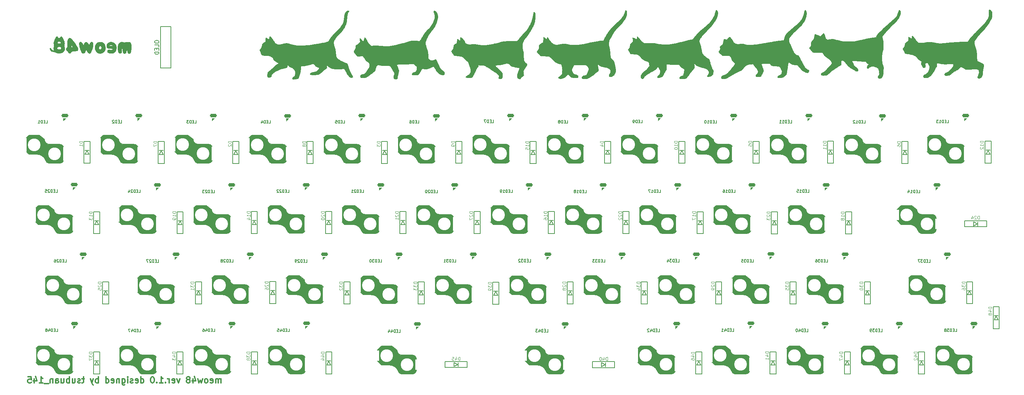
<source format=gbo>
G04 #@! TF.GenerationSoftware,KiCad,Pcbnew,(6.0.9)*
G04 #@! TF.CreationDate,2022-11-10T16:14:01+09:00*
G04 #@! TF.ProjectId,meow48,6d656f77-3438-42e6-9b69-6361645f7063,rev?*
G04 #@! TF.SameCoordinates,Original*
G04 #@! TF.FileFunction,Legend,Bot*
G04 #@! TF.FilePolarity,Positive*
%FSLAX46Y46*%
G04 Gerber Fmt 4.6, Leading zero omitted, Abs format (unit mm)*
G04 Created by KiCad (PCBNEW (6.0.9)) date 2022-11-10 16:14:01*
%MOMM*%
%LPD*%
G01*
G04 APERTURE LIST*
G04 Aperture macros list*
%AMRoundRect*
0 Rectangle with rounded corners*
0 $1 Rounding radius*
0 $2 $3 $4 $5 $6 $7 $8 $9 X,Y pos of 4 corners*
0 Add a 4 corners polygon primitive as box body*
4,1,4,$2,$3,$4,$5,$6,$7,$8,$9,$2,$3,0*
0 Add four circle primitives for the rounded corners*
1,1,$1+$1,$2,$3*
1,1,$1+$1,$4,$5*
1,1,$1+$1,$6,$7*
1,1,$1+$1,$8,$9*
0 Add four rect primitives between the rounded corners*
20,1,$1+$1,$2,$3,$4,$5,0*
20,1,$1+$1,$4,$5,$6,$7,0*
20,1,$1+$1,$6,$7,$8,$9,0*
20,1,$1+$1,$8,$9,$2,$3,0*%
G04 Aperture macros list end*
%ADD10C,0.300000*%
%ADD11C,0.125000*%
%ADD12C,0.150000*%
%ADD13C,0.100000*%
%ADD14C,1.900000*%
%ADD15C,3.100000*%
%ADD16C,4.000000*%
%ADD17R,1.700000X3.500000*%
%ADD18R,3.000000X3.500000*%
%ADD19R,0.950000X1.300000*%
%ADD20C,2.200000*%
%ADD21R,1.500000X2.500000*%
%ADD22C,1.524000*%
%ADD23R,1.300000X0.950000*%
%ADD24C,2.000000*%
%ADD25C,1.397000*%
%ADD26R,1.700000X0.820000*%
%ADD27RoundRect,0.205000X-0.645000X-0.205000X0.645000X-0.205000X0.645000X0.205000X-0.645000X0.205000X0*%
G04 APERTURE END LIST*
D10*
X76092857Y-160328571D02*
X76092857Y-159328571D01*
X76092857Y-159471428D02*
X76021428Y-159400000D01*
X75878571Y-159328571D01*
X75664285Y-159328571D01*
X75521428Y-159400000D01*
X75450000Y-159542857D01*
X75450000Y-160328571D01*
X75450000Y-159542857D02*
X75378571Y-159400000D01*
X75235714Y-159328571D01*
X75021428Y-159328571D01*
X74878571Y-159400000D01*
X74807142Y-159542857D01*
X74807142Y-160328571D01*
X73521428Y-160257142D02*
X73664285Y-160328571D01*
X73950000Y-160328571D01*
X74092857Y-160257142D01*
X74164285Y-160114285D01*
X74164285Y-159542857D01*
X74092857Y-159400000D01*
X73950000Y-159328571D01*
X73664285Y-159328571D01*
X73521428Y-159400000D01*
X73450000Y-159542857D01*
X73450000Y-159685714D01*
X74164285Y-159828571D01*
X72592857Y-160328571D02*
X72735714Y-160257142D01*
X72807142Y-160185714D01*
X72878571Y-160042857D01*
X72878571Y-159614285D01*
X72807142Y-159471428D01*
X72735714Y-159400000D01*
X72592857Y-159328571D01*
X72378571Y-159328571D01*
X72235714Y-159400000D01*
X72164285Y-159471428D01*
X72092857Y-159614285D01*
X72092857Y-160042857D01*
X72164285Y-160185714D01*
X72235714Y-160257142D01*
X72378571Y-160328571D01*
X72592857Y-160328571D01*
X71592857Y-159328571D02*
X71307142Y-160328571D01*
X71021428Y-159614285D01*
X70735714Y-160328571D01*
X70450000Y-159328571D01*
X69235714Y-159328571D02*
X69235714Y-160328571D01*
X69592857Y-158757142D02*
X69950000Y-159828571D01*
X69021428Y-159828571D01*
X68235714Y-159471428D02*
X68378571Y-159400000D01*
X68450000Y-159328571D01*
X68521428Y-159185714D01*
X68521428Y-159114285D01*
X68450000Y-158971428D01*
X68378571Y-158900000D01*
X68235714Y-158828571D01*
X67950000Y-158828571D01*
X67807142Y-158900000D01*
X67735714Y-158971428D01*
X67664285Y-159114285D01*
X67664285Y-159185714D01*
X67735714Y-159328571D01*
X67807142Y-159400000D01*
X67950000Y-159471428D01*
X68235714Y-159471428D01*
X68378571Y-159542857D01*
X68450000Y-159614285D01*
X68521428Y-159757142D01*
X68521428Y-160042857D01*
X68450000Y-160185714D01*
X68378571Y-160257142D01*
X68235714Y-160328571D01*
X67950000Y-160328571D01*
X67807142Y-160257142D01*
X67735714Y-160185714D01*
X67664285Y-160042857D01*
X67664285Y-159757142D01*
X67735714Y-159614285D01*
X67807142Y-159542857D01*
X67950000Y-159471428D01*
X66021428Y-159328571D02*
X65664285Y-160328571D01*
X65307142Y-159328571D01*
X64164285Y-160257142D02*
X64307142Y-160328571D01*
X64592857Y-160328571D01*
X64735714Y-160257142D01*
X64807142Y-160114285D01*
X64807142Y-159542857D01*
X64735714Y-159400000D01*
X64592857Y-159328571D01*
X64307142Y-159328571D01*
X64164285Y-159400000D01*
X64092857Y-159542857D01*
X64092857Y-159685714D01*
X64807142Y-159828571D01*
X63450000Y-160328571D02*
X63450000Y-159328571D01*
X63450000Y-159614285D02*
X63378571Y-159471428D01*
X63307142Y-159400000D01*
X63164285Y-159328571D01*
X63021428Y-159328571D01*
X62521428Y-160185714D02*
X62450000Y-160257142D01*
X62521428Y-160328571D01*
X62592857Y-160257142D01*
X62521428Y-160185714D01*
X62521428Y-160328571D01*
X61021428Y-160328571D02*
X61878571Y-160328571D01*
X61450000Y-160328571D02*
X61450000Y-158828571D01*
X61592857Y-159042857D01*
X61735714Y-159185714D01*
X61878571Y-159257142D01*
X60378571Y-160185714D02*
X60307142Y-160257142D01*
X60378571Y-160328571D01*
X60450000Y-160257142D01*
X60378571Y-160185714D01*
X60378571Y-160328571D01*
X59378571Y-158828571D02*
X59235714Y-158828571D01*
X59092857Y-158900000D01*
X59021428Y-158971428D01*
X58950000Y-159114285D01*
X58878571Y-159400000D01*
X58878571Y-159757142D01*
X58950000Y-160042857D01*
X59021428Y-160185714D01*
X59092857Y-160257142D01*
X59235714Y-160328571D01*
X59378571Y-160328571D01*
X59521428Y-160257142D01*
X59592857Y-160185714D01*
X59664285Y-160042857D01*
X59735714Y-159757142D01*
X59735714Y-159400000D01*
X59664285Y-159114285D01*
X59592857Y-158971428D01*
X59521428Y-158900000D01*
X59378571Y-158828571D01*
X56450000Y-160328571D02*
X56450000Y-158828571D01*
X56450000Y-160257142D02*
X56592857Y-160328571D01*
X56878571Y-160328571D01*
X57021428Y-160257142D01*
X57092857Y-160185714D01*
X57164285Y-160042857D01*
X57164285Y-159614285D01*
X57092857Y-159471428D01*
X57021428Y-159400000D01*
X56878571Y-159328571D01*
X56592857Y-159328571D01*
X56450000Y-159400000D01*
X55164285Y-160257142D02*
X55307142Y-160328571D01*
X55592857Y-160328571D01*
X55735714Y-160257142D01*
X55807142Y-160114285D01*
X55807142Y-159542857D01*
X55735714Y-159400000D01*
X55592857Y-159328571D01*
X55307142Y-159328571D01*
X55164285Y-159400000D01*
X55092857Y-159542857D01*
X55092857Y-159685714D01*
X55807142Y-159828571D01*
X54521428Y-160257142D02*
X54378571Y-160328571D01*
X54092857Y-160328571D01*
X53950000Y-160257142D01*
X53878571Y-160114285D01*
X53878571Y-160042857D01*
X53950000Y-159900000D01*
X54092857Y-159828571D01*
X54307142Y-159828571D01*
X54450000Y-159757142D01*
X54521428Y-159614285D01*
X54521428Y-159542857D01*
X54450000Y-159400000D01*
X54307142Y-159328571D01*
X54092857Y-159328571D01*
X53950000Y-159400000D01*
X53235714Y-160328571D02*
X53235714Y-159328571D01*
X53235714Y-158828571D02*
X53307142Y-158900000D01*
X53235714Y-158971428D01*
X53164285Y-158900000D01*
X53235714Y-158828571D01*
X53235714Y-158971428D01*
X51878571Y-159328571D02*
X51878571Y-160542857D01*
X51950000Y-160685714D01*
X52021428Y-160757142D01*
X52164285Y-160828571D01*
X52378571Y-160828571D01*
X52521428Y-160757142D01*
X51878571Y-160257142D02*
X52021428Y-160328571D01*
X52307142Y-160328571D01*
X52450000Y-160257142D01*
X52521428Y-160185714D01*
X52592857Y-160042857D01*
X52592857Y-159614285D01*
X52521428Y-159471428D01*
X52450000Y-159400000D01*
X52307142Y-159328571D01*
X52021428Y-159328571D01*
X51878571Y-159400000D01*
X51164285Y-159328571D02*
X51164285Y-160328571D01*
X51164285Y-159471428D02*
X51092857Y-159400000D01*
X50950000Y-159328571D01*
X50735714Y-159328571D01*
X50592857Y-159400000D01*
X50521428Y-159542857D01*
X50521428Y-160328571D01*
X49235714Y-160257142D02*
X49378571Y-160328571D01*
X49664285Y-160328571D01*
X49807142Y-160257142D01*
X49878571Y-160114285D01*
X49878571Y-159542857D01*
X49807142Y-159400000D01*
X49664285Y-159328571D01*
X49378571Y-159328571D01*
X49235714Y-159400000D01*
X49164285Y-159542857D01*
X49164285Y-159685714D01*
X49878571Y-159828571D01*
X47878571Y-160328571D02*
X47878571Y-158828571D01*
X47878571Y-160257142D02*
X48021428Y-160328571D01*
X48307142Y-160328571D01*
X48450000Y-160257142D01*
X48521428Y-160185714D01*
X48592857Y-160042857D01*
X48592857Y-159614285D01*
X48521428Y-159471428D01*
X48450000Y-159400000D01*
X48307142Y-159328571D01*
X48021428Y-159328571D01*
X47878571Y-159400000D01*
X46021428Y-160328571D02*
X46021428Y-158828571D01*
X46021428Y-159400000D02*
X45878571Y-159328571D01*
X45592857Y-159328571D01*
X45450000Y-159400000D01*
X45378571Y-159471428D01*
X45307142Y-159614285D01*
X45307142Y-160042857D01*
X45378571Y-160185714D01*
X45450000Y-160257142D01*
X45592857Y-160328571D01*
X45878571Y-160328571D01*
X46021428Y-160257142D01*
X44807142Y-159328571D02*
X44450000Y-160328571D01*
X44092857Y-159328571D02*
X44450000Y-160328571D01*
X44592857Y-160685714D01*
X44664285Y-160757142D01*
X44807142Y-160828571D01*
X42592857Y-159328571D02*
X42021428Y-159328571D01*
X42378571Y-158828571D02*
X42378571Y-160114285D01*
X42307142Y-160257142D01*
X42164285Y-160328571D01*
X42021428Y-160328571D01*
X41592857Y-160257142D02*
X41450000Y-160328571D01*
X41164285Y-160328571D01*
X41021428Y-160257142D01*
X40950000Y-160114285D01*
X40950000Y-160042857D01*
X41021428Y-159900000D01*
X41164285Y-159828571D01*
X41378571Y-159828571D01*
X41521428Y-159757142D01*
X41592857Y-159614285D01*
X41592857Y-159542857D01*
X41521428Y-159400000D01*
X41378571Y-159328571D01*
X41164285Y-159328571D01*
X41021428Y-159400000D01*
X39664285Y-159328571D02*
X39664285Y-160328571D01*
X40307142Y-159328571D02*
X40307142Y-160114285D01*
X40235714Y-160257142D01*
X40092857Y-160328571D01*
X39878571Y-160328571D01*
X39735714Y-160257142D01*
X39664285Y-160185714D01*
X38950000Y-160328571D02*
X38950000Y-158828571D01*
X38950000Y-159400000D02*
X38807142Y-159328571D01*
X38521428Y-159328571D01*
X38378571Y-159400000D01*
X38307142Y-159471428D01*
X38235714Y-159614285D01*
X38235714Y-160042857D01*
X38307142Y-160185714D01*
X38378571Y-160257142D01*
X38521428Y-160328571D01*
X38807142Y-160328571D01*
X38950000Y-160257142D01*
X36950000Y-159328571D02*
X36950000Y-160328571D01*
X37592857Y-159328571D02*
X37592857Y-160114285D01*
X37521428Y-160257142D01*
X37378571Y-160328571D01*
X37164285Y-160328571D01*
X37021428Y-160257142D01*
X36950000Y-160185714D01*
X35592857Y-160328571D02*
X35592857Y-159542857D01*
X35664285Y-159400000D01*
X35807142Y-159328571D01*
X36092857Y-159328571D01*
X36235714Y-159400000D01*
X35592857Y-160257142D02*
X35735714Y-160328571D01*
X36092857Y-160328571D01*
X36235714Y-160257142D01*
X36307142Y-160114285D01*
X36307142Y-159971428D01*
X36235714Y-159828571D01*
X36092857Y-159757142D01*
X35735714Y-159757142D01*
X35592857Y-159685714D01*
X34878571Y-159328571D02*
X34878571Y-160328571D01*
X34878571Y-159471428D02*
X34807142Y-159400000D01*
X34664285Y-159328571D01*
X34450000Y-159328571D01*
X34307142Y-159400000D01*
X34235714Y-159542857D01*
X34235714Y-160328571D01*
X33878571Y-160471428D02*
X32735714Y-160471428D01*
X31592857Y-160328571D02*
X32450000Y-160328571D01*
X32021428Y-160328571D02*
X32021428Y-158828571D01*
X32164285Y-159042857D01*
X32307142Y-159185714D01*
X32450000Y-159257142D01*
X30307142Y-159328571D02*
X30307142Y-160328571D01*
X30664285Y-158757142D02*
X31021428Y-159828571D01*
X30092857Y-159828571D01*
X28807142Y-158828571D02*
X29521428Y-158828571D01*
X29592857Y-159542857D01*
X29521428Y-159471428D01*
X29378571Y-159400000D01*
X29021428Y-159400000D01*
X28878571Y-159471428D01*
X28807142Y-159542857D01*
X28735714Y-159685714D01*
X28735714Y-160042857D01*
X28807142Y-160185714D01*
X28878571Y-160257142D01*
X29021428Y-160328571D01*
X29378571Y-160328571D01*
X29521428Y-160257142D01*
X29592857Y-160185714D01*
D11*
X246851904Y-152738571D02*
X246051904Y-152738571D01*
X246051904Y-152929047D01*
X246090000Y-153043333D01*
X246166190Y-153119523D01*
X246242380Y-153157619D01*
X246394761Y-153195714D01*
X246509047Y-153195714D01*
X246661428Y-153157619D01*
X246737619Y-153119523D01*
X246813809Y-153043333D01*
X246851904Y-152929047D01*
X246851904Y-152738571D01*
X246318571Y-153881428D02*
X246851904Y-153881428D01*
X246013809Y-153690952D02*
X246585238Y-153500476D01*
X246585238Y-153995714D01*
X246128095Y-154262380D02*
X246090000Y-154300476D01*
X246051904Y-154376666D01*
X246051904Y-154567142D01*
X246090000Y-154643333D01*
X246128095Y-154681428D01*
X246204285Y-154719523D01*
X246280476Y-154719523D01*
X246394761Y-154681428D01*
X246851904Y-154224285D01*
X246851904Y-154719523D01*
X265111904Y-141668571D02*
X264311904Y-141668571D01*
X264311904Y-141859047D01*
X264350000Y-141973333D01*
X264426190Y-142049523D01*
X264502380Y-142087619D01*
X264654761Y-142125714D01*
X264769047Y-142125714D01*
X264921428Y-142087619D01*
X264997619Y-142049523D01*
X265073809Y-141973333D01*
X265111904Y-141859047D01*
X265111904Y-141668571D01*
X264578571Y-142811428D02*
X265111904Y-142811428D01*
X264273809Y-142620952D02*
X264845238Y-142430476D01*
X264845238Y-142925714D01*
X264654761Y-143344761D02*
X264616666Y-143268571D01*
X264578571Y-143230476D01*
X264502380Y-143192380D01*
X264464285Y-143192380D01*
X264388095Y-143230476D01*
X264350000Y-143268571D01*
X264311904Y-143344761D01*
X264311904Y-143497142D01*
X264350000Y-143573333D01*
X264388095Y-143611428D01*
X264464285Y-143649523D01*
X264502380Y-143649523D01*
X264578571Y-143611428D01*
X264616666Y-143573333D01*
X264654761Y-143497142D01*
X264654761Y-143344761D01*
X264692857Y-143268571D01*
X264730952Y-143230476D01*
X264807142Y-143192380D01*
X264959523Y-143192380D01*
X265035714Y-143230476D01*
X265073809Y-143268571D01*
X265111904Y-143344761D01*
X265111904Y-143497142D01*
X265073809Y-143573333D01*
X265035714Y-143611428D01*
X264959523Y-143649523D01*
X264807142Y-143649523D01*
X264730952Y-143611428D01*
X264692857Y-143573333D01*
X264654761Y-143497142D01*
X210431904Y-152618571D02*
X209631904Y-152618571D01*
X209631904Y-152809047D01*
X209670000Y-152923333D01*
X209746190Y-152999523D01*
X209822380Y-153037619D01*
X209974761Y-153075714D01*
X210089047Y-153075714D01*
X210241428Y-153037619D01*
X210317619Y-152999523D01*
X210393809Y-152923333D01*
X210431904Y-152809047D01*
X210431904Y-152618571D01*
X209898571Y-153761428D02*
X210431904Y-153761428D01*
X209593809Y-153570952D02*
X210165238Y-153380476D01*
X210165238Y-153875714D01*
X210431904Y-154599523D02*
X210431904Y-154142380D01*
X210431904Y-154370952D02*
X209631904Y-154370952D01*
X209746190Y-154294761D01*
X209822380Y-154218571D01*
X209860476Y-154142380D01*
X228581904Y-152708571D02*
X227781904Y-152708571D01*
X227781904Y-152899047D01*
X227820000Y-153013333D01*
X227896190Y-153089523D01*
X227972380Y-153127619D01*
X228124761Y-153165714D01*
X228239047Y-153165714D01*
X228391428Y-153127619D01*
X228467619Y-153089523D01*
X228543809Y-153013333D01*
X228581904Y-152899047D01*
X228581904Y-152708571D01*
X228048571Y-153851428D02*
X228581904Y-153851428D01*
X227743809Y-153660952D02*
X228315238Y-153470476D01*
X228315238Y-153965714D01*
X227781904Y-154194285D02*
X227781904Y-154727619D01*
X228581904Y-154384761D01*
X210761904Y-118318571D02*
X209961904Y-118318571D01*
X209961904Y-118509047D01*
X210000000Y-118623333D01*
X210076190Y-118699523D01*
X210152380Y-118737619D01*
X210304761Y-118775714D01*
X210419047Y-118775714D01*
X210571428Y-118737619D01*
X210647619Y-118699523D01*
X210723809Y-118623333D01*
X210761904Y-118509047D01*
X210761904Y-118318571D01*
X210038095Y-119080476D02*
X210000000Y-119118571D01*
X209961904Y-119194761D01*
X209961904Y-119385238D01*
X210000000Y-119461428D01*
X210038095Y-119499523D01*
X210114285Y-119537619D01*
X210190476Y-119537619D01*
X210304761Y-119499523D01*
X210761904Y-119042380D01*
X210761904Y-119537619D01*
X209961904Y-119804285D02*
X209961904Y-120299523D01*
X210266666Y-120032857D01*
X210266666Y-120147142D01*
X210304761Y-120223333D01*
X210342857Y-120261428D01*
X210419047Y-120299523D01*
X210609523Y-120299523D01*
X210685714Y-120261428D01*
X210723809Y-120223333D01*
X210761904Y-120147142D01*
X210761904Y-119918571D01*
X210723809Y-119842380D01*
X210685714Y-119804285D01*
X137861904Y-118278571D02*
X137061904Y-118278571D01*
X137061904Y-118469047D01*
X137100000Y-118583333D01*
X137176190Y-118659523D01*
X137252380Y-118697619D01*
X137404761Y-118735714D01*
X137519047Y-118735714D01*
X137671428Y-118697619D01*
X137747619Y-118659523D01*
X137823809Y-118583333D01*
X137861904Y-118469047D01*
X137861904Y-118278571D01*
X137138095Y-119040476D02*
X137100000Y-119078571D01*
X137061904Y-119154761D01*
X137061904Y-119345238D01*
X137100000Y-119421428D01*
X137138095Y-119459523D01*
X137214285Y-119497619D01*
X137290476Y-119497619D01*
X137404761Y-119459523D01*
X137861904Y-119002380D01*
X137861904Y-119497619D01*
X137061904Y-119764285D02*
X137061904Y-120297619D01*
X137861904Y-119954761D01*
X101451904Y-152738571D02*
X100651904Y-152738571D01*
X100651904Y-152929047D01*
X100690000Y-153043333D01*
X100766190Y-153119523D01*
X100842380Y-153157619D01*
X100994761Y-153195714D01*
X101109047Y-153195714D01*
X101261428Y-153157619D01*
X101337619Y-153119523D01*
X101413809Y-153043333D01*
X101451904Y-152929047D01*
X101451904Y-152738571D01*
X100918571Y-153881428D02*
X101451904Y-153881428D01*
X100613809Y-153690952D02*
X101185238Y-153500476D01*
X101185238Y-153995714D01*
X100918571Y-154643333D02*
X101451904Y-154643333D01*
X100613809Y-154452857D02*
X101185238Y-154262380D01*
X101185238Y-154757619D01*
D12*
D11*
X188081904Y-100988571D02*
X187281904Y-100988571D01*
X187281904Y-101179047D01*
X187320000Y-101293333D01*
X187396190Y-101369523D01*
X187472380Y-101407619D01*
X187624761Y-101445714D01*
X187739047Y-101445714D01*
X187891428Y-101407619D01*
X187967619Y-101369523D01*
X188043809Y-101293333D01*
X188081904Y-101179047D01*
X188081904Y-100988571D01*
X188081904Y-102207619D02*
X188081904Y-101750476D01*
X188081904Y-101979047D02*
X187281904Y-101979047D01*
X187396190Y-101902857D01*
X187472380Y-101826666D01*
X187510476Y-101750476D01*
X187281904Y-102702857D02*
X187281904Y-102779047D01*
X187320000Y-102855238D01*
X187358095Y-102893333D01*
X187434285Y-102931428D01*
X187586666Y-102969523D01*
X187777142Y-102969523D01*
X187929523Y-102931428D01*
X188005714Y-102893333D01*
X188043809Y-102855238D01*
X188081904Y-102779047D01*
X188081904Y-102702857D01*
X188043809Y-102626666D01*
X188005714Y-102588571D01*
X187929523Y-102550476D01*
X187777142Y-102512380D01*
X187586666Y-102512380D01*
X187434285Y-102550476D01*
X187358095Y-102588571D01*
X187320000Y-102626666D01*
X187281904Y-102702857D01*
X133401904Y-101029523D02*
X132601904Y-101029523D01*
X132601904Y-101220000D01*
X132640000Y-101334285D01*
X132716190Y-101410476D01*
X132792380Y-101448571D01*
X132944761Y-101486666D01*
X133059047Y-101486666D01*
X133211428Y-101448571D01*
X133287619Y-101410476D01*
X133363809Y-101334285D01*
X133401904Y-101220000D01*
X133401904Y-101029523D01*
X133401904Y-101867619D02*
X133401904Y-102020000D01*
X133363809Y-102096190D01*
X133325714Y-102134285D01*
X133211428Y-102210476D01*
X133059047Y-102248571D01*
X132754285Y-102248571D01*
X132678095Y-102210476D01*
X132640000Y-102172380D01*
X132601904Y-102096190D01*
X132601904Y-101943809D01*
X132640000Y-101867619D01*
X132678095Y-101829523D01*
X132754285Y-101791428D01*
X132944761Y-101791428D01*
X133020952Y-101829523D01*
X133059047Y-101867619D01*
X133097142Y-101943809D01*
X133097142Y-102096190D01*
X133059047Y-102172380D01*
X133020952Y-102210476D01*
X132944761Y-102248571D01*
X151601904Y-101058571D02*
X150801904Y-101058571D01*
X150801904Y-101249047D01*
X150840000Y-101363333D01*
X150916190Y-101439523D01*
X150992380Y-101477619D01*
X151144761Y-101515714D01*
X151259047Y-101515714D01*
X151411428Y-101477619D01*
X151487619Y-101439523D01*
X151563809Y-101363333D01*
X151601904Y-101249047D01*
X151601904Y-101058571D01*
X151601904Y-102277619D02*
X151601904Y-101820476D01*
X151601904Y-102049047D02*
X150801904Y-102049047D01*
X150916190Y-101972857D01*
X150992380Y-101896666D01*
X151030476Y-101820476D01*
X150801904Y-103001428D02*
X150801904Y-102620476D01*
X151182857Y-102582380D01*
X151144761Y-102620476D01*
X151106666Y-102696666D01*
X151106666Y-102887142D01*
X151144761Y-102963333D01*
X151182857Y-103001428D01*
X151259047Y-103039523D01*
X151449523Y-103039523D01*
X151525714Y-103001428D01*
X151563809Y-102963333D01*
X151601904Y-102887142D01*
X151601904Y-102696666D01*
X151563809Y-102620476D01*
X151525714Y-102582380D01*
X206281904Y-101009523D02*
X205481904Y-101009523D01*
X205481904Y-101200000D01*
X205520000Y-101314285D01*
X205596190Y-101390476D01*
X205672380Y-101428571D01*
X205824761Y-101466666D01*
X205939047Y-101466666D01*
X206091428Y-101428571D01*
X206167619Y-101390476D01*
X206243809Y-101314285D01*
X206281904Y-101200000D01*
X206281904Y-101009523D01*
X205481904Y-102190476D02*
X205481904Y-101809523D01*
X205862857Y-101771428D01*
X205824761Y-101809523D01*
X205786666Y-101885714D01*
X205786666Y-102076190D01*
X205824761Y-102152380D01*
X205862857Y-102190476D01*
X205939047Y-102228571D01*
X206129523Y-102228571D01*
X206205714Y-102190476D01*
X206243809Y-102152380D01*
X206281904Y-102076190D01*
X206281904Y-101885714D01*
X206243809Y-101809523D01*
X206205714Y-101771428D01*
X242741904Y-101069523D02*
X241941904Y-101069523D01*
X241941904Y-101260000D01*
X241980000Y-101374285D01*
X242056190Y-101450476D01*
X242132380Y-101488571D01*
X242284761Y-101526666D01*
X242399047Y-101526666D01*
X242551428Y-101488571D01*
X242627619Y-101450476D01*
X242703809Y-101374285D01*
X242741904Y-101260000D01*
X242741904Y-101069523D01*
X241941904Y-102212380D02*
X241941904Y-102060000D01*
X241980000Y-101983809D01*
X242018095Y-101945714D01*
X242132380Y-101869523D01*
X242284761Y-101831428D01*
X242589523Y-101831428D01*
X242665714Y-101869523D01*
X242703809Y-101907619D01*
X242741904Y-101983809D01*
X242741904Y-102136190D01*
X242703809Y-102212380D01*
X242665714Y-102250476D01*
X242589523Y-102288571D01*
X242399047Y-102288571D01*
X242322857Y-102250476D01*
X242284761Y-102212380D01*
X242246666Y-102136190D01*
X242246666Y-101983809D01*
X242284761Y-101907619D01*
X242322857Y-101869523D01*
X242399047Y-101831428D01*
X46761904Y-135558571D02*
X45961904Y-135558571D01*
X45961904Y-135749047D01*
X46000000Y-135863333D01*
X46076190Y-135939523D01*
X46152380Y-135977619D01*
X46304761Y-136015714D01*
X46419047Y-136015714D01*
X46571428Y-135977619D01*
X46647619Y-135939523D01*
X46723809Y-135863333D01*
X46761904Y-135749047D01*
X46761904Y-135558571D01*
X46038095Y-136320476D02*
X46000000Y-136358571D01*
X45961904Y-136434761D01*
X45961904Y-136625238D01*
X46000000Y-136701428D01*
X46038095Y-136739523D01*
X46114285Y-136777619D01*
X46190476Y-136777619D01*
X46304761Y-136739523D01*
X46761904Y-136282380D01*
X46761904Y-136777619D01*
X45961904Y-137501428D02*
X45961904Y-137120476D01*
X46342857Y-137082380D01*
X46304761Y-137120476D01*
X46266666Y-137196666D01*
X46266666Y-137387142D01*
X46304761Y-137463333D01*
X46342857Y-137501428D01*
X46419047Y-137539523D01*
X46609523Y-137539523D01*
X46685714Y-137501428D01*
X46723809Y-137463333D01*
X46761904Y-137387142D01*
X46761904Y-137196666D01*
X46723809Y-137120476D01*
X46685714Y-137082380D01*
X134741428Y-154761904D02*
X134741428Y-153961904D01*
X134550952Y-153961904D01*
X134436666Y-154000000D01*
X134360476Y-154076190D01*
X134322380Y-154152380D01*
X134284285Y-154304761D01*
X134284285Y-154419047D01*
X134322380Y-154571428D01*
X134360476Y-154647619D01*
X134436666Y-154723809D01*
X134550952Y-154761904D01*
X134741428Y-154761904D01*
X133598571Y-154228571D02*
X133598571Y-154761904D01*
X133789047Y-153923809D02*
X133979523Y-154495238D01*
X133484285Y-154495238D01*
X132798571Y-153961904D02*
X133179523Y-153961904D01*
X133217619Y-154342857D01*
X133179523Y-154304761D01*
X133103333Y-154266666D01*
X132912857Y-154266666D01*
X132836666Y-154304761D01*
X132798571Y-154342857D01*
X132760476Y-154419047D01*
X132760476Y-154609523D01*
X132798571Y-154685714D01*
X132836666Y-154723809D01*
X132912857Y-154761904D01*
X133103333Y-154761904D01*
X133179523Y-154723809D01*
X133217619Y-154685714D01*
X64971904Y-152708571D02*
X64171904Y-152708571D01*
X64171904Y-152899047D01*
X64210000Y-153013333D01*
X64286190Y-153089523D01*
X64362380Y-153127619D01*
X64514761Y-153165714D01*
X64629047Y-153165714D01*
X64781428Y-153127619D01*
X64857619Y-153089523D01*
X64933809Y-153013333D01*
X64971904Y-152899047D01*
X64971904Y-152708571D01*
X64438571Y-153851428D02*
X64971904Y-153851428D01*
X64133809Y-153660952D02*
X64705238Y-153470476D01*
X64705238Y-153965714D01*
X64171904Y-154194285D02*
X64171904Y-154689523D01*
X64476666Y-154422857D01*
X64476666Y-154537142D01*
X64514761Y-154613333D01*
X64552857Y-154651428D01*
X64629047Y-154689523D01*
X64819523Y-154689523D01*
X64895714Y-154651428D01*
X64933809Y-154613333D01*
X64971904Y-154537142D01*
X64971904Y-154308571D01*
X64933809Y-154232380D01*
X64895714Y-154194285D01*
X192191904Y-152768571D02*
X191391904Y-152768571D01*
X191391904Y-152959047D01*
X191430000Y-153073333D01*
X191506190Y-153149523D01*
X191582380Y-153187619D01*
X191734761Y-153225714D01*
X191849047Y-153225714D01*
X192001428Y-153187619D01*
X192077619Y-153149523D01*
X192153809Y-153073333D01*
X192191904Y-152959047D01*
X192191904Y-152768571D01*
X191658571Y-153911428D02*
X192191904Y-153911428D01*
X191353809Y-153720952D02*
X191925238Y-153530476D01*
X191925238Y-154025714D01*
X191391904Y-154673333D02*
X191391904Y-154520952D01*
X191430000Y-154444761D01*
X191468095Y-154406666D01*
X191582380Y-154330476D01*
X191734761Y-154292380D01*
X192039523Y-154292380D01*
X192115714Y-154330476D01*
X192153809Y-154368571D01*
X192191904Y-154444761D01*
X192191904Y-154597142D01*
X192153809Y-154673333D01*
X192115714Y-154711428D01*
X192039523Y-154749523D01*
X191849047Y-154749523D01*
X191772857Y-154711428D01*
X191734761Y-154673333D01*
X191696666Y-154597142D01*
X191696666Y-154444761D01*
X191734761Y-154368571D01*
X191772857Y-154330476D01*
X191849047Y-154292380D01*
X174381904Y-118258571D02*
X173581904Y-118258571D01*
X173581904Y-118449047D01*
X173620000Y-118563333D01*
X173696190Y-118639523D01*
X173772380Y-118677619D01*
X173924761Y-118715714D01*
X174039047Y-118715714D01*
X174191428Y-118677619D01*
X174267619Y-118639523D01*
X174343809Y-118563333D01*
X174381904Y-118449047D01*
X174381904Y-118258571D01*
X173658095Y-119020476D02*
X173620000Y-119058571D01*
X173581904Y-119134761D01*
X173581904Y-119325238D01*
X173620000Y-119401428D01*
X173658095Y-119439523D01*
X173734285Y-119477619D01*
X173810476Y-119477619D01*
X173924761Y-119439523D01*
X174381904Y-118982380D01*
X174381904Y-119477619D01*
X173658095Y-119782380D02*
X173620000Y-119820476D01*
X173581904Y-119896666D01*
X173581904Y-120087142D01*
X173620000Y-120163333D01*
X173658095Y-120201428D01*
X173734285Y-120239523D01*
X173810476Y-120239523D01*
X173924761Y-120201428D01*
X174381904Y-119744285D01*
X174381904Y-120239523D01*
X156081904Y-118258571D02*
X155281904Y-118258571D01*
X155281904Y-118449047D01*
X155320000Y-118563333D01*
X155396190Y-118639523D01*
X155472380Y-118677619D01*
X155624761Y-118715714D01*
X155739047Y-118715714D01*
X155891428Y-118677619D01*
X155967619Y-118639523D01*
X156043809Y-118563333D01*
X156081904Y-118449047D01*
X156081904Y-118258571D01*
X156081904Y-119477619D02*
X156081904Y-119020476D01*
X156081904Y-119249047D02*
X155281904Y-119249047D01*
X155396190Y-119172857D01*
X155472380Y-119096666D01*
X155510476Y-119020476D01*
X155281904Y-120163333D02*
X155281904Y-120010952D01*
X155320000Y-119934761D01*
X155358095Y-119896666D01*
X155472380Y-119820476D01*
X155624761Y-119782380D01*
X155929523Y-119782380D01*
X156005714Y-119820476D01*
X156043809Y-119858571D01*
X156081904Y-119934761D01*
X156081904Y-120087142D01*
X156043809Y-120163333D01*
X156005714Y-120201428D01*
X155929523Y-120239523D01*
X155739047Y-120239523D01*
X155662857Y-120201428D01*
X155624761Y-120163333D01*
X155586666Y-120087142D01*
X155586666Y-119934761D01*
X155624761Y-119858571D01*
X155662857Y-119820476D01*
X155739047Y-119782380D01*
X124161904Y-135518571D02*
X123361904Y-135518571D01*
X123361904Y-135709047D01*
X123400000Y-135823333D01*
X123476190Y-135899523D01*
X123552380Y-135937619D01*
X123704761Y-135975714D01*
X123819047Y-135975714D01*
X123971428Y-135937619D01*
X124047619Y-135899523D01*
X124123809Y-135823333D01*
X124161904Y-135709047D01*
X124161904Y-135518571D01*
X123361904Y-136242380D02*
X123361904Y-136737619D01*
X123666666Y-136470952D01*
X123666666Y-136585238D01*
X123704761Y-136661428D01*
X123742857Y-136699523D01*
X123819047Y-136737619D01*
X124009523Y-136737619D01*
X124085714Y-136699523D01*
X124123809Y-136661428D01*
X124161904Y-136585238D01*
X124161904Y-136356666D01*
X124123809Y-136280476D01*
X124085714Y-136242380D01*
X123361904Y-137004285D02*
X123361904Y-137499523D01*
X123666666Y-137232857D01*
X123666666Y-137347142D01*
X123704761Y-137423333D01*
X123742857Y-137461428D01*
X123819047Y-137499523D01*
X124009523Y-137499523D01*
X124085714Y-137461428D01*
X124123809Y-137423333D01*
X124161904Y-137347142D01*
X124161904Y-137118571D01*
X124123809Y-137042380D01*
X124085714Y-137004285D01*
X83211904Y-152738571D02*
X82411904Y-152738571D01*
X82411904Y-152929047D01*
X82450000Y-153043333D01*
X82526190Y-153119523D01*
X82602380Y-153157619D01*
X82754761Y-153195714D01*
X82869047Y-153195714D01*
X83021428Y-153157619D01*
X83097619Y-153119523D01*
X83173809Y-153043333D01*
X83211904Y-152929047D01*
X83211904Y-152738571D01*
X82411904Y-153462380D02*
X82411904Y-153957619D01*
X82716666Y-153690952D01*
X82716666Y-153805238D01*
X82754761Y-153881428D01*
X82792857Y-153919523D01*
X82869047Y-153957619D01*
X83059523Y-153957619D01*
X83135714Y-153919523D01*
X83173809Y-153881428D01*
X83211904Y-153805238D01*
X83211904Y-153576666D01*
X83173809Y-153500476D01*
X83135714Y-153462380D01*
X82754761Y-154414761D02*
X82716666Y-154338571D01*
X82678571Y-154300476D01*
X82602380Y-154262380D01*
X82564285Y-154262380D01*
X82488095Y-154300476D01*
X82450000Y-154338571D01*
X82411904Y-154414761D01*
X82411904Y-154567142D01*
X82450000Y-154643333D01*
X82488095Y-154681428D01*
X82564285Y-154719523D01*
X82602380Y-154719523D01*
X82678571Y-154681428D01*
X82716666Y-154643333D01*
X82754761Y-154567142D01*
X82754761Y-154414761D01*
X82792857Y-154338571D01*
X82830952Y-154300476D01*
X82907142Y-154262380D01*
X83059523Y-154262380D01*
X83135714Y-154300476D01*
X83173809Y-154338571D01*
X83211904Y-154414761D01*
X83211904Y-154567142D01*
X83173809Y-154643333D01*
X83135714Y-154681428D01*
X83059523Y-154719523D01*
X82907142Y-154719523D01*
X82830952Y-154681428D01*
X82792857Y-154643333D01*
X82754761Y-154567142D01*
X101481904Y-118278571D02*
X100681904Y-118278571D01*
X100681904Y-118469047D01*
X100720000Y-118583333D01*
X100796190Y-118659523D01*
X100872380Y-118697619D01*
X101024761Y-118735714D01*
X101139047Y-118735714D01*
X101291428Y-118697619D01*
X101367619Y-118659523D01*
X101443809Y-118583333D01*
X101481904Y-118469047D01*
X101481904Y-118278571D01*
X100758095Y-119040476D02*
X100720000Y-119078571D01*
X100681904Y-119154761D01*
X100681904Y-119345238D01*
X100720000Y-119421428D01*
X100758095Y-119459523D01*
X100834285Y-119497619D01*
X100910476Y-119497619D01*
X101024761Y-119459523D01*
X101481904Y-119002380D01*
X101481904Y-119497619D01*
X100681904Y-119992857D02*
X100681904Y-120069047D01*
X100720000Y-120145238D01*
X100758095Y-120183333D01*
X100834285Y-120221428D01*
X100986666Y-120259523D01*
X101177142Y-120259523D01*
X101329523Y-120221428D01*
X101405714Y-120183333D01*
X101443809Y-120145238D01*
X101481904Y-120069047D01*
X101481904Y-119992857D01*
X101443809Y-119916666D01*
X101405714Y-119878571D01*
X101329523Y-119840476D01*
X101177142Y-119802380D01*
X100986666Y-119802380D01*
X100834285Y-119840476D01*
X100758095Y-119878571D01*
X100720000Y-119916666D01*
X100681904Y-119992857D01*
X224541904Y-100998571D02*
X223741904Y-100998571D01*
X223741904Y-101189047D01*
X223780000Y-101303333D01*
X223856190Y-101379523D01*
X223932380Y-101417619D01*
X224084761Y-101455714D01*
X224199047Y-101455714D01*
X224351428Y-101417619D01*
X224427619Y-101379523D01*
X224503809Y-101303333D01*
X224541904Y-101189047D01*
X224541904Y-100998571D01*
X224541904Y-102217619D02*
X224541904Y-101760476D01*
X224541904Y-101989047D02*
X223741904Y-101989047D01*
X223856190Y-101912857D01*
X223932380Y-101836666D01*
X223970476Y-101760476D01*
X224541904Y-102979523D02*
X224541904Y-102522380D01*
X224541904Y-102750952D02*
X223741904Y-102750952D01*
X223856190Y-102674761D01*
X223932380Y-102598571D01*
X223970476Y-102522380D01*
X44571904Y-118288571D02*
X43771904Y-118288571D01*
X43771904Y-118479047D01*
X43810000Y-118593333D01*
X43886190Y-118669523D01*
X43962380Y-118707619D01*
X44114761Y-118745714D01*
X44229047Y-118745714D01*
X44381428Y-118707619D01*
X44457619Y-118669523D01*
X44533809Y-118593333D01*
X44571904Y-118479047D01*
X44571904Y-118288571D01*
X44571904Y-119507619D02*
X44571904Y-119050476D01*
X44571904Y-119279047D02*
X43771904Y-119279047D01*
X43886190Y-119202857D01*
X43962380Y-119126666D01*
X44000476Y-119050476D01*
X43771904Y-119774285D02*
X43771904Y-120269523D01*
X44076666Y-120002857D01*
X44076666Y-120117142D01*
X44114761Y-120193333D01*
X44152857Y-120231428D01*
X44229047Y-120269523D01*
X44419523Y-120269523D01*
X44495714Y-120231428D01*
X44533809Y-120193333D01*
X44571904Y-120117142D01*
X44571904Y-119888571D01*
X44533809Y-119812380D01*
X44495714Y-119774285D01*
X142431904Y-135608571D02*
X141631904Y-135608571D01*
X141631904Y-135799047D01*
X141670000Y-135913333D01*
X141746190Y-135989523D01*
X141822380Y-136027619D01*
X141974761Y-136065714D01*
X142089047Y-136065714D01*
X142241428Y-136027619D01*
X142317619Y-135989523D01*
X142393809Y-135913333D01*
X142431904Y-135799047D01*
X142431904Y-135608571D01*
X141631904Y-136332380D02*
X141631904Y-136827619D01*
X141936666Y-136560952D01*
X141936666Y-136675238D01*
X141974761Y-136751428D01*
X142012857Y-136789523D01*
X142089047Y-136827619D01*
X142279523Y-136827619D01*
X142355714Y-136789523D01*
X142393809Y-136751428D01*
X142431904Y-136675238D01*
X142431904Y-136446666D01*
X142393809Y-136370476D01*
X142355714Y-136332380D01*
X142431904Y-137208571D02*
X142431904Y-137360952D01*
X142393809Y-137437142D01*
X142355714Y-137475238D01*
X142241428Y-137551428D01*
X142089047Y-137589523D01*
X141784285Y-137589523D01*
X141708095Y-137551428D01*
X141670000Y-137513333D01*
X141631904Y-137437142D01*
X141631904Y-137284761D01*
X141670000Y-137208571D01*
X141708095Y-137170476D01*
X141784285Y-137132380D01*
X141974761Y-137132380D01*
X142050952Y-137170476D01*
X142089047Y-137208571D01*
X142127142Y-137284761D01*
X142127142Y-137437142D01*
X142089047Y-137513333D01*
X142050952Y-137551428D01*
X141974761Y-137589523D01*
X262101428Y-120141904D02*
X262101428Y-119341904D01*
X261910952Y-119341904D01*
X261796666Y-119380000D01*
X261720476Y-119456190D01*
X261682380Y-119532380D01*
X261644285Y-119684761D01*
X261644285Y-119799047D01*
X261682380Y-119951428D01*
X261720476Y-120027619D01*
X261796666Y-120103809D01*
X261910952Y-120141904D01*
X262101428Y-120141904D01*
X261339523Y-119418095D02*
X261301428Y-119380000D01*
X261225238Y-119341904D01*
X261034761Y-119341904D01*
X260958571Y-119380000D01*
X260920476Y-119418095D01*
X260882380Y-119494285D01*
X260882380Y-119570476D01*
X260920476Y-119684761D01*
X261377619Y-120141904D01*
X260882380Y-120141904D01*
X260196666Y-119608571D02*
X260196666Y-120141904D01*
X260387142Y-119303809D02*
X260577619Y-119875238D01*
X260082380Y-119875238D01*
X42181904Y-101019523D02*
X41381904Y-101019523D01*
X41381904Y-101210000D01*
X41420000Y-101324285D01*
X41496190Y-101400476D01*
X41572380Y-101438571D01*
X41724761Y-101476666D01*
X41839047Y-101476666D01*
X41991428Y-101438571D01*
X42067619Y-101400476D01*
X42143809Y-101324285D01*
X42181904Y-101210000D01*
X42181904Y-101019523D01*
X42181904Y-102238571D02*
X42181904Y-101781428D01*
X42181904Y-102010000D02*
X41381904Y-102010000D01*
X41496190Y-101933809D01*
X41572380Y-101857619D01*
X41610476Y-101781428D01*
X105951904Y-135548571D02*
X105151904Y-135548571D01*
X105151904Y-135739047D01*
X105190000Y-135853333D01*
X105266190Y-135929523D01*
X105342380Y-135967619D01*
X105494761Y-136005714D01*
X105609047Y-136005714D01*
X105761428Y-135967619D01*
X105837619Y-135929523D01*
X105913809Y-135853333D01*
X105951904Y-135739047D01*
X105951904Y-135548571D01*
X105151904Y-136272380D02*
X105151904Y-136767619D01*
X105456666Y-136500952D01*
X105456666Y-136615238D01*
X105494761Y-136691428D01*
X105532857Y-136729523D01*
X105609047Y-136767619D01*
X105799523Y-136767619D01*
X105875714Y-136729523D01*
X105913809Y-136691428D01*
X105951904Y-136615238D01*
X105951904Y-136386666D01*
X105913809Y-136310476D01*
X105875714Y-136272380D01*
X105228095Y-137072380D02*
X105190000Y-137110476D01*
X105151904Y-137186666D01*
X105151904Y-137377142D01*
X105190000Y-137453333D01*
X105228095Y-137491428D01*
X105304285Y-137529523D01*
X105380476Y-137529523D01*
X105494761Y-137491428D01*
X105951904Y-137034285D01*
X105951904Y-137529523D01*
X44571904Y-152738571D02*
X43771904Y-152738571D01*
X43771904Y-152929047D01*
X43810000Y-153043333D01*
X43886190Y-153119523D01*
X43962380Y-153157619D01*
X44114761Y-153195714D01*
X44229047Y-153195714D01*
X44381428Y-153157619D01*
X44457619Y-153119523D01*
X44533809Y-153043333D01*
X44571904Y-152929047D01*
X44571904Y-152738571D01*
X43771904Y-153462380D02*
X43771904Y-153957619D01*
X44076666Y-153690952D01*
X44076666Y-153805238D01*
X44114761Y-153881428D01*
X44152857Y-153919523D01*
X44229047Y-153957619D01*
X44419523Y-153957619D01*
X44495714Y-153919523D01*
X44533809Y-153881428D01*
X44571904Y-153805238D01*
X44571904Y-153576666D01*
X44533809Y-153500476D01*
X44495714Y-153462380D01*
X43771904Y-154224285D02*
X43771904Y-154757619D01*
X44571904Y-154414761D01*
X87681904Y-135428571D02*
X86881904Y-135428571D01*
X86881904Y-135619047D01*
X86920000Y-135733333D01*
X86996190Y-135809523D01*
X87072380Y-135847619D01*
X87224761Y-135885714D01*
X87339047Y-135885714D01*
X87491428Y-135847619D01*
X87567619Y-135809523D01*
X87643809Y-135733333D01*
X87681904Y-135619047D01*
X87681904Y-135428571D01*
X86958095Y-136190476D02*
X86920000Y-136228571D01*
X86881904Y-136304761D01*
X86881904Y-136495238D01*
X86920000Y-136571428D01*
X86958095Y-136609523D01*
X87034285Y-136647619D01*
X87110476Y-136647619D01*
X87224761Y-136609523D01*
X87681904Y-136152380D01*
X87681904Y-136647619D01*
X86881904Y-137333333D02*
X86881904Y-137180952D01*
X86920000Y-137104761D01*
X86958095Y-137066666D01*
X87072380Y-136990476D01*
X87224761Y-136952380D01*
X87529523Y-136952380D01*
X87605714Y-136990476D01*
X87643809Y-137028571D01*
X87681904Y-137104761D01*
X87681904Y-137257142D01*
X87643809Y-137333333D01*
X87605714Y-137371428D01*
X87529523Y-137409523D01*
X87339047Y-137409523D01*
X87262857Y-137371428D01*
X87224761Y-137333333D01*
X87186666Y-137257142D01*
X87186666Y-137104761D01*
X87224761Y-137028571D01*
X87262857Y-136990476D01*
X87339047Y-136952380D01*
D12*
X59882380Y-76527619D02*
X59882380Y-76718095D01*
X59930000Y-76813333D01*
X60025238Y-76908571D01*
X60215714Y-76956190D01*
X60549047Y-76956190D01*
X60739523Y-76908571D01*
X60834761Y-76813333D01*
X60882380Y-76718095D01*
X60882380Y-76527619D01*
X60834761Y-76432380D01*
X60739523Y-76337142D01*
X60549047Y-76289523D01*
X60215714Y-76289523D01*
X60025238Y-76337142D01*
X59930000Y-76432380D01*
X59882380Y-76527619D01*
X60882380Y-77860952D02*
X60882380Y-77384761D01*
X59882380Y-77384761D01*
X60358571Y-78194285D02*
X60358571Y-78527619D01*
X60882380Y-78670476D02*
X60882380Y-78194285D01*
X59882380Y-78194285D01*
X59882380Y-78670476D01*
X60882380Y-79099047D02*
X59882380Y-79099047D01*
X59882380Y-79337142D01*
X59930000Y-79480000D01*
X60025238Y-79575238D01*
X60120476Y-79622857D01*
X60310952Y-79670476D01*
X60453809Y-79670476D01*
X60644285Y-79622857D01*
X60739523Y-79575238D01*
X60834761Y-79480000D01*
X60882380Y-79337142D01*
X60882380Y-79099047D01*
D11*
X233541904Y-135518571D02*
X232741904Y-135518571D01*
X232741904Y-135709047D01*
X232780000Y-135823333D01*
X232856190Y-135899523D01*
X232932380Y-135937619D01*
X233084761Y-135975714D01*
X233199047Y-135975714D01*
X233351428Y-135937619D01*
X233427619Y-135899523D01*
X233503809Y-135823333D01*
X233541904Y-135709047D01*
X233541904Y-135518571D01*
X232741904Y-136242380D02*
X232741904Y-136737619D01*
X233046666Y-136470952D01*
X233046666Y-136585238D01*
X233084761Y-136661428D01*
X233122857Y-136699523D01*
X233199047Y-136737619D01*
X233389523Y-136737619D01*
X233465714Y-136699523D01*
X233503809Y-136661428D01*
X233541904Y-136585238D01*
X233541904Y-136356666D01*
X233503809Y-136280476D01*
X233465714Y-136242380D01*
X232741904Y-137232857D02*
X232741904Y-137309047D01*
X232780000Y-137385238D01*
X232818095Y-137423333D01*
X232894285Y-137461428D01*
X233046666Y-137499523D01*
X233237142Y-137499523D01*
X233389523Y-137461428D01*
X233465714Y-137423333D01*
X233503809Y-137385238D01*
X233541904Y-137309047D01*
X233541904Y-137232857D01*
X233503809Y-137156666D01*
X233465714Y-137118571D01*
X233389523Y-137080476D01*
X233237142Y-137042380D01*
X233046666Y-137042380D01*
X232894285Y-137080476D01*
X232818095Y-137118571D01*
X232780000Y-137156666D01*
X232741904Y-137232857D01*
X96901904Y-101059523D02*
X96101904Y-101059523D01*
X96101904Y-101250000D01*
X96140000Y-101364285D01*
X96216190Y-101440476D01*
X96292380Y-101478571D01*
X96444761Y-101516666D01*
X96559047Y-101516666D01*
X96711428Y-101478571D01*
X96787619Y-101440476D01*
X96863809Y-101364285D01*
X96901904Y-101250000D01*
X96901904Y-101059523D01*
X96444761Y-101973809D02*
X96406666Y-101897619D01*
X96368571Y-101859523D01*
X96292380Y-101821428D01*
X96254285Y-101821428D01*
X96178095Y-101859523D01*
X96140000Y-101897619D01*
X96101904Y-101973809D01*
X96101904Y-102126190D01*
X96140000Y-102202380D01*
X96178095Y-102240476D01*
X96254285Y-102278571D01*
X96292380Y-102278571D01*
X96368571Y-102240476D01*
X96406666Y-102202380D01*
X96444761Y-102126190D01*
X96444761Y-101973809D01*
X96482857Y-101897619D01*
X96520952Y-101859523D01*
X96597142Y-101821428D01*
X96749523Y-101821428D01*
X96825714Y-101859523D01*
X96863809Y-101897619D01*
X96901904Y-101973809D01*
X96901904Y-102126190D01*
X96863809Y-102202380D01*
X96825714Y-102240476D01*
X96749523Y-102278571D01*
X96597142Y-102278571D01*
X96520952Y-102240476D01*
X96482857Y-102202380D01*
X96444761Y-102126190D01*
X78681904Y-101039523D02*
X77881904Y-101039523D01*
X77881904Y-101230000D01*
X77920000Y-101344285D01*
X77996190Y-101420476D01*
X78072380Y-101458571D01*
X78224761Y-101496666D01*
X78339047Y-101496666D01*
X78491428Y-101458571D01*
X78567619Y-101420476D01*
X78643809Y-101344285D01*
X78681904Y-101230000D01*
X78681904Y-101039523D01*
X77958095Y-101801428D02*
X77920000Y-101839523D01*
X77881904Y-101915714D01*
X77881904Y-102106190D01*
X77920000Y-102182380D01*
X77958095Y-102220476D01*
X78034285Y-102258571D01*
X78110476Y-102258571D01*
X78224761Y-102220476D01*
X78681904Y-101763333D01*
X78681904Y-102258571D01*
X263071904Y-100958571D02*
X262271904Y-100958571D01*
X262271904Y-101149047D01*
X262310000Y-101263333D01*
X262386190Y-101339523D01*
X262462380Y-101377619D01*
X262614761Y-101415714D01*
X262729047Y-101415714D01*
X262881428Y-101377619D01*
X262957619Y-101339523D01*
X263033809Y-101263333D01*
X263071904Y-101149047D01*
X263071904Y-100958571D01*
X263071904Y-102177619D02*
X263071904Y-101720476D01*
X263071904Y-101949047D02*
X262271904Y-101949047D01*
X262386190Y-101872857D01*
X262462380Y-101796666D01*
X262500476Y-101720476D01*
X262348095Y-102482380D02*
X262310000Y-102520476D01*
X262271904Y-102596666D01*
X262271904Y-102787142D01*
X262310000Y-102863333D01*
X262348095Y-102901428D01*
X262424285Y-102939523D01*
X262500476Y-102939523D01*
X262614761Y-102901428D01*
X263071904Y-102444285D01*
X263071904Y-102939523D01*
X83281904Y-118278571D02*
X82481904Y-118278571D01*
X82481904Y-118469047D01*
X82520000Y-118583333D01*
X82596190Y-118659523D01*
X82672380Y-118697619D01*
X82824761Y-118735714D01*
X82939047Y-118735714D01*
X83091428Y-118697619D01*
X83167619Y-118659523D01*
X83243809Y-118583333D01*
X83281904Y-118469047D01*
X83281904Y-118278571D01*
X83281904Y-119497619D02*
X83281904Y-119040476D01*
X83281904Y-119269047D02*
X82481904Y-119269047D01*
X82596190Y-119192857D01*
X82672380Y-119116666D01*
X82710476Y-119040476D01*
X82748571Y-120183333D02*
X83281904Y-120183333D01*
X82443809Y-119992857D02*
X83015238Y-119802380D01*
X83015238Y-120297619D01*
X215331904Y-135518571D02*
X214531904Y-135518571D01*
X214531904Y-135709047D01*
X214570000Y-135823333D01*
X214646190Y-135899523D01*
X214722380Y-135937619D01*
X214874761Y-135975714D01*
X214989047Y-135975714D01*
X215141428Y-135937619D01*
X215217619Y-135899523D01*
X215293809Y-135823333D01*
X215331904Y-135709047D01*
X215331904Y-135518571D01*
X214531904Y-136242380D02*
X214531904Y-136737619D01*
X214836666Y-136470952D01*
X214836666Y-136585238D01*
X214874761Y-136661428D01*
X214912857Y-136699523D01*
X214989047Y-136737619D01*
X215179523Y-136737619D01*
X215255714Y-136699523D01*
X215293809Y-136661428D01*
X215331904Y-136585238D01*
X215331904Y-136356666D01*
X215293809Y-136280476D01*
X215255714Y-136242380D01*
X214531904Y-137461428D02*
X214531904Y-137080476D01*
X214912857Y-137042380D01*
X214874761Y-137080476D01*
X214836666Y-137156666D01*
X214836666Y-137347142D01*
X214874761Y-137423333D01*
X214912857Y-137461428D01*
X214989047Y-137499523D01*
X215179523Y-137499523D01*
X215255714Y-137461428D01*
X215293809Y-137423333D01*
X215331904Y-137347142D01*
X215331904Y-137156666D01*
X215293809Y-137080476D01*
X215255714Y-137042380D01*
X65061904Y-118268571D02*
X64261904Y-118268571D01*
X64261904Y-118459047D01*
X64300000Y-118573333D01*
X64376190Y-118649523D01*
X64452380Y-118687619D01*
X64604761Y-118725714D01*
X64719047Y-118725714D01*
X64871428Y-118687619D01*
X64947619Y-118649523D01*
X65023809Y-118573333D01*
X65061904Y-118459047D01*
X65061904Y-118268571D01*
X65061904Y-119487619D02*
X65061904Y-119030476D01*
X65061904Y-119259047D02*
X64261904Y-119259047D01*
X64376190Y-119182857D01*
X64452380Y-119106666D01*
X64490476Y-119030476D01*
X65061904Y-119868571D02*
X65061904Y-120020952D01*
X65023809Y-120097142D01*
X64985714Y-120135238D01*
X64871428Y-120211428D01*
X64719047Y-120249523D01*
X64414285Y-120249523D01*
X64338095Y-120211428D01*
X64300000Y-120173333D01*
X64261904Y-120097142D01*
X64261904Y-119944761D01*
X64300000Y-119868571D01*
X64338095Y-119830476D01*
X64414285Y-119792380D01*
X64604761Y-119792380D01*
X64680952Y-119830476D01*
X64719047Y-119868571D01*
X64757142Y-119944761D01*
X64757142Y-120097142D01*
X64719047Y-120173333D01*
X64680952Y-120211428D01*
X64604761Y-120249523D01*
X69471904Y-135538571D02*
X68671904Y-135538571D01*
X68671904Y-135729047D01*
X68710000Y-135843333D01*
X68786190Y-135919523D01*
X68862380Y-135957619D01*
X69014761Y-135995714D01*
X69129047Y-135995714D01*
X69281428Y-135957619D01*
X69357619Y-135919523D01*
X69433809Y-135843333D01*
X69471904Y-135729047D01*
X69471904Y-135538571D01*
X68671904Y-136262380D02*
X68671904Y-136757619D01*
X68976666Y-136490952D01*
X68976666Y-136605238D01*
X69014761Y-136681428D01*
X69052857Y-136719523D01*
X69129047Y-136757619D01*
X69319523Y-136757619D01*
X69395714Y-136719523D01*
X69433809Y-136681428D01*
X69471904Y-136605238D01*
X69471904Y-136376666D01*
X69433809Y-136300476D01*
X69395714Y-136262380D01*
X69471904Y-137519523D02*
X69471904Y-137062380D01*
X69471904Y-137290952D02*
X68671904Y-137290952D01*
X68786190Y-137214761D01*
X68862380Y-137138571D01*
X68900476Y-137062380D01*
X160671904Y-135548571D02*
X159871904Y-135548571D01*
X159871904Y-135739047D01*
X159910000Y-135853333D01*
X159986190Y-135929523D01*
X160062380Y-135967619D01*
X160214761Y-136005714D01*
X160329047Y-136005714D01*
X160481428Y-135967619D01*
X160557619Y-135929523D01*
X160633809Y-135853333D01*
X160671904Y-135739047D01*
X160671904Y-135548571D01*
X159948095Y-136310476D02*
X159910000Y-136348571D01*
X159871904Y-136424761D01*
X159871904Y-136615238D01*
X159910000Y-136691428D01*
X159948095Y-136729523D01*
X160024285Y-136767619D01*
X160100476Y-136767619D01*
X160214761Y-136729523D01*
X160671904Y-136272380D01*
X160671904Y-136767619D01*
X160214761Y-137224761D02*
X160176666Y-137148571D01*
X160138571Y-137110476D01*
X160062380Y-137072380D01*
X160024285Y-137072380D01*
X159948095Y-137110476D01*
X159910000Y-137148571D01*
X159871904Y-137224761D01*
X159871904Y-137377142D01*
X159910000Y-137453333D01*
X159948095Y-137491428D01*
X160024285Y-137529523D01*
X160062380Y-137529523D01*
X160138571Y-137491428D01*
X160176666Y-137453333D01*
X160214761Y-137377142D01*
X160214761Y-137224761D01*
X160252857Y-137148571D01*
X160290952Y-137110476D01*
X160367142Y-137072380D01*
X160519523Y-137072380D01*
X160595714Y-137110476D01*
X160633809Y-137148571D01*
X160671904Y-137224761D01*
X160671904Y-137377142D01*
X160633809Y-137453333D01*
X160595714Y-137491428D01*
X160519523Y-137529523D01*
X160367142Y-137529523D01*
X160290952Y-137491428D01*
X160252857Y-137453333D01*
X160214761Y-137377142D01*
X258621904Y-135488571D02*
X257821904Y-135488571D01*
X257821904Y-135679047D01*
X257860000Y-135793333D01*
X257936190Y-135869523D01*
X258012380Y-135907619D01*
X258164761Y-135945714D01*
X258279047Y-135945714D01*
X258431428Y-135907619D01*
X258507619Y-135869523D01*
X258583809Y-135793333D01*
X258621904Y-135679047D01*
X258621904Y-135488571D01*
X257821904Y-136212380D02*
X257821904Y-136707619D01*
X258126666Y-136440952D01*
X258126666Y-136555238D01*
X258164761Y-136631428D01*
X258202857Y-136669523D01*
X258279047Y-136707619D01*
X258469523Y-136707619D01*
X258545714Y-136669523D01*
X258583809Y-136631428D01*
X258621904Y-136555238D01*
X258621904Y-136326666D01*
X258583809Y-136250476D01*
X258545714Y-136212380D01*
X257821904Y-137393333D02*
X257821904Y-137240952D01*
X257860000Y-137164761D01*
X257898095Y-137126666D01*
X258012380Y-137050476D01*
X258164761Y-137012380D01*
X258469523Y-137012380D01*
X258545714Y-137050476D01*
X258583809Y-137088571D01*
X258621904Y-137164761D01*
X258621904Y-137317142D01*
X258583809Y-137393333D01*
X258545714Y-137431428D01*
X258469523Y-137469523D01*
X258279047Y-137469523D01*
X258202857Y-137431428D01*
X258164761Y-137393333D01*
X258126666Y-137317142D01*
X258126666Y-137164761D01*
X258164761Y-137088571D01*
X258202857Y-137050476D01*
X258279047Y-137012380D01*
X60381904Y-101019523D02*
X59581904Y-101019523D01*
X59581904Y-101210000D01*
X59620000Y-101324285D01*
X59696190Y-101400476D01*
X59772380Y-101438571D01*
X59924761Y-101476666D01*
X60039047Y-101476666D01*
X60191428Y-101438571D01*
X60267619Y-101400476D01*
X60343809Y-101324285D01*
X60381904Y-101210000D01*
X60381904Y-101019523D01*
X59581904Y-101743333D02*
X59581904Y-102276666D01*
X60381904Y-101933809D01*
X115161904Y-101029523D02*
X114361904Y-101029523D01*
X114361904Y-101220000D01*
X114400000Y-101334285D01*
X114476190Y-101410476D01*
X114552380Y-101448571D01*
X114704761Y-101486666D01*
X114819047Y-101486666D01*
X114971428Y-101448571D01*
X115047619Y-101410476D01*
X115123809Y-101334285D01*
X115161904Y-101220000D01*
X115161904Y-101029523D01*
X114361904Y-101753333D02*
X114361904Y-102248571D01*
X114666666Y-101981904D01*
X114666666Y-102096190D01*
X114704761Y-102172380D01*
X114742857Y-102210476D01*
X114819047Y-102248571D01*
X115009523Y-102248571D01*
X115085714Y-102210476D01*
X115123809Y-102172380D01*
X115161904Y-102096190D01*
X115161904Y-101867619D01*
X115123809Y-101791428D01*
X115085714Y-101753333D01*
X170921428Y-154781904D02*
X170921428Y-153981904D01*
X170730952Y-153981904D01*
X170616666Y-154020000D01*
X170540476Y-154096190D01*
X170502380Y-154172380D01*
X170464285Y-154324761D01*
X170464285Y-154439047D01*
X170502380Y-154591428D01*
X170540476Y-154667619D01*
X170616666Y-154743809D01*
X170730952Y-154781904D01*
X170921428Y-154781904D01*
X169778571Y-154248571D02*
X169778571Y-154781904D01*
X169969047Y-153943809D02*
X170159523Y-154515238D01*
X169664285Y-154515238D01*
X169207142Y-153981904D02*
X169130952Y-153981904D01*
X169054761Y-154020000D01*
X169016666Y-154058095D01*
X168978571Y-154134285D01*
X168940476Y-154286666D01*
X168940476Y-154477142D01*
X168978571Y-154629523D01*
X169016666Y-154705714D01*
X169054761Y-154743809D01*
X169130952Y-154781904D01*
X169207142Y-154781904D01*
X169283333Y-154743809D01*
X169321428Y-154705714D01*
X169359523Y-154629523D01*
X169397619Y-154477142D01*
X169397619Y-154286666D01*
X169359523Y-154134285D01*
X169321428Y-154058095D01*
X169283333Y-154020000D01*
X169207142Y-153981904D01*
X228941904Y-118348571D02*
X228141904Y-118348571D01*
X228141904Y-118539047D01*
X228180000Y-118653333D01*
X228256190Y-118729523D01*
X228332380Y-118767619D01*
X228484761Y-118805714D01*
X228599047Y-118805714D01*
X228751428Y-118767619D01*
X228827619Y-118729523D01*
X228903809Y-118653333D01*
X228941904Y-118539047D01*
X228941904Y-118348571D01*
X228941904Y-119567619D02*
X228941904Y-119110476D01*
X228941904Y-119339047D02*
X228141904Y-119339047D01*
X228256190Y-119262857D01*
X228332380Y-119186666D01*
X228370476Y-119110476D01*
X228484761Y-120024761D02*
X228446666Y-119948571D01*
X228408571Y-119910476D01*
X228332380Y-119872380D01*
X228294285Y-119872380D01*
X228218095Y-119910476D01*
X228180000Y-119948571D01*
X228141904Y-120024761D01*
X228141904Y-120177142D01*
X228180000Y-120253333D01*
X228218095Y-120291428D01*
X228294285Y-120329523D01*
X228332380Y-120329523D01*
X228408571Y-120291428D01*
X228446666Y-120253333D01*
X228484761Y-120177142D01*
X228484761Y-120024761D01*
X228522857Y-119948571D01*
X228560952Y-119910476D01*
X228637142Y-119872380D01*
X228789523Y-119872380D01*
X228865714Y-119910476D01*
X228903809Y-119948571D01*
X228941904Y-120024761D01*
X228941904Y-120177142D01*
X228903809Y-120253333D01*
X228865714Y-120291428D01*
X228789523Y-120329523D01*
X228637142Y-120329523D01*
X228560952Y-120291428D01*
X228522857Y-120253333D01*
X228484761Y-120177142D01*
X178881904Y-135518571D02*
X178081904Y-135518571D01*
X178081904Y-135709047D01*
X178120000Y-135823333D01*
X178196190Y-135899523D01*
X178272380Y-135937619D01*
X178424761Y-135975714D01*
X178539047Y-135975714D01*
X178691428Y-135937619D01*
X178767619Y-135899523D01*
X178843809Y-135823333D01*
X178881904Y-135709047D01*
X178881904Y-135518571D01*
X178081904Y-136242380D02*
X178081904Y-136737619D01*
X178386666Y-136470952D01*
X178386666Y-136585238D01*
X178424761Y-136661428D01*
X178462857Y-136699523D01*
X178539047Y-136737619D01*
X178729523Y-136737619D01*
X178805714Y-136699523D01*
X178843809Y-136661428D01*
X178881904Y-136585238D01*
X178881904Y-136356666D01*
X178843809Y-136280476D01*
X178805714Y-136242380D01*
X178348571Y-137423333D02*
X178881904Y-137423333D01*
X178043809Y-137232857D02*
X178615238Y-137042380D01*
X178615238Y-137537619D01*
X119641904Y-118258571D02*
X118841904Y-118258571D01*
X118841904Y-118449047D01*
X118880000Y-118563333D01*
X118956190Y-118639523D01*
X119032380Y-118677619D01*
X119184761Y-118715714D01*
X119299047Y-118715714D01*
X119451428Y-118677619D01*
X119527619Y-118639523D01*
X119603809Y-118563333D01*
X119641904Y-118449047D01*
X119641904Y-118258571D01*
X118918095Y-119020476D02*
X118880000Y-119058571D01*
X118841904Y-119134761D01*
X118841904Y-119325238D01*
X118880000Y-119401428D01*
X118918095Y-119439523D01*
X118994285Y-119477619D01*
X119070476Y-119477619D01*
X119184761Y-119439523D01*
X119641904Y-118982380D01*
X119641904Y-119477619D01*
X119641904Y-120239523D02*
X119641904Y-119782380D01*
X119641904Y-120010952D02*
X118841904Y-120010952D01*
X118956190Y-119934761D01*
X119032380Y-119858571D01*
X119070476Y-119782380D01*
X169901904Y-101019523D02*
X169101904Y-101019523D01*
X169101904Y-101210000D01*
X169140000Y-101324285D01*
X169216190Y-101400476D01*
X169292380Y-101438571D01*
X169444761Y-101476666D01*
X169559047Y-101476666D01*
X169711428Y-101438571D01*
X169787619Y-101400476D01*
X169863809Y-101324285D01*
X169901904Y-101210000D01*
X169901904Y-101019523D01*
X169368571Y-102162380D02*
X169901904Y-102162380D01*
X169063809Y-101971904D02*
X169635238Y-101781428D01*
X169635238Y-102276666D01*
X192521904Y-118278571D02*
X191721904Y-118278571D01*
X191721904Y-118469047D01*
X191760000Y-118583333D01*
X191836190Y-118659523D01*
X191912380Y-118697619D01*
X192064761Y-118735714D01*
X192179047Y-118735714D01*
X192331428Y-118697619D01*
X192407619Y-118659523D01*
X192483809Y-118583333D01*
X192521904Y-118469047D01*
X192521904Y-118278571D01*
X192521904Y-119497619D02*
X192521904Y-119040476D01*
X192521904Y-119269047D02*
X191721904Y-119269047D01*
X191836190Y-119192857D01*
X191912380Y-119116666D01*
X191950476Y-119040476D01*
X191721904Y-119764285D02*
X191721904Y-120297619D01*
X192521904Y-119954761D01*
X197121904Y-135488571D02*
X196321904Y-135488571D01*
X196321904Y-135679047D01*
X196360000Y-135793333D01*
X196436190Y-135869523D01*
X196512380Y-135907619D01*
X196664761Y-135945714D01*
X196779047Y-135945714D01*
X196931428Y-135907619D01*
X197007619Y-135869523D01*
X197083809Y-135793333D01*
X197121904Y-135679047D01*
X197121904Y-135488571D01*
X196398095Y-136250476D02*
X196360000Y-136288571D01*
X196321904Y-136364761D01*
X196321904Y-136555238D01*
X196360000Y-136631428D01*
X196398095Y-136669523D01*
X196474285Y-136707619D01*
X196550476Y-136707619D01*
X196664761Y-136669523D01*
X197121904Y-136212380D01*
X197121904Y-136707619D01*
X197121904Y-137088571D02*
X197121904Y-137240952D01*
X197083809Y-137317142D01*
X197045714Y-137355238D01*
X196931428Y-137431428D01*
X196779047Y-137469523D01*
X196474285Y-137469523D01*
X196398095Y-137431428D01*
X196360000Y-137393333D01*
X196321904Y-137317142D01*
X196321904Y-137164761D01*
X196360000Y-137088571D01*
X196398095Y-137050476D01*
X196474285Y-137012380D01*
X196664761Y-137012380D01*
X196740952Y-137050476D01*
X196779047Y-137088571D01*
X196817142Y-137164761D01*
X196817142Y-137317142D01*
X196779047Y-137393333D01*
X196740952Y-137431428D01*
X196664761Y-137469523D01*
D12*
X256166666Y-147736666D02*
X256500000Y-147736666D01*
X256500000Y-147036666D01*
X255933333Y-147370000D02*
X255700000Y-147370000D01*
X255600000Y-147736666D02*
X255933333Y-147736666D01*
X255933333Y-147036666D01*
X255600000Y-147036666D01*
X255300000Y-147736666D02*
X255300000Y-147036666D01*
X255133333Y-147036666D01*
X255033333Y-147070000D01*
X254966666Y-147136666D01*
X254933333Y-147203333D01*
X254900000Y-147336666D01*
X254900000Y-147436666D01*
X254933333Y-147570000D01*
X254966666Y-147636666D01*
X255033333Y-147703333D01*
X255133333Y-147736666D01*
X255300000Y-147736666D01*
X254666666Y-147036666D02*
X254233333Y-147036666D01*
X254466666Y-147303333D01*
X254366666Y-147303333D01*
X254300000Y-147336666D01*
X254266666Y-147370000D01*
X254233333Y-147436666D01*
X254233333Y-147603333D01*
X254266666Y-147670000D01*
X254300000Y-147703333D01*
X254366666Y-147736666D01*
X254566666Y-147736666D01*
X254633333Y-147703333D01*
X254666666Y-147670000D01*
X253833333Y-147336666D02*
X253900000Y-147303333D01*
X253933333Y-147270000D01*
X253966666Y-147203333D01*
X253966666Y-147170000D01*
X253933333Y-147103333D01*
X253900000Y-147070000D01*
X253833333Y-147036666D01*
X253700000Y-147036666D01*
X253633333Y-147070000D01*
X253600000Y-147103333D01*
X253566666Y-147170000D01*
X253566666Y-147203333D01*
X253600000Y-147270000D01*
X253633333Y-147303333D01*
X253700000Y-147336666D01*
X253833333Y-147336666D01*
X253900000Y-147370000D01*
X253933333Y-147403333D01*
X253966666Y-147470000D01*
X253966666Y-147603333D01*
X253933333Y-147670000D01*
X253900000Y-147703333D01*
X253833333Y-147736666D01*
X253700000Y-147736666D01*
X253633333Y-147703333D01*
X253600000Y-147670000D01*
X253566666Y-147603333D01*
X253566666Y-147470000D01*
X253600000Y-147403333D01*
X253633333Y-147370000D01*
X253700000Y-147336666D01*
X55976666Y-113616666D02*
X56310000Y-113616666D01*
X56310000Y-112916666D01*
X55743333Y-113250000D02*
X55510000Y-113250000D01*
X55410000Y-113616666D02*
X55743333Y-113616666D01*
X55743333Y-112916666D01*
X55410000Y-112916666D01*
X55110000Y-113616666D02*
X55110000Y-112916666D01*
X54943333Y-112916666D01*
X54843333Y-112950000D01*
X54776666Y-113016666D01*
X54743333Y-113083333D01*
X54710000Y-113216666D01*
X54710000Y-113316666D01*
X54743333Y-113450000D01*
X54776666Y-113516666D01*
X54843333Y-113583333D01*
X54943333Y-113616666D01*
X55110000Y-113616666D01*
X54443333Y-112983333D02*
X54410000Y-112950000D01*
X54343333Y-112916666D01*
X54176666Y-112916666D01*
X54110000Y-112950000D01*
X54076666Y-112983333D01*
X54043333Y-113050000D01*
X54043333Y-113116666D01*
X54076666Y-113216666D01*
X54476666Y-113616666D01*
X54043333Y-113616666D01*
X53443333Y-113150000D02*
X53443333Y-113616666D01*
X53610000Y-112883333D02*
X53776666Y-113383333D01*
X53343333Y-113383333D01*
X142603333Y-96456666D02*
X142936666Y-96456666D01*
X142936666Y-95756666D01*
X142370000Y-96090000D02*
X142136666Y-96090000D01*
X142036666Y-96456666D02*
X142370000Y-96456666D01*
X142370000Y-95756666D01*
X142036666Y-95756666D01*
X141736666Y-96456666D02*
X141736666Y-95756666D01*
X141570000Y-95756666D01*
X141470000Y-95790000D01*
X141403333Y-95856666D01*
X141370000Y-95923333D01*
X141336666Y-96056666D01*
X141336666Y-96156666D01*
X141370000Y-96290000D01*
X141403333Y-96356666D01*
X141470000Y-96423333D01*
X141570000Y-96456666D01*
X141736666Y-96456666D01*
X141103333Y-95756666D02*
X140636666Y-95756666D01*
X140936666Y-96456666D01*
X147206666Y-113616666D02*
X147540000Y-113616666D01*
X147540000Y-112916666D01*
X146973333Y-113250000D02*
X146740000Y-113250000D01*
X146640000Y-113616666D02*
X146973333Y-113616666D01*
X146973333Y-112916666D01*
X146640000Y-112916666D01*
X146340000Y-113616666D02*
X146340000Y-112916666D01*
X146173333Y-112916666D01*
X146073333Y-112950000D01*
X146006666Y-113016666D01*
X145973333Y-113083333D01*
X145940000Y-113216666D01*
X145940000Y-113316666D01*
X145973333Y-113450000D01*
X146006666Y-113516666D01*
X146073333Y-113583333D01*
X146173333Y-113616666D01*
X146340000Y-113616666D01*
X145273333Y-113616666D02*
X145673333Y-113616666D01*
X145473333Y-113616666D02*
X145473333Y-112916666D01*
X145540000Y-113016666D01*
X145606666Y-113083333D01*
X145673333Y-113116666D01*
X144940000Y-113616666D02*
X144806666Y-113616666D01*
X144740000Y-113583333D01*
X144706666Y-113550000D01*
X144640000Y-113450000D01*
X144606666Y-113316666D01*
X144606666Y-113050000D01*
X144640000Y-112983333D01*
X144673333Y-112950000D01*
X144740000Y-112916666D01*
X144873333Y-112916666D01*
X144940000Y-112950000D01*
X144973333Y-112983333D01*
X145006666Y-113050000D01*
X145006666Y-113216666D01*
X144973333Y-113283333D01*
X144940000Y-113316666D01*
X144873333Y-113350000D01*
X144740000Y-113350000D01*
X144673333Y-113316666D01*
X144640000Y-113283333D01*
X144606666Y-113216666D01*
X155926666Y-147856666D02*
X156260000Y-147856666D01*
X156260000Y-147156666D01*
X155693333Y-147490000D02*
X155460000Y-147490000D01*
X155360000Y-147856666D02*
X155693333Y-147856666D01*
X155693333Y-147156666D01*
X155360000Y-147156666D01*
X155060000Y-147856666D02*
X155060000Y-147156666D01*
X154893333Y-147156666D01*
X154793333Y-147190000D01*
X154726666Y-147256666D01*
X154693333Y-147323333D01*
X154660000Y-147456666D01*
X154660000Y-147556666D01*
X154693333Y-147690000D01*
X154726666Y-147756666D01*
X154793333Y-147823333D01*
X154893333Y-147856666D01*
X155060000Y-147856666D01*
X154060000Y-147390000D02*
X154060000Y-147856666D01*
X154226666Y-147123333D02*
X154393333Y-147623333D01*
X153960000Y-147623333D01*
X153760000Y-147156666D02*
X153326666Y-147156666D01*
X153560000Y-147423333D01*
X153460000Y-147423333D01*
X153393333Y-147456666D01*
X153360000Y-147490000D01*
X153326666Y-147556666D01*
X153326666Y-147723333D01*
X153360000Y-147790000D01*
X153393333Y-147823333D01*
X153460000Y-147856666D01*
X153660000Y-147856666D01*
X153726666Y-147823333D01*
X153760000Y-147790000D01*
X96876666Y-130736666D02*
X97210000Y-130736666D01*
X97210000Y-130036666D01*
X96643333Y-130370000D02*
X96410000Y-130370000D01*
X96310000Y-130736666D02*
X96643333Y-130736666D01*
X96643333Y-130036666D01*
X96310000Y-130036666D01*
X96010000Y-130736666D02*
X96010000Y-130036666D01*
X95843333Y-130036666D01*
X95743333Y-130070000D01*
X95676666Y-130136666D01*
X95643333Y-130203333D01*
X95610000Y-130336666D01*
X95610000Y-130436666D01*
X95643333Y-130570000D01*
X95676666Y-130636666D01*
X95743333Y-130703333D01*
X95843333Y-130736666D01*
X96010000Y-130736666D01*
X95343333Y-130103333D02*
X95310000Y-130070000D01*
X95243333Y-130036666D01*
X95076666Y-130036666D01*
X95010000Y-130070000D01*
X94976666Y-130103333D01*
X94943333Y-130170000D01*
X94943333Y-130236666D01*
X94976666Y-130336666D01*
X95376666Y-130736666D01*
X94943333Y-130736666D01*
X94610000Y-130736666D02*
X94476666Y-130736666D01*
X94410000Y-130703333D01*
X94376666Y-130670000D01*
X94310000Y-130570000D01*
X94276666Y-130436666D01*
X94276666Y-130170000D01*
X94310000Y-130103333D01*
X94343333Y-130070000D01*
X94410000Y-130036666D01*
X94543333Y-130036666D01*
X94610000Y-130070000D01*
X94643333Y-130103333D01*
X94676666Y-130170000D01*
X94676666Y-130336666D01*
X94643333Y-130403333D01*
X94610000Y-130436666D01*
X94543333Y-130470000D01*
X94410000Y-130470000D01*
X94343333Y-130436666D01*
X94310000Y-130403333D01*
X94276666Y-130336666D01*
X201826666Y-113581666D02*
X202160000Y-113581666D01*
X202160000Y-112881666D01*
X201593333Y-113215000D02*
X201360000Y-113215000D01*
X201260000Y-113581666D02*
X201593333Y-113581666D01*
X201593333Y-112881666D01*
X201260000Y-112881666D01*
X200960000Y-113581666D02*
X200960000Y-112881666D01*
X200793333Y-112881666D01*
X200693333Y-112915000D01*
X200626666Y-112981666D01*
X200593333Y-113048333D01*
X200560000Y-113181666D01*
X200560000Y-113281666D01*
X200593333Y-113415000D01*
X200626666Y-113481666D01*
X200693333Y-113548333D01*
X200793333Y-113581666D01*
X200960000Y-113581666D01*
X199893333Y-113581666D02*
X200293333Y-113581666D01*
X200093333Y-113581666D02*
X200093333Y-112881666D01*
X200160000Y-112981666D01*
X200226666Y-113048333D01*
X200293333Y-113081666D01*
X199293333Y-112881666D02*
X199426666Y-112881666D01*
X199493333Y-112915000D01*
X199526666Y-112948333D01*
X199593333Y-113048333D01*
X199626666Y-113181666D01*
X199626666Y-113448333D01*
X199593333Y-113515000D01*
X199560000Y-113548333D01*
X199493333Y-113581666D01*
X199360000Y-113581666D01*
X199293333Y-113548333D01*
X199260000Y-113515000D01*
X199226666Y-113448333D01*
X199226666Y-113281666D01*
X199260000Y-113215000D01*
X199293333Y-113181666D01*
X199360000Y-113148333D01*
X199493333Y-113148333D01*
X199560000Y-113181666D01*
X199593333Y-113215000D01*
X199626666Y-113281666D01*
X183566666Y-113606666D02*
X183900000Y-113606666D01*
X183900000Y-112906666D01*
X183333333Y-113240000D02*
X183100000Y-113240000D01*
X183000000Y-113606666D02*
X183333333Y-113606666D01*
X183333333Y-112906666D01*
X183000000Y-112906666D01*
X182700000Y-113606666D02*
X182700000Y-112906666D01*
X182533333Y-112906666D01*
X182433333Y-112940000D01*
X182366666Y-113006666D01*
X182333333Y-113073333D01*
X182300000Y-113206666D01*
X182300000Y-113306666D01*
X182333333Y-113440000D01*
X182366666Y-113506666D01*
X182433333Y-113573333D01*
X182533333Y-113606666D01*
X182700000Y-113606666D01*
X181633333Y-113606666D02*
X182033333Y-113606666D01*
X181833333Y-113606666D02*
X181833333Y-112906666D01*
X181900000Y-113006666D01*
X181966666Y-113073333D01*
X182033333Y-113106666D01*
X181400000Y-112906666D02*
X180933333Y-112906666D01*
X181233333Y-113606666D01*
X201486666Y-147686666D02*
X201820000Y-147686666D01*
X201820000Y-146986666D01*
X201253333Y-147320000D02*
X201020000Y-147320000D01*
X200920000Y-147686666D02*
X201253333Y-147686666D01*
X201253333Y-146986666D01*
X200920000Y-146986666D01*
X200620000Y-147686666D02*
X200620000Y-146986666D01*
X200453333Y-146986666D01*
X200353333Y-147020000D01*
X200286666Y-147086666D01*
X200253333Y-147153333D01*
X200220000Y-147286666D01*
X200220000Y-147386666D01*
X200253333Y-147520000D01*
X200286666Y-147586666D01*
X200353333Y-147653333D01*
X200453333Y-147686666D01*
X200620000Y-147686666D01*
X199620000Y-147220000D02*
X199620000Y-147686666D01*
X199786666Y-146953333D02*
X199953333Y-147453333D01*
X199520000Y-147453333D01*
X198886666Y-147686666D02*
X199286666Y-147686666D01*
X199086666Y-147686666D02*
X199086666Y-146986666D01*
X199153333Y-147086666D01*
X199220000Y-147153333D01*
X199286666Y-147186666D01*
X92416666Y-113576666D02*
X92750000Y-113576666D01*
X92750000Y-112876666D01*
X92183333Y-113210000D02*
X91950000Y-113210000D01*
X91850000Y-113576666D02*
X92183333Y-113576666D01*
X92183333Y-112876666D01*
X91850000Y-112876666D01*
X91550000Y-113576666D02*
X91550000Y-112876666D01*
X91383333Y-112876666D01*
X91283333Y-112910000D01*
X91216666Y-112976666D01*
X91183333Y-113043333D01*
X91150000Y-113176666D01*
X91150000Y-113276666D01*
X91183333Y-113410000D01*
X91216666Y-113476666D01*
X91283333Y-113543333D01*
X91383333Y-113576666D01*
X91550000Y-113576666D01*
X90883333Y-112943333D02*
X90850000Y-112910000D01*
X90783333Y-112876666D01*
X90616666Y-112876666D01*
X90550000Y-112910000D01*
X90516666Y-112943333D01*
X90483333Y-113010000D01*
X90483333Y-113076666D01*
X90516666Y-113176666D01*
X90916666Y-113576666D01*
X90483333Y-113576666D01*
X90216666Y-112943333D02*
X90183333Y-112910000D01*
X90116666Y-112876666D01*
X89950000Y-112876666D01*
X89883333Y-112910000D01*
X89850000Y-112943333D01*
X89816666Y-113010000D01*
X89816666Y-113076666D01*
X89850000Y-113176666D01*
X90250000Y-113576666D01*
X89816666Y-113576666D01*
X233776666Y-96596666D02*
X234110000Y-96596666D01*
X234110000Y-95896666D01*
X233543333Y-96230000D02*
X233310000Y-96230000D01*
X233210000Y-96596666D02*
X233543333Y-96596666D01*
X233543333Y-95896666D01*
X233210000Y-95896666D01*
X232910000Y-96596666D02*
X232910000Y-95896666D01*
X232743333Y-95896666D01*
X232643333Y-95930000D01*
X232576666Y-95996666D01*
X232543333Y-96063333D01*
X232510000Y-96196666D01*
X232510000Y-96296666D01*
X232543333Y-96430000D01*
X232576666Y-96496666D01*
X232643333Y-96563333D01*
X232743333Y-96596666D01*
X232910000Y-96596666D01*
X231843333Y-96596666D02*
X232243333Y-96596666D01*
X232043333Y-96596666D02*
X232043333Y-95896666D01*
X232110000Y-95996666D01*
X232176666Y-96063333D01*
X232243333Y-96096666D01*
X231576666Y-95963333D02*
X231543333Y-95930000D01*
X231476666Y-95896666D01*
X231310000Y-95896666D01*
X231243333Y-95930000D01*
X231210000Y-95963333D01*
X231176666Y-96030000D01*
X231176666Y-96096666D01*
X231210000Y-96196666D01*
X231610000Y-96596666D01*
X231176666Y-96596666D01*
X224506666Y-130676666D02*
X224840000Y-130676666D01*
X224840000Y-129976666D01*
X224273333Y-130310000D02*
X224040000Y-130310000D01*
X223940000Y-130676666D02*
X224273333Y-130676666D01*
X224273333Y-129976666D01*
X223940000Y-129976666D01*
X223640000Y-130676666D02*
X223640000Y-129976666D01*
X223473333Y-129976666D01*
X223373333Y-130010000D01*
X223306666Y-130076666D01*
X223273333Y-130143333D01*
X223240000Y-130276666D01*
X223240000Y-130376666D01*
X223273333Y-130510000D01*
X223306666Y-130576666D01*
X223373333Y-130643333D01*
X223473333Y-130676666D01*
X223640000Y-130676666D01*
X223006666Y-129976666D02*
X222573333Y-129976666D01*
X222806666Y-130243333D01*
X222706666Y-130243333D01*
X222640000Y-130276666D01*
X222606666Y-130310000D01*
X222573333Y-130376666D01*
X222573333Y-130543333D01*
X222606666Y-130610000D01*
X222640000Y-130643333D01*
X222706666Y-130676666D01*
X222906666Y-130676666D01*
X222973333Y-130643333D01*
X223006666Y-130610000D01*
X221973333Y-129976666D02*
X222106666Y-129976666D01*
X222173333Y-130010000D01*
X222206666Y-130043333D01*
X222273333Y-130143333D01*
X222306666Y-130276666D01*
X222306666Y-130543333D01*
X222273333Y-130610000D01*
X222240000Y-130643333D01*
X222173333Y-130676666D01*
X222040000Y-130676666D01*
X221973333Y-130643333D01*
X221940000Y-130610000D01*
X221906666Y-130543333D01*
X221906666Y-130376666D01*
X221940000Y-130310000D01*
X221973333Y-130276666D01*
X222040000Y-130243333D01*
X222173333Y-130243333D01*
X222240000Y-130276666D01*
X222273333Y-130310000D01*
X222306666Y-130376666D01*
X160803333Y-96571666D02*
X161136666Y-96571666D01*
X161136666Y-95871666D01*
X160570000Y-96205000D02*
X160336666Y-96205000D01*
X160236666Y-96571666D02*
X160570000Y-96571666D01*
X160570000Y-95871666D01*
X160236666Y-95871666D01*
X159936666Y-96571666D02*
X159936666Y-95871666D01*
X159770000Y-95871666D01*
X159670000Y-95905000D01*
X159603333Y-95971666D01*
X159570000Y-96038333D01*
X159536666Y-96171666D01*
X159536666Y-96271666D01*
X159570000Y-96405000D01*
X159603333Y-96471666D01*
X159670000Y-96538333D01*
X159770000Y-96571666D01*
X159936666Y-96571666D01*
X159136666Y-96171666D02*
X159203333Y-96138333D01*
X159236666Y-96105000D01*
X159270000Y-96038333D01*
X159270000Y-96005000D01*
X159236666Y-95938333D01*
X159203333Y-95905000D01*
X159136666Y-95871666D01*
X159003333Y-95871666D01*
X158936666Y-95905000D01*
X158903333Y-95938333D01*
X158870000Y-96005000D01*
X158870000Y-96038333D01*
X158903333Y-96105000D01*
X158936666Y-96138333D01*
X159003333Y-96171666D01*
X159136666Y-96171666D01*
X159203333Y-96205000D01*
X159236666Y-96238333D01*
X159270000Y-96305000D01*
X159270000Y-96438333D01*
X159236666Y-96505000D01*
X159203333Y-96538333D01*
X159136666Y-96571666D01*
X159003333Y-96571666D01*
X158936666Y-96538333D01*
X158903333Y-96505000D01*
X158870000Y-96438333D01*
X158870000Y-96305000D01*
X158903333Y-96238333D01*
X158936666Y-96205000D01*
X159003333Y-96171666D01*
X219956666Y-113566666D02*
X220290000Y-113566666D01*
X220290000Y-112866666D01*
X219723333Y-113200000D02*
X219490000Y-113200000D01*
X219390000Y-113566666D02*
X219723333Y-113566666D01*
X219723333Y-112866666D01*
X219390000Y-112866666D01*
X219090000Y-113566666D02*
X219090000Y-112866666D01*
X218923333Y-112866666D01*
X218823333Y-112900000D01*
X218756666Y-112966666D01*
X218723333Y-113033333D01*
X218690000Y-113166666D01*
X218690000Y-113266666D01*
X218723333Y-113400000D01*
X218756666Y-113466666D01*
X218823333Y-113533333D01*
X218923333Y-113566666D01*
X219090000Y-113566666D01*
X218023333Y-113566666D02*
X218423333Y-113566666D01*
X218223333Y-113566666D02*
X218223333Y-112866666D01*
X218290000Y-112966666D01*
X218356666Y-113033333D01*
X218423333Y-113066666D01*
X217390000Y-112866666D02*
X217723333Y-112866666D01*
X217756666Y-113200000D01*
X217723333Y-113166666D01*
X217656666Y-113133333D01*
X217490000Y-113133333D01*
X217423333Y-113166666D01*
X217390000Y-113200000D01*
X217356666Y-113266666D01*
X217356666Y-113433333D01*
X217390000Y-113500000D01*
X217423333Y-113533333D01*
X217490000Y-113566666D01*
X217656666Y-113566666D01*
X217723333Y-113533333D01*
X217756666Y-113500000D01*
X169886666Y-130716666D02*
X170220000Y-130716666D01*
X170220000Y-130016666D01*
X169653333Y-130350000D02*
X169420000Y-130350000D01*
X169320000Y-130716666D02*
X169653333Y-130716666D01*
X169653333Y-130016666D01*
X169320000Y-130016666D01*
X169020000Y-130716666D02*
X169020000Y-130016666D01*
X168853333Y-130016666D01*
X168753333Y-130050000D01*
X168686666Y-130116666D01*
X168653333Y-130183333D01*
X168620000Y-130316666D01*
X168620000Y-130416666D01*
X168653333Y-130550000D01*
X168686666Y-130616666D01*
X168753333Y-130683333D01*
X168853333Y-130716666D01*
X169020000Y-130716666D01*
X168386666Y-130016666D02*
X167953333Y-130016666D01*
X168186666Y-130283333D01*
X168086666Y-130283333D01*
X168020000Y-130316666D01*
X167986666Y-130350000D01*
X167953333Y-130416666D01*
X167953333Y-130583333D01*
X167986666Y-130650000D01*
X168020000Y-130683333D01*
X168086666Y-130716666D01*
X168286666Y-130716666D01*
X168353333Y-130683333D01*
X168386666Y-130650000D01*
X167720000Y-130016666D02*
X167286666Y-130016666D01*
X167520000Y-130283333D01*
X167420000Y-130283333D01*
X167353333Y-130316666D01*
X167320000Y-130350000D01*
X167286666Y-130416666D01*
X167286666Y-130583333D01*
X167320000Y-130650000D01*
X167353333Y-130683333D01*
X167420000Y-130716666D01*
X167620000Y-130716666D01*
X167686666Y-130683333D01*
X167720000Y-130650000D01*
X74196666Y-113671666D02*
X74530000Y-113671666D01*
X74530000Y-112971666D01*
X73963333Y-113305000D02*
X73730000Y-113305000D01*
X73630000Y-113671666D02*
X73963333Y-113671666D01*
X73963333Y-112971666D01*
X73630000Y-112971666D01*
X73330000Y-113671666D02*
X73330000Y-112971666D01*
X73163333Y-112971666D01*
X73063333Y-113005000D01*
X72996666Y-113071666D01*
X72963333Y-113138333D01*
X72930000Y-113271666D01*
X72930000Y-113371666D01*
X72963333Y-113505000D01*
X72996666Y-113571666D01*
X73063333Y-113638333D01*
X73163333Y-113671666D01*
X73330000Y-113671666D01*
X72663333Y-113038333D02*
X72630000Y-113005000D01*
X72563333Y-112971666D01*
X72396666Y-112971666D01*
X72330000Y-113005000D01*
X72296666Y-113038333D01*
X72263333Y-113105000D01*
X72263333Y-113171666D01*
X72296666Y-113271666D01*
X72696666Y-113671666D01*
X72263333Y-113671666D01*
X72030000Y-112971666D02*
X71596666Y-112971666D01*
X71830000Y-113238333D01*
X71730000Y-113238333D01*
X71663333Y-113271666D01*
X71630000Y-113305000D01*
X71596666Y-113371666D01*
X71596666Y-113538333D01*
X71630000Y-113605000D01*
X71663333Y-113638333D01*
X71730000Y-113671666D01*
X71930000Y-113671666D01*
X71996666Y-113638333D01*
X72030000Y-113605000D01*
X69673333Y-96561666D02*
X70006666Y-96561666D01*
X70006666Y-95861666D01*
X69440000Y-96195000D02*
X69206666Y-96195000D01*
X69106666Y-96561666D02*
X69440000Y-96561666D01*
X69440000Y-95861666D01*
X69106666Y-95861666D01*
X68806666Y-96561666D02*
X68806666Y-95861666D01*
X68640000Y-95861666D01*
X68540000Y-95895000D01*
X68473333Y-95961666D01*
X68440000Y-96028333D01*
X68406666Y-96161666D01*
X68406666Y-96261666D01*
X68440000Y-96395000D01*
X68473333Y-96461666D01*
X68540000Y-96528333D01*
X68640000Y-96561666D01*
X68806666Y-96561666D01*
X68173333Y-95861666D02*
X67740000Y-95861666D01*
X67973333Y-96128333D01*
X67873333Y-96128333D01*
X67806666Y-96161666D01*
X67773333Y-96195000D01*
X67740000Y-96261666D01*
X67740000Y-96428333D01*
X67773333Y-96495000D01*
X67806666Y-96528333D01*
X67873333Y-96561666D01*
X68073333Y-96561666D01*
X68140000Y-96528333D01*
X68173333Y-96495000D01*
X237886666Y-147756666D02*
X238220000Y-147756666D01*
X238220000Y-147056666D01*
X237653333Y-147390000D02*
X237420000Y-147390000D01*
X237320000Y-147756666D02*
X237653333Y-147756666D01*
X237653333Y-147056666D01*
X237320000Y-147056666D01*
X237020000Y-147756666D02*
X237020000Y-147056666D01*
X236853333Y-147056666D01*
X236753333Y-147090000D01*
X236686666Y-147156666D01*
X236653333Y-147223333D01*
X236620000Y-147356666D01*
X236620000Y-147456666D01*
X236653333Y-147590000D01*
X236686666Y-147656666D01*
X236753333Y-147723333D01*
X236853333Y-147756666D01*
X237020000Y-147756666D01*
X236386666Y-147056666D02*
X235953333Y-147056666D01*
X236186666Y-147323333D01*
X236086666Y-147323333D01*
X236020000Y-147356666D01*
X235986666Y-147390000D01*
X235953333Y-147456666D01*
X235953333Y-147623333D01*
X235986666Y-147690000D01*
X236020000Y-147723333D01*
X236086666Y-147756666D01*
X236286666Y-147756666D01*
X236353333Y-147723333D01*
X236386666Y-147690000D01*
X235620000Y-147756666D02*
X235486666Y-147756666D01*
X235420000Y-147723333D01*
X235386666Y-147690000D01*
X235320000Y-147590000D01*
X235286666Y-147456666D01*
X235286666Y-147190000D01*
X235320000Y-147123333D01*
X235353333Y-147090000D01*
X235420000Y-147056666D01*
X235553333Y-147056666D01*
X235620000Y-147090000D01*
X235653333Y-147123333D01*
X235686666Y-147190000D01*
X235686666Y-147356666D01*
X235653333Y-147423333D01*
X235620000Y-147456666D01*
X235553333Y-147490000D01*
X235420000Y-147490000D01*
X235353333Y-147456666D01*
X235320000Y-147423333D01*
X235286666Y-147356666D01*
X128846666Y-113676666D02*
X129180000Y-113676666D01*
X129180000Y-112976666D01*
X128613333Y-113310000D02*
X128380000Y-113310000D01*
X128280000Y-113676666D02*
X128613333Y-113676666D01*
X128613333Y-112976666D01*
X128280000Y-112976666D01*
X127980000Y-113676666D02*
X127980000Y-112976666D01*
X127813333Y-112976666D01*
X127713333Y-113010000D01*
X127646666Y-113076666D01*
X127613333Y-113143333D01*
X127580000Y-113276666D01*
X127580000Y-113376666D01*
X127613333Y-113510000D01*
X127646666Y-113576666D01*
X127713333Y-113643333D01*
X127813333Y-113676666D01*
X127980000Y-113676666D01*
X127313333Y-113043333D02*
X127280000Y-113010000D01*
X127213333Y-112976666D01*
X127046666Y-112976666D01*
X126980000Y-113010000D01*
X126946666Y-113043333D01*
X126913333Y-113110000D01*
X126913333Y-113176666D01*
X126946666Y-113276666D01*
X127346666Y-113676666D01*
X126913333Y-113676666D01*
X126480000Y-112976666D02*
X126413333Y-112976666D01*
X126346666Y-113010000D01*
X126313333Y-113043333D01*
X126280000Y-113110000D01*
X126246666Y-113243333D01*
X126246666Y-113410000D01*
X126280000Y-113543333D01*
X126313333Y-113610000D01*
X126346666Y-113643333D01*
X126413333Y-113676666D01*
X126480000Y-113676666D01*
X126546666Y-113643333D01*
X126580000Y-113610000D01*
X126613333Y-113543333D01*
X126646666Y-113410000D01*
X126646666Y-113243333D01*
X126613333Y-113110000D01*
X126580000Y-113043333D01*
X126546666Y-113010000D01*
X126480000Y-112976666D01*
X249686666Y-130746666D02*
X250020000Y-130746666D01*
X250020000Y-130046666D01*
X249453333Y-130380000D02*
X249220000Y-130380000D01*
X249120000Y-130746666D02*
X249453333Y-130746666D01*
X249453333Y-130046666D01*
X249120000Y-130046666D01*
X248820000Y-130746666D02*
X248820000Y-130046666D01*
X248653333Y-130046666D01*
X248553333Y-130080000D01*
X248486666Y-130146666D01*
X248453333Y-130213333D01*
X248420000Y-130346666D01*
X248420000Y-130446666D01*
X248453333Y-130580000D01*
X248486666Y-130646666D01*
X248553333Y-130713333D01*
X248653333Y-130746666D01*
X248820000Y-130746666D01*
X248186666Y-130046666D02*
X247753333Y-130046666D01*
X247986666Y-130313333D01*
X247886666Y-130313333D01*
X247820000Y-130346666D01*
X247786666Y-130380000D01*
X247753333Y-130446666D01*
X247753333Y-130613333D01*
X247786666Y-130680000D01*
X247820000Y-130713333D01*
X247886666Y-130746666D01*
X248086666Y-130746666D01*
X248153333Y-130713333D01*
X248186666Y-130680000D01*
X247520000Y-130046666D02*
X247053333Y-130046666D01*
X247353333Y-130746666D01*
X183296666Y-147756666D02*
X183630000Y-147756666D01*
X183630000Y-147056666D01*
X183063333Y-147390000D02*
X182830000Y-147390000D01*
X182730000Y-147756666D02*
X183063333Y-147756666D01*
X183063333Y-147056666D01*
X182730000Y-147056666D01*
X182430000Y-147756666D02*
X182430000Y-147056666D01*
X182263333Y-147056666D01*
X182163333Y-147090000D01*
X182096666Y-147156666D01*
X182063333Y-147223333D01*
X182030000Y-147356666D01*
X182030000Y-147456666D01*
X182063333Y-147590000D01*
X182096666Y-147656666D01*
X182163333Y-147723333D01*
X182263333Y-147756666D01*
X182430000Y-147756666D01*
X181430000Y-147290000D02*
X181430000Y-147756666D01*
X181596666Y-147023333D02*
X181763333Y-147523333D01*
X181330000Y-147523333D01*
X181096666Y-147123333D02*
X181063333Y-147090000D01*
X180996666Y-147056666D01*
X180830000Y-147056666D01*
X180763333Y-147090000D01*
X180730000Y-147123333D01*
X180696666Y-147190000D01*
X180696666Y-147256666D01*
X180730000Y-147356666D01*
X181130000Y-147756666D01*
X180696666Y-147756666D01*
X87863333Y-96611666D02*
X88196666Y-96611666D01*
X88196666Y-95911666D01*
X87630000Y-96245000D02*
X87396666Y-96245000D01*
X87296666Y-96611666D02*
X87630000Y-96611666D01*
X87630000Y-95911666D01*
X87296666Y-95911666D01*
X86996666Y-96611666D02*
X86996666Y-95911666D01*
X86830000Y-95911666D01*
X86730000Y-95945000D01*
X86663333Y-96011666D01*
X86630000Y-96078333D01*
X86596666Y-96211666D01*
X86596666Y-96311666D01*
X86630000Y-96445000D01*
X86663333Y-96511666D01*
X86730000Y-96578333D01*
X86830000Y-96611666D01*
X86996666Y-96611666D01*
X85996666Y-96145000D02*
X85996666Y-96611666D01*
X86163333Y-95878333D02*
X86330000Y-96378333D01*
X85896666Y-96378333D01*
X37806666Y-130686666D02*
X38140000Y-130686666D01*
X38140000Y-129986666D01*
X37573333Y-130320000D02*
X37340000Y-130320000D01*
X37240000Y-130686666D02*
X37573333Y-130686666D01*
X37573333Y-129986666D01*
X37240000Y-129986666D01*
X36940000Y-130686666D02*
X36940000Y-129986666D01*
X36773333Y-129986666D01*
X36673333Y-130020000D01*
X36606666Y-130086666D01*
X36573333Y-130153333D01*
X36540000Y-130286666D01*
X36540000Y-130386666D01*
X36573333Y-130520000D01*
X36606666Y-130586666D01*
X36673333Y-130653333D01*
X36773333Y-130686666D01*
X36940000Y-130686666D01*
X36273333Y-130053333D02*
X36240000Y-130020000D01*
X36173333Y-129986666D01*
X36006666Y-129986666D01*
X35940000Y-130020000D01*
X35906666Y-130053333D01*
X35873333Y-130120000D01*
X35873333Y-130186666D01*
X35906666Y-130286666D01*
X36306666Y-130686666D01*
X35873333Y-130686666D01*
X35273333Y-129986666D02*
X35406666Y-129986666D01*
X35473333Y-130020000D01*
X35506666Y-130053333D01*
X35573333Y-130153333D01*
X35606666Y-130286666D01*
X35606666Y-130553333D01*
X35573333Y-130620000D01*
X35540000Y-130653333D01*
X35473333Y-130686666D01*
X35340000Y-130686666D01*
X35273333Y-130653333D01*
X35240000Y-130620000D01*
X35206666Y-130553333D01*
X35206666Y-130386666D01*
X35240000Y-130320000D01*
X35273333Y-130286666D01*
X35340000Y-130253333D01*
X35473333Y-130253333D01*
X35540000Y-130286666D01*
X35573333Y-130320000D01*
X35606666Y-130386666D01*
X188126666Y-130656666D02*
X188460000Y-130656666D01*
X188460000Y-129956666D01*
X187893333Y-130290000D02*
X187660000Y-130290000D01*
X187560000Y-130656666D02*
X187893333Y-130656666D01*
X187893333Y-129956666D01*
X187560000Y-129956666D01*
X187260000Y-130656666D02*
X187260000Y-129956666D01*
X187093333Y-129956666D01*
X186993333Y-129990000D01*
X186926666Y-130056666D01*
X186893333Y-130123333D01*
X186860000Y-130256666D01*
X186860000Y-130356666D01*
X186893333Y-130490000D01*
X186926666Y-130556666D01*
X186993333Y-130623333D01*
X187093333Y-130656666D01*
X187260000Y-130656666D01*
X186626666Y-129956666D02*
X186193333Y-129956666D01*
X186426666Y-130223333D01*
X186326666Y-130223333D01*
X186260000Y-130256666D01*
X186226666Y-130290000D01*
X186193333Y-130356666D01*
X186193333Y-130523333D01*
X186226666Y-130590000D01*
X186260000Y-130623333D01*
X186326666Y-130656666D01*
X186526666Y-130656666D01*
X186593333Y-130623333D01*
X186626666Y-130590000D01*
X185593333Y-130190000D02*
X185593333Y-130656666D01*
X185760000Y-129923333D02*
X185926666Y-130423333D01*
X185493333Y-130423333D01*
X254186666Y-96506666D02*
X254520000Y-96506666D01*
X254520000Y-95806666D01*
X253953333Y-96140000D02*
X253720000Y-96140000D01*
X253620000Y-96506666D02*
X253953333Y-96506666D01*
X253953333Y-95806666D01*
X253620000Y-95806666D01*
X253320000Y-96506666D02*
X253320000Y-95806666D01*
X253153333Y-95806666D01*
X253053333Y-95840000D01*
X252986666Y-95906666D01*
X252953333Y-95973333D01*
X252920000Y-96106666D01*
X252920000Y-96206666D01*
X252953333Y-96340000D01*
X252986666Y-96406666D01*
X253053333Y-96473333D01*
X253153333Y-96506666D01*
X253320000Y-96506666D01*
X252253333Y-96506666D02*
X252653333Y-96506666D01*
X252453333Y-96506666D02*
X252453333Y-95806666D01*
X252520000Y-95906666D01*
X252586666Y-95973333D01*
X252653333Y-96006666D01*
X252020000Y-95806666D02*
X251586666Y-95806666D01*
X251820000Y-96073333D01*
X251720000Y-96073333D01*
X251653333Y-96106666D01*
X251620000Y-96140000D01*
X251586666Y-96206666D01*
X251586666Y-96373333D01*
X251620000Y-96440000D01*
X251653333Y-96473333D01*
X251720000Y-96506666D01*
X251920000Y-96506666D01*
X251986666Y-96473333D01*
X252020000Y-96440000D01*
X197316666Y-96576666D02*
X197650000Y-96576666D01*
X197650000Y-95876666D01*
X197083333Y-96210000D02*
X196850000Y-96210000D01*
X196750000Y-96576666D02*
X197083333Y-96576666D01*
X197083333Y-95876666D01*
X196750000Y-95876666D01*
X196450000Y-96576666D02*
X196450000Y-95876666D01*
X196283333Y-95876666D01*
X196183333Y-95910000D01*
X196116666Y-95976666D01*
X196083333Y-96043333D01*
X196050000Y-96176666D01*
X196050000Y-96276666D01*
X196083333Y-96410000D01*
X196116666Y-96476666D01*
X196183333Y-96543333D01*
X196283333Y-96576666D01*
X196450000Y-96576666D01*
X195383333Y-96576666D02*
X195783333Y-96576666D01*
X195583333Y-96576666D02*
X195583333Y-95876666D01*
X195650000Y-95976666D01*
X195716666Y-96043333D01*
X195783333Y-96076666D01*
X194950000Y-95876666D02*
X194883333Y-95876666D01*
X194816666Y-95910000D01*
X194783333Y-95943333D01*
X194750000Y-96010000D01*
X194716666Y-96143333D01*
X194716666Y-96310000D01*
X194750000Y-96443333D01*
X194783333Y-96510000D01*
X194816666Y-96543333D01*
X194883333Y-96576666D01*
X194950000Y-96576666D01*
X195016666Y-96543333D01*
X195050000Y-96510000D01*
X195083333Y-96443333D01*
X195116666Y-96310000D01*
X195116666Y-96143333D01*
X195083333Y-96010000D01*
X195050000Y-95943333D01*
X195016666Y-95910000D01*
X194950000Y-95876666D01*
X219706666Y-147756666D02*
X220040000Y-147756666D01*
X220040000Y-147056666D01*
X219473333Y-147390000D02*
X219240000Y-147390000D01*
X219140000Y-147756666D02*
X219473333Y-147756666D01*
X219473333Y-147056666D01*
X219140000Y-147056666D01*
X218840000Y-147756666D02*
X218840000Y-147056666D01*
X218673333Y-147056666D01*
X218573333Y-147090000D01*
X218506666Y-147156666D01*
X218473333Y-147223333D01*
X218440000Y-147356666D01*
X218440000Y-147456666D01*
X218473333Y-147590000D01*
X218506666Y-147656666D01*
X218573333Y-147723333D01*
X218673333Y-147756666D01*
X218840000Y-147756666D01*
X217840000Y-147290000D02*
X217840000Y-147756666D01*
X218006666Y-147023333D02*
X218173333Y-147523333D01*
X217740000Y-147523333D01*
X217340000Y-147056666D02*
X217273333Y-147056666D01*
X217206666Y-147090000D01*
X217173333Y-147123333D01*
X217140000Y-147190000D01*
X217106666Y-147323333D01*
X217106666Y-147490000D01*
X217140000Y-147623333D01*
X217173333Y-147690000D01*
X217206666Y-147723333D01*
X217273333Y-147756666D01*
X217340000Y-147756666D01*
X217406666Y-147723333D01*
X217440000Y-147690000D01*
X217473333Y-147623333D01*
X217506666Y-147490000D01*
X217506666Y-147323333D01*
X217473333Y-147190000D01*
X217440000Y-147123333D01*
X217406666Y-147090000D01*
X217340000Y-147056666D01*
X215696666Y-96531666D02*
X216030000Y-96531666D01*
X216030000Y-95831666D01*
X215463333Y-96165000D02*
X215230000Y-96165000D01*
X215130000Y-96531666D02*
X215463333Y-96531666D01*
X215463333Y-95831666D01*
X215130000Y-95831666D01*
X214830000Y-96531666D02*
X214830000Y-95831666D01*
X214663333Y-95831666D01*
X214563333Y-95865000D01*
X214496666Y-95931666D01*
X214463333Y-95998333D01*
X214430000Y-96131666D01*
X214430000Y-96231666D01*
X214463333Y-96365000D01*
X214496666Y-96431666D01*
X214563333Y-96498333D01*
X214663333Y-96531666D01*
X214830000Y-96531666D01*
X213763333Y-96531666D02*
X214163333Y-96531666D01*
X213963333Y-96531666D02*
X213963333Y-95831666D01*
X214030000Y-95931666D01*
X214096666Y-95998333D01*
X214163333Y-96031666D01*
X213096666Y-96531666D02*
X213496666Y-96531666D01*
X213296666Y-96531666D02*
X213296666Y-95831666D01*
X213363333Y-95931666D01*
X213430000Y-95998333D01*
X213496666Y-96031666D01*
X78716666Y-130716666D02*
X79050000Y-130716666D01*
X79050000Y-130016666D01*
X78483333Y-130350000D02*
X78250000Y-130350000D01*
X78150000Y-130716666D02*
X78483333Y-130716666D01*
X78483333Y-130016666D01*
X78150000Y-130016666D01*
X77850000Y-130716666D02*
X77850000Y-130016666D01*
X77683333Y-130016666D01*
X77583333Y-130050000D01*
X77516666Y-130116666D01*
X77483333Y-130183333D01*
X77450000Y-130316666D01*
X77450000Y-130416666D01*
X77483333Y-130550000D01*
X77516666Y-130616666D01*
X77583333Y-130683333D01*
X77683333Y-130716666D01*
X77850000Y-130716666D01*
X77183333Y-130083333D02*
X77150000Y-130050000D01*
X77083333Y-130016666D01*
X76916666Y-130016666D01*
X76850000Y-130050000D01*
X76816666Y-130083333D01*
X76783333Y-130150000D01*
X76783333Y-130216666D01*
X76816666Y-130316666D01*
X77216666Y-130716666D01*
X76783333Y-130716666D01*
X76383333Y-130316666D02*
X76450000Y-130283333D01*
X76483333Y-130250000D01*
X76516666Y-130183333D01*
X76516666Y-130150000D01*
X76483333Y-130083333D01*
X76450000Y-130050000D01*
X76383333Y-130016666D01*
X76250000Y-130016666D01*
X76183333Y-130050000D01*
X76150000Y-130083333D01*
X76116666Y-130150000D01*
X76116666Y-130183333D01*
X76150000Y-130250000D01*
X76183333Y-130283333D01*
X76250000Y-130316666D01*
X76383333Y-130316666D01*
X76450000Y-130350000D01*
X76483333Y-130383333D01*
X76516666Y-130450000D01*
X76516666Y-130583333D01*
X76483333Y-130650000D01*
X76450000Y-130683333D01*
X76383333Y-130716666D01*
X76250000Y-130716666D01*
X76183333Y-130683333D01*
X76150000Y-130650000D01*
X76116666Y-130583333D01*
X76116666Y-130450000D01*
X76150000Y-130383333D01*
X76183333Y-130350000D01*
X76250000Y-130316666D01*
X35606666Y-113546666D02*
X35940000Y-113546666D01*
X35940000Y-112846666D01*
X35373333Y-113180000D02*
X35140000Y-113180000D01*
X35040000Y-113546666D02*
X35373333Y-113546666D01*
X35373333Y-112846666D01*
X35040000Y-112846666D01*
X34740000Y-113546666D02*
X34740000Y-112846666D01*
X34573333Y-112846666D01*
X34473333Y-112880000D01*
X34406666Y-112946666D01*
X34373333Y-113013333D01*
X34340000Y-113146666D01*
X34340000Y-113246666D01*
X34373333Y-113380000D01*
X34406666Y-113446666D01*
X34473333Y-113513333D01*
X34573333Y-113546666D01*
X34740000Y-113546666D01*
X34073333Y-112913333D02*
X34040000Y-112880000D01*
X33973333Y-112846666D01*
X33806666Y-112846666D01*
X33740000Y-112880000D01*
X33706666Y-112913333D01*
X33673333Y-112980000D01*
X33673333Y-113046666D01*
X33706666Y-113146666D01*
X34106666Y-113546666D01*
X33673333Y-113546666D01*
X33040000Y-112846666D02*
X33373333Y-112846666D01*
X33406666Y-113180000D01*
X33373333Y-113146666D01*
X33306666Y-113113333D01*
X33140000Y-113113333D01*
X33073333Y-113146666D01*
X33040000Y-113180000D01*
X33006666Y-113246666D01*
X33006666Y-113413333D01*
X33040000Y-113480000D01*
X33073333Y-113513333D01*
X33140000Y-113546666D01*
X33306666Y-113546666D01*
X33373333Y-113513333D01*
X33406666Y-113480000D01*
X124333333Y-96566666D02*
X124666666Y-96566666D01*
X124666666Y-95866666D01*
X124100000Y-96200000D02*
X123866666Y-96200000D01*
X123766666Y-96566666D02*
X124100000Y-96566666D01*
X124100000Y-95866666D01*
X123766666Y-95866666D01*
X123466666Y-96566666D02*
X123466666Y-95866666D01*
X123300000Y-95866666D01*
X123200000Y-95900000D01*
X123133333Y-95966666D01*
X123100000Y-96033333D01*
X123066666Y-96166666D01*
X123066666Y-96266666D01*
X123100000Y-96400000D01*
X123133333Y-96466666D01*
X123200000Y-96533333D01*
X123300000Y-96566666D01*
X123466666Y-96566666D01*
X122466666Y-95866666D02*
X122600000Y-95866666D01*
X122666666Y-95900000D01*
X122700000Y-95933333D01*
X122766666Y-96033333D01*
X122800000Y-96166666D01*
X122800000Y-96433333D01*
X122766666Y-96500000D01*
X122733333Y-96533333D01*
X122666666Y-96566666D01*
X122533333Y-96566666D01*
X122466666Y-96533333D01*
X122433333Y-96500000D01*
X122400000Y-96433333D01*
X122400000Y-96266666D01*
X122433333Y-96200000D01*
X122466666Y-96166666D01*
X122533333Y-96133333D01*
X122666666Y-96133333D01*
X122733333Y-96166666D01*
X122766666Y-96200000D01*
X122800000Y-96266666D01*
X106093333Y-96561666D02*
X106426666Y-96561666D01*
X106426666Y-95861666D01*
X105860000Y-96195000D02*
X105626666Y-96195000D01*
X105526666Y-96561666D02*
X105860000Y-96561666D01*
X105860000Y-95861666D01*
X105526666Y-95861666D01*
X105226666Y-96561666D02*
X105226666Y-95861666D01*
X105060000Y-95861666D01*
X104960000Y-95895000D01*
X104893333Y-95961666D01*
X104860000Y-96028333D01*
X104826666Y-96161666D01*
X104826666Y-96261666D01*
X104860000Y-96395000D01*
X104893333Y-96461666D01*
X104960000Y-96528333D01*
X105060000Y-96561666D01*
X105226666Y-96561666D01*
X104193333Y-95861666D02*
X104526666Y-95861666D01*
X104560000Y-96195000D01*
X104526666Y-96161666D01*
X104460000Y-96128333D01*
X104293333Y-96128333D01*
X104226666Y-96161666D01*
X104193333Y-96195000D01*
X104160000Y-96261666D01*
X104160000Y-96428333D01*
X104193333Y-96495000D01*
X104226666Y-96528333D01*
X104293333Y-96561666D01*
X104460000Y-96561666D01*
X104526666Y-96528333D01*
X104560000Y-96495000D01*
X133366666Y-130676666D02*
X133700000Y-130676666D01*
X133700000Y-129976666D01*
X133133333Y-130310000D02*
X132900000Y-130310000D01*
X132800000Y-130676666D02*
X133133333Y-130676666D01*
X133133333Y-129976666D01*
X132800000Y-129976666D01*
X132500000Y-130676666D02*
X132500000Y-129976666D01*
X132333333Y-129976666D01*
X132233333Y-130010000D01*
X132166666Y-130076666D01*
X132133333Y-130143333D01*
X132100000Y-130276666D01*
X132100000Y-130376666D01*
X132133333Y-130510000D01*
X132166666Y-130576666D01*
X132233333Y-130643333D01*
X132333333Y-130676666D01*
X132500000Y-130676666D01*
X131866666Y-129976666D02*
X131433333Y-129976666D01*
X131666666Y-130243333D01*
X131566666Y-130243333D01*
X131500000Y-130276666D01*
X131466666Y-130310000D01*
X131433333Y-130376666D01*
X131433333Y-130543333D01*
X131466666Y-130610000D01*
X131500000Y-130643333D01*
X131566666Y-130676666D01*
X131766666Y-130676666D01*
X131833333Y-130643333D01*
X131866666Y-130610000D01*
X130766666Y-130676666D02*
X131166666Y-130676666D01*
X130966666Y-130676666D02*
X130966666Y-129976666D01*
X131033333Y-130076666D01*
X131100000Y-130143333D01*
X131166666Y-130176666D01*
X206366666Y-130696666D02*
X206700000Y-130696666D01*
X206700000Y-129996666D01*
X206133333Y-130330000D02*
X205900000Y-130330000D01*
X205800000Y-130696666D02*
X206133333Y-130696666D01*
X206133333Y-129996666D01*
X205800000Y-129996666D01*
X205500000Y-130696666D02*
X205500000Y-129996666D01*
X205333333Y-129996666D01*
X205233333Y-130030000D01*
X205166666Y-130096666D01*
X205133333Y-130163333D01*
X205100000Y-130296666D01*
X205100000Y-130396666D01*
X205133333Y-130530000D01*
X205166666Y-130596666D01*
X205233333Y-130663333D01*
X205333333Y-130696666D01*
X205500000Y-130696666D01*
X204866666Y-129996666D02*
X204433333Y-129996666D01*
X204666666Y-130263333D01*
X204566666Y-130263333D01*
X204500000Y-130296666D01*
X204466666Y-130330000D01*
X204433333Y-130396666D01*
X204433333Y-130563333D01*
X204466666Y-130630000D01*
X204500000Y-130663333D01*
X204566666Y-130696666D01*
X204766666Y-130696666D01*
X204833333Y-130663333D01*
X204866666Y-130630000D01*
X203800000Y-129996666D02*
X204133333Y-129996666D01*
X204166666Y-130330000D01*
X204133333Y-130296666D01*
X204066666Y-130263333D01*
X203900000Y-130263333D01*
X203833333Y-130296666D01*
X203800000Y-130330000D01*
X203766666Y-130396666D01*
X203766666Y-130563333D01*
X203800000Y-130630000D01*
X203833333Y-130663333D01*
X203900000Y-130696666D01*
X204066666Y-130696666D01*
X204133333Y-130663333D01*
X204166666Y-130630000D01*
X92546666Y-147736666D02*
X92880000Y-147736666D01*
X92880000Y-147036666D01*
X92313333Y-147370000D02*
X92080000Y-147370000D01*
X91980000Y-147736666D02*
X92313333Y-147736666D01*
X92313333Y-147036666D01*
X91980000Y-147036666D01*
X91680000Y-147736666D02*
X91680000Y-147036666D01*
X91513333Y-147036666D01*
X91413333Y-147070000D01*
X91346666Y-147136666D01*
X91313333Y-147203333D01*
X91280000Y-147336666D01*
X91280000Y-147436666D01*
X91313333Y-147570000D01*
X91346666Y-147636666D01*
X91413333Y-147703333D01*
X91513333Y-147736666D01*
X91680000Y-147736666D01*
X90680000Y-147270000D02*
X90680000Y-147736666D01*
X90846666Y-147003333D02*
X91013333Y-147503333D01*
X90580000Y-147503333D01*
X89980000Y-147036666D02*
X90313333Y-147036666D01*
X90346666Y-147370000D01*
X90313333Y-147336666D01*
X90246666Y-147303333D01*
X90080000Y-147303333D01*
X90013333Y-147336666D01*
X89980000Y-147370000D01*
X89946666Y-147436666D01*
X89946666Y-147603333D01*
X89980000Y-147670000D01*
X90013333Y-147703333D01*
X90080000Y-147736666D01*
X90246666Y-147736666D01*
X90313333Y-147703333D01*
X90346666Y-147670000D01*
X151686666Y-130656666D02*
X152020000Y-130656666D01*
X152020000Y-129956666D01*
X151453333Y-130290000D02*
X151220000Y-130290000D01*
X151120000Y-130656666D02*
X151453333Y-130656666D01*
X151453333Y-129956666D01*
X151120000Y-129956666D01*
X150820000Y-130656666D02*
X150820000Y-129956666D01*
X150653333Y-129956666D01*
X150553333Y-129990000D01*
X150486666Y-130056666D01*
X150453333Y-130123333D01*
X150420000Y-130256666D01*
X150420000Y-130356666D01*
X150453333Y-130490000D01*
X150486666Y-130556666D01*
X150553333Y-130623333D01*
X150653333Y-130656666D01*
X150820000Y-130656666D01*
X150186666Y-129956666D02*
X149753333Y-129956666D01*
X149986666Y-130223333D01*
X149886666Y-130223333D01*
X149820000Y-130256666D01*
X149786666Y-130290000D01*
X149753333Y-130356666D01*
X149753333Y-130523333D01*
X149786666Y-130590000D01*
X149820000Y-130623333D01*
X149886666Y-130656666D01*
X150086666Y-130656666D01*
X150153333Y-130623333D01*
X150186666Y-130590000D01*
X149486666Y-130023333D02*
X149453333Y-129990000D01*
X149386666Y-129956666D01*
X149220000Y-129956666D01*
X149153333Y-129990000D01*
X149120000Y-130023333D01*
X149086666Y-130090000D01*
X149086666Y-130156666D01*
X149120000Y-130256666D01*
X149520000Y-130656666D01*
X149086666Y-130656666D01*
X119726666Y-147926666D02*
X120060000Y-147926666D01*
X120060000Y-147226666D01*
X119493333Y-147560000D02*
X119260000Y-147560000D01*
X119160000Y-147926666D02*
X119493333Y-147926666D01*
X119493333Y-147226666D01*
X119160000Y-147226666D01*
X118860000Y-147926666D02*
X118860000Y-147226666D01*
X118693333Y-147226666D01*
X118593333Y-147260000D01*
X118526666Y-147326666D01*
X118493333Y-147393333D01*
X118460000Y-147526666D01*
X118460000Y-147626666D01*
X118493333Y-147760000D01*
X118526666Y-147826666D01*
X118593333Y-147893333D01*
X118693333Y-147926666D01*
X118860000Y-147926666D01*
X117860000Y-147460000D02*
X117860000Y-147926666D01*
X118026666Y-147193333D02*
X118193333Y-147693333D01*
X117760000Y-147693333D01*
X117193333Y-147460000D02*
X117193333Y-147926666D01*
X117360000Y-147193333D02*
X117526666Y-147693333D01*
X117093333Y-147693333D01*
X179063333Y-96511666D02*
X179396666Y-96511666D01*
X179396666Y-95811666D01*
X178830000Y-96145000D02*
X178596666Y-96145000D01*
X178496666Y-96511666D02*
X178830000Y-96511666D01*
X178830000Y-95811666D01*
X178496666Y-95811666D01*
X178196666Y-96511666D02*
X178196666Y-95811666D01*
X178030000Y-95811666D01*
X177930000Y-95845000D01*
X177863333Y-95911666D01*
X177830000Y-95978333D01*
X177796666Y-96111666D01*
X177796666Y-96211666D01*
X177830000Y-96345000D01*
X177863333Y-96411666D01*
X177930000Y-96478333D01*
X178030000Y-96511666D01*
X178196666Y-96511666D01*
X177463333Y-96511666D02*
X177330000Y-96511666D01*
X177263333Y-96478333D01*
X177230000Y-96445000D01*
X177163333Y-96345000D01*
X177130000Y-96211666D01*
X177130000Y-95945000D01*
X177163333Y-95878333D01*
X177196666Y-95845000D01*
X177263333Y-95811666D01*
X177396666Y-95811666D01*
X177463333Y-95845000D01*
X177496666Y-95878333D01*
X177530000Y-95945000D01*
X177530000Y-96111666D01*
X177496666Y-96178333D01*
X177463333Y-96211666D01*
X177396666Y-96245000D01*
X177263333Y-96245000D01*
X177196666Y-96211666D01*
X177163333Y-96178333D01*
X177130000Y-96111666D01*
X35696666Y-147706666D02*
X36030000Y-147706666D01*
X36030000Y-147006666D01*
X35463333Y-147340000D02*
X35230000Y-147340000D01*
X35130000Y-147706666D02*
X35463333Y-147706666D01*
X35463333Y-147006666D01*
X35130000Y-147006666D01*
X34830000Y-147706666D02*
X34830000Y-147006666D01*
X34663333Y-147006666D01*
X34563333Y-147040000D01*
X34496666Y-147106666D01*
X34463333Y-147173333D01*
X34430000Y-147306666D01*
X34430000Y-147406666D01*
X34463333Y-147540000D01*
X34496666Y-147606666D01*
X34563333Y-147673333D01*
X34663333Y-147706666D01*
X34830000Y-147706666D01*
X33830000Y-147240000D02*
X33830000Y-147706666D01*
X33996666Y-146973333D02*
X34163333Y-147473333D01*
X33730000Y-147473333D01*
X33363333Y-147306666D02*
X33430000Y-147273333D01*
X33463333Y-147240000D01*
X33496666Y-147173333D01*
X33496666Y-147140000D01*
X33463333Y-147073333D01*
X33430000Y-147040000D01*
X33363333Y-147006666D01*
X33230000Y-147006666D01*
X33163333Y-147040000D01*
X33130000Y-147073333D01*
X33096666Y-147140000D01*
X33096666Y-147173333D01*
X33130000Y-147240000D01*
X33163333Y-147273333D01*
X33230000Y-147306666D01*
X33363333Y-147306666D01*
X33430000Y-147340000D01*
X33463333Y-147373333D01*
X33496666Y-147440000D01*
X33496666Y-147573333D01*
X33463333Y-147640000D01*
X33430000Y-147673333D01*
X33363333Y-147706666D01*
X33230000Y-147706666D01*
X33163333Y-147673333D01*
X33130000Y-147640000D01*
X33096666Y-147573333D01*
X33096666Y-147440000D01*
X33130000Y-147373333D01*
X33163333Y-147340000D01*
X33230000Y-147306666D01*
X110706666Y-113596666D02*
X111040000Y-113596666D01*
X111040000Y-112896666D01*
X110473333Y-113230000D02*
X110240000Y-113230000D01*
X110140000Y-113596666D02*
X110473333Y-113596666D01*
X110473333Y-112896666D01*
X110140000Y-112896666D01*
X109840000Y-113596666D02*
X109840000Y-112896666D01*
X109673333Y-112896666D01*
X109573333Y-112930000D01*
X109506666Y-112996666D01*
X109473333Y-113063333D01*
X109440000Y-113196666D01*
X109440000Y-113296666D01*
X109473333Y-113430000D01*
X109506666Y-113496666D01*
X109573333Y-113563333D01*
X109673333Y-113596666D01*
X109840000Y-113596666D01*
X109173333Y-112963333D02*
X109140000Y-112930000D01*
X109073333Y-112896666D01*
X108906666Y-112896666D01*
X108840000Y-112930000D01*
X108806666Y-112963333D01*
X108773333Y-113030000D01*
X108773333Y-113096666D01*
X108806666Y-113196666D01*
X109206666Y-113596666D01*
X108773333Y-113596666D01*
X108106666Y-113596666D02*
X108506666Y-113596666D01*
X108306666Y-113596666D02*
X108306666Y-112896666D01*
X108373333Y-112996666D01*
X108440000Y-113063333D01*
X108506666Y-113096666D01*
X247156666Y-113661666D02*
X247490000Y-113661666D01*
X247490000Y-112961666D01*
X246923333Y-113295000D02*
X246690000Y-113295000D01*
X246590000Y-113661666D02*
X246923333Y-113661666D01*
X246923333Y-112961666D01*
X246590000Y-112961666D01*
X246290000Y-113661666D02*
X246290000Y-112961666D01*
X246123333Y-112961666D01*
X246023333Y-112995000D01*
X245956666Y-113061666D01*
X245923333Y-113128333D01*
X245890000Y-113261666D01*
X245890000Y-113361666D01*
X245923333Y-113495000D01*
X245956666Y-113561666D01*
X246023333Y-113628333D01*
X246123333Y-113661666D01*
X246290000Y-113661666D01*
X245223333Y-113661666D02*
X245623333Y-113661666D01*
X245423333Y-113661666D02*
X245423333Y-112961666D01*
X245490000Y-113061666D01*
X245556666Y-113128333D01*
X245623333Y-113161666D01*
X244623333Y-113195000D02*
X244623333Y-113661666D01*
X244790000Y-112928333D02*
X244956666Y-113428333D01*
X244523333Y-113428333D01*
X115186666Y-130696666D02*
X115520000Y-130696666D01*
X115520000Y-129996666D01*
X114953333Y-130330000D02*
X114720000Y-130330000D01*
X114620000Y-130696666D02*
X114953333Y-130696666D01*
X114953333Y-129996666D01*
X114620000Y-129996666D01*
X114320000Y-130696666D02*
X114320000Y-129996666D01*
X114153333Y-129996666D01*
X114053333Y-130030000D01*
X113986666Y-130096666D01*
X113953333Y-130163333D01*
X113920000Y-130296666D01*
X113920000Y-130396666D01*
X113953333Y-130530000D01*
X113986666Y-130596666D01*
X114053333Y-130663333D01*
X114153333Y-130696666D01*
X114320000Y-130696666D01*
X113686666Y-129996666D02*
X113253333Y-129996666D01*
X113486666Y-130263333D01*
X113386666Y-130263333D01*
X113320000Y-130296666D01*
X113286666Y-130330000D01*
X113253333Y-130396666D01*
X113253333Y-130563333D01*
X113286666Y-130630000D01*
X113320000Y-130663333D01*
X113386666Y-130696666D01*
X113586666Y-130696666D01*
X113653333Y-130663333D01*
X113686666Y-130630000D01*
X112820000Y-129996666D02*
X112753333Y-129996666D01*
X112686666Y-130030000D01*
X112653333Y-130063333D01*
X112620000Y-130130000D01*
X112586666Y-130263333D01*
X112586666Y-130430000D01*
X112620000Y-130563333D01*
X112653333Y-130630000D01*
X112686666Y-130663333D01*
X112753333Y-130696666D01*
X112820000Y-130696666D01*
X112886666Y-130663333D01*
X112920000Y-130630000D01*
X112953333Y-130563333D01*
X112986666Y-130430000D01*
X112986666Y-130263333D01*
X112953333Y-130130000D01*
X112920000Y-130063333D01*
X112886666Y-130030000D01*
X112820000Y-129996666D01*
X165316666Y-113656666D02*
X165650000Y-113656666D01*
X165650000Y-112956666D01*
X165083333Y-113290000D02*
X164850000Y-113290000D01*
X164750000Y-113656666D02*
X165083333Y-113656666D01*
X165083333Y-112956666D01*
X164750000Y-112956666D01*
X164450000Y-113656666D02*
X164450000Y-112956666D01*
X164283333Y-112956666D01*
X164183333Y-112990000D01*
X164116666Y-113056666D01*
X164083333Y-113123333D01*
X164050000Y-113256666D01*
X164050000Y-113356666D01*
X164083333Y-113490000D01*
X164116666Y-113556666D01*
X164183333Y-113623333D01*
X164283333Y-113656666D01*
X164450000Y-113656666D01*
X163383333Y-113656666D02*
X163783333Y-113656666D01*
X163583333Y-113656666D02*
X163583333Y-112956666D01*
X163650000Y-113056666D01*
X163716666Y-113123333D01*
X163783333Y-113156666D01*
X162983333Y-113256666D02*
X163050000Y-113223333D01*
X163083333Y-113190000D01*
X163116666Y-113123333D01*
X163116666Y-113090000D01*
X163083333Y-113023333D01*
X163050000Y-112990000D01*
X162983333Y-112956666D01*
X162850000Y-112956666D01*
X162783333Y-112990000D01*
X162750000Y-113023333D01*
X162716666Y-113090000D01*
X162716666Y-113123333D01*
X162750000Y-113190000D01*
X162783333Y-113223333D01*
X162850000Y-113256666D01*
X162983333Y-113256666D01*
X163050000Y-113290000D01*
X163083333Y-113323333D01*
X163116666Y-113390000D01*
X163116666Y-113523333D01*
X163083333Y-113590000D01*
X163050000Y-113623333D01*
X162983333Y-113656666D01*
X162850000Y-113656666D01*
X162783333Y-113623333D01*
X162750000Y-113590000D01*
X162716666Y-113523333D01*
X162716666Y-113390000D01*
X162750000Y-113323333D01*
X162783333Y-113290000D01*
X162850000Y-113256666D01*
X56036666Y-147776666D02*
X56370000Y-147776666D01*
X56370000Y-147076666D01*
X55803333Y-147410000D02*
X55570000Y-147410000D01*
X55470000Y-147776666D02*
X55803333Y-147776666D01*
X55803333Y-147076666D01*
X55470000Y-147076666D01*
X55170000Y-147776666D02*
X55170000Y-147076666D01*
X55003333Y-147076666D01*
X54903333Y-147110000D01*
X54836666Y-147176666D01*
X54803333Y-147243333D01*
X54770000Y-147376666D01*
X54770000Y-147476666D01*
X54803333Y-147610000D01*
X54836666Y-147676666D01*
X54903333Y-147743333D01*
X55003333Y-147776666D01*
X55170000Y-147776666D01*
X54170000Y-147310000D02*
X54170000Y-147776666D01*
X54336666Y-147043333D02*
X54503333Y-147543333D01*
X54070000Y-147543333D01*
X53870000Y-147076666D02*
X53403333Y-147076666D01*
X53703333Y-147776666D01*
X60486666Y-130736666D02*
X60820000Y-130736666D01*
X60820000Y-130036666D01*
X60253333Y-130370000D02*
X60020000Y-130370000D01*
X59920000Y-130736666D02*
X60253333Y-130736666D01*
X60253333Y-130036666D01*
X59920000Y-130036666D01*
X59620000Y-130736666D02*
X59620000Y-130036666D01*
X59453333Y-130036666D01*
X59353333Y-130070000D01*
X59286666Y-130136666D01*
X59253333Y-130203333D01*
X59220000Y-130336666D01*
X59220000Y-130436666D01*
X59253333Y-130570000D01*
X59286666Y-130636666D01*
X59353333Y-130703333D01*
X59453333Y-130736666D01*
X59620000Y-130736666D01*
X58953333Y-130103333D02*
X58920000Y-130070000D01*
X58853333Y-130036666D01*
X58686666Y-130036666D01*
X58620000Y-130070000D01*
X58586666Y-130103333D01*
X58553333Y-130170000D01*
X58553333Y-130236666D01*
X58586666Y-130336666D01*
X58986666Y-130736666D01*
X58553333Y-130736666D01*
X58320000Y-130036666D02*
X57853333Y-130036666D01*
X58153333Y-130736666D01*
X51413333Y-96536666D02*
X51746666Y-96536666D01*
X51746666Y-95836666D01*
X51180000Y-96170000D02*
X50946666Y-96170000D01*
X50846666Y-96536666D02*
X51180000Y-96536666D01*
X51180000Y-95836666D01*
X50846666Y-95836666D01*
X50546666Y-96536666D02*
X50546666Y-95836666D01*
X50380000Y-95836666D01*
X50280000Y-95870000D01*
X50213333Y-95936666D01*
X50180000Y-96003333D01*
X50146666Y-96136666D01*
X50146666Y-96236666D01*
X50180000Y-96370000D01*
X50213333Y-96436666D01*
X50280000Y-96503333D01*
X50380000Y-96536666D01*
X50546666Y-96536666D01*
X49880000Y-95903333D02*
X49846666Y-95870000D01*
X49780000Y-95836666D01*
X49613333Y-95836666D01*
X49546666Y-95870000D01*
X49513333Y-95903333D01*
X49480000Y-95970000D01*
X49480000Y-96036666D01*
X49513333Y-96136666D01*
X49913333Y-96536666D01*
X49480000Y-96536666D01*
X33203333Y-96561666D02*
X33536666Y-96561666D01*
X33536666Y-95861666D01*
X32970000Y-96195000D02*
X32736666Y-96195000D01*
X32636666Y-96561666D02*
X32970000Y-96561666D01*
X32970000Y-95861666D01*
X32636666Y-95861666D01*
X32336666Y-96561666D02*
X32336666Y-95861666D01*
X32170000Y-95861666D01*
X32070000Y-95895000D01*
X32003333Y-95961666D01*
X31970000Y-96028333D01*
X31936666Y-96161666D01*
X31936666Y-96261666D01*
X31970000Y-96395000D01*
X32003333Y-96461666D01*
X32070000Y-96528333D01*
X32170000Y-96561666D01*
X32336666Y-96561666D01*
X31270000Y-96561666D02*
X31670000Y-96561666D01*
X31470000Y-96561666D02*
X31470000Y-95861666D01*
X31536666Y-95961666D01*
X31603333Y-96028333D01*
X31670000Y-96061666D01*
X74216666Y-147716666D02*
X74550000Y-147716666D01*
X74550000Y-147016666D01*
X73983333Y-147350000D02*
X73750000Y-147350000D01*
X73650000Y-147716666D02*
X73983333Y-147716666D01*
X73983333Y-147016666D01*
X73650000Y-147016666D01*
X73350000Y-147716666D02*
X73350000Y-147016666D01*
X73183333Y-147016666D01*
X73083333Y-147050000D01*
X73016666Y-147116666D01*
X72983333Y-147183333D01*
X72950000Y-147316666D01*
X72950000Y-147416666D01*
X72983333Y-147550000D01*
X73016666Y-147616666D01*
X73083333Y-147683333D01*
X73183333Y-147716666D01*
X73350000Y-147716666D01*
X72350000Y-147250000D02*
X72350000Y-147716666D01*
X72516666Y-146983333D02*
X72683333Y-147483333D01*
X72250000Y-147483333D01*
X71683333Y-147016666D02*
X71816666Y-147016666D01*
X71883333Y-147050000D01*
X71916666Y-147083333D01*
X71983333Y-147183333D01*
X72016666Y-147316666D01*
X72016666Y-147583333D01*
X71983333Y-147650000D01*
X71950000Y-147683333D01*
X71883333Y-147716666D01*
X71750000Y-147716666D01*
X71683333Y-147683333D01*
X71650000Y-147650000D01*
X71616666Y-147583333D01*
X71616666Y-147416666D01*
X71650000Y-147350000D01*
X71683333Y-147316666D01*
X71750000Y-147283333D01*
X71883333Y-147283333D01*
X71950000Y-147316666D01*
X71983333Y-147350000D01*
X72016666Y-147416666D01*
X90340000Y-121390000D02*
X90340000Y-116840000D01*
X96640000Y-123040000D02*
X96640000Y-119490000D01*
X94240000Y-123590000D02*
X94240000Y-118990000D01*
X91990000Y-122240000D02*
X91990000Y-117790000D01*
X88240000Y-121390000D02*
X88240000Y-116790000D01*
X91240000Y-121640000D02*
X91240000Y-117190000D01*
X95590000Y-123590000D02*
X95590000Y-118990000D01*
X91390000Y-121740000D02*
X91390000Y-117290000D01*
X89140000Y-121390000D02*
X89140000Y-116790000D01*
X87190000Y-120390000D02*
X88215000Y-121415000D01*
X96190000Y-123490000D02*
X96190000Y-119090000D01*
X88390000Y-121390000D02*
X88390000Y-116790000D01*
X87190000Y-117790000D02*
X87190000Y-120390000D01*
X95140000Y-123590000D02*
X95140000Y-118990000D01*
X95890000Y-123590000D02*
X95890000Y-119040000D01*
X94090000Y-123590000D02*
X94090000Y-118990000D01*
X94540000Y-123590000D02*
X94540000Y-118990000D01*
X95790000Y-123615000D02*
X93190000Y-123615000D01*
X91090000Y-121590000D02*
X91090000Y-117040000D01*
X95740000Y-123590000D02*
X95740000Y-118990000D01*
X93640000Y-123590000D02*
X93640000Y-118990000D01*
X87790000Y-120990000D02*
X87790000Y-117190000D01*
X96540000Y-123190000D02*
X96540000Y-119440000D01*
X90765000Y-116765000D02*
X88215000Y-116765000D01*
X95290000Y-123590000D02*
X95290000Y-118990000D01*
X94690000Y-123590000D02*
X94690000Y-118990000D01*
X94990000Y-123590000D02*
X94990000Y-118990000D01*
X93490000Y-123590000D02*
X93490000Y-118990000D01*
X90490000Y-121440000D02*
X90490000Y-116790000D01*
X92590000Y-123340000D02*
X92590000Y-118840000D01*
X89590000Y-121390000D02*
X89590000Y-116790000D01*
X87640000Y-120840000D02*
X87640000Y-117340000D01*
X93340000Y-123590000D02*
X93340000Y-119040000D01*
X90790000Y-121440000D02*
X90790000Y-116840000D01*
X89440000Y-121390000D02*
X89440000Y-116790000D01*
X88540000Y-121390000D02*
X88540000Y-116790000D01*
X90190000Y-121390000D02*
X90190000Y-116790000D01*
X90190000Y-121415000D02*
X88215000Y-121415000D01*
X93790000Y-123590000D02*
X93790000Y-118990000D01*
X89290000Y-121390000D02*
X89290000Y-116790000D01*
X88090000Y-121240000D02*
X88090000Y-116890000D01*
X93940000Y-123590000D02*
X93940000Y-118990000D01*
X93190000Y-123590000D02*
X93190000Y-118990000D01*
X92740000Y-123440000D02*
X92740000Y-118890000D01*
X92290000Y-122790000D02*
X92290000Y-118640000D01*
X88840000Y-121390000D02*
X88840000Y-116790000D01*
X92190000Y-122590000D02*
X92190000Y-118440000D01*
X87490000Y-120640000D02*
X87490000Y-117490000D01*
X96790000Y-119965000D02*
X96790000Y-122615000D01*
X92890000Y-123540000D02*
X92890000Y-118990000D01*
X95790000Y-118965000D02*
X93215000Y-118965000D01*
X90940000Y-121490000D02*
X90940000Y-116940000D01*
X88990000Y-121390000D02*
X88990000Y-116790000D01*
X92090000Y-122440000D02*
X92090000Y-118290000D01*
X87940000Y-121140000D02*
X87940000Y-117040000D01*
X89740000Y-121390000D02*
X89740000Y-116790000D01*
X93040000Y-123590000D02*
X93040000Y-118990000D01*
X91690000Y-121940000D02*
X91690000Y-117540000D01*
X96440000Y-123290000D02*
X96440000Y-119340000D01*
X91540000Y-121840000D02*
X91540000Y-117440000D01*
X94390000Y-123590000D02*
X94390000Y-118990000D01*
X90765000Y-116765000D02*
X92040000Y-117790000D01*
X87340000Y-120540000D02*
X87340000Y-117640000D01*
X91840000Y-122090000D02*
X91840000Y-117640000D01*
X96340000Y-123390000D02*
X96340000Y-119190000D01*
X96040000Y-123540000D02*
X96040000Y-119040000D01*
X89890000Y-121390000D02*
X89890000Y-116790000D01*
X90040000Y-121390000D02*
X90040000Y-116790000D01*
X95440000Y-123590000D02*
X95440000Y-118990000D01*
X90640000Y-121440000D02*
X90640000Y-116790000D01*
X94840000Y-123590000D02*
X94840000Y-118990000D01*
X92390000Y-122940000D02*
X92390000Y-118740000D01*
X88690000Y-121390000D02*
X88690000Y-116790000D01*
X87190000Y-117790000D02*
X88215000Y-116765000D01*
X92490000Y-123190000D02*
X92490000Y-118790000D01*
X92040000Y-117790000D02*
G75*
G03*
X93215000Y-118965000I1175002J2D01*
G01*
X95790000Y-123615000D02*
G75*
G03*
X96790000Y-122615000I0J1000000D01*
G01*
X96790000Y-119965000D02*
G75*
G03*
X95790000Y-118965000I-1000000J0D01*
G01*
X92327801Y-122911904D02*
G75*
G03*
X93189005Y-123613791I900000J225000D01*
G01*
X92327801Y-122911904D02*
G75*
G03*
X90190000Y-121415000I-2137802J-778098D01*
G01*
X247180000Y-152740000D02*
X247180000Y-158140000D01*
X247430000Y-155940000D02*
X247930000Y-155040000D01*
X248430000Y-154940000D02*
X247430000Y-154940000D01*
X248680000Y-158140000D02*
X248680000Y-152740000D01*
X248680000Y-152740000D02*
X247180000Y-152740000D01*
X247180000Y-158140000D02*
X248680000Y-158140000D01*
X248430000Y-155940000D02*
X247430000Y-155940000D01*
X247930000Y-155040000D02*
X248430000Y-155940000D01*
X79500000Y-140850000D02*
X79500000Y-136250000D01*
X79200000Y-140800000D02*
X79200000Y-136250000D01*
X76350000Y-138650000D02*
X76350000Y-134050000D01*
X77850000Y-139100000D02*
X77850000Y-134700000D01*
X76200000Y-138650000D02*
X76200000Y-134050000D01*
X77075000Y-134025000D02*
X78350000Y-135050000D01*
X77075000Y-134025000D02*
X74525000Y-134025000D01*
X78000000Y-139200000D02*
X78000000Y-134800000D01*
X75300000Y-138650000D02*
X75300000Y-134050000D01*
X78300000Y-139500000D02*
X78300000Y-135050000D01*
X78800000Y-140450000D02*
X78800000Y-136050000D01*
X75750000Y-138650000D02*
X75750000Y-134050000D01*
X82850000Y-140450000D02*
X82850000Y-136700000D01*
X81000000Y-140850000D02*
X81000000Y-136250000D01*
X75000000Y-138650000D02*
X75000000Y-134050000D01*
X77400000Y-138850000D02*
X77400000Y-134300000D01*
X77700000Y-139000000D02*
X77700000Y-134550000D01*
X82100000Y-136225000D02*
X79525000Y-136225000D01*
X82950000Y-140300000D02*
X82950000Y-136750000D01*
X79650000Y-140850000D02*
X79650000Y-136300000D01*
X74550000Y-138650000D02*
X74550000Y-134050000D01*
X79350000Y-140850000D02*
X79350000Y-136250000D01*
X79050000Y-140700000D02*
X79050000Y-136150000D01*
X81750000Y-140850000D02*
X81750000Y-136250000D01*
X81900000Y-140850000D02*
X81900000Y-136250000D01*
X74850000Y-138650000D02*
X74850000Y-134050000D01*
X81300000Y-140850000D02*
X81300000Y-136250000D01*
X82500000Y-140750000D02*
X82500000Y-136350000D01*
X78600000Y-140050000D02*
X78600000Y-135900000D01*
X77100000Y-138700000D02*
X77100000Y-134100000D01*
X73500000Y-135050000D02*
X74525000Y-134025000D01*
X75600000Y-138650000D02*
X75600000Y-134050000D01*
X80850000Y-140850000D02*
X80850000Y-136250000D01*
X74100000Y-138250000D02*
X74100000Y-134450000D01*
X82350000Y-140800000D02*
X82350000Y-136300000D01*
X79800000Y-140850000D02*
X79800000Y-136250000D01*
X76050000Y-138650000D02*
X76050000Y-134050000D01*
X76650000Y-138650000D02*
X76650000Y-134100000D01*
X73650000Y-137800000D02*
X73650000Y-134900000D01*
X78700000Y-140200000D02*
X78700000Y-136000000D01*
X80700000Y-140850000D02*
X80700000Y-136250000D01*
X80400000Y-140850000D02*
X80400000Y-136250000D01*
X74400000Y-138500000D02*
X74400000Y-134150000D01*
X82650000Y-140650000D02*
X82650000Y-136450000D01*
X81450000Y-140850000D02*
X81450000Y-136250000D01*
X75450000Y-138650000D02*
X75450000Y-134050000D01*
X78400000Y-139700000D02*
X78400000Y-135550000D01*
X78500000Y-139850000D02*
X78500000Y-135700000D01*
X80100000Y-140850000D02*
X80100000Y-136250000D01*
X82050000Y-140850000D02*
X82050000Y-136250000D01*
X81150000Y-140850000D02*
X81150000Y-136250000D01*
X73500000Y-135050000D02*
X73500000Y-137650000D01*
X74250000Y-138400000D02*
X74250000Y-134300000D01*
X78150000Y-139350000D02*
X78150000Y-134900000D01*
X79950000Y-140850000D02*
X79950000Y-136250000D01*
X80250000Y-140850000D02*
X80250000Y-136250000D01*
X82100000Y-140875000D02*
X79500000Y-140875000D01*
X82200000Y-140850000D02*
X82200000Y-136300000D01*
X76800000Y-138700000D02*
X76800000Y-134050000D01*
X76500000Y-138675000D02*
X74525000Y-138675000D01*
X80550000Y-140850000D02*
X80550000Y-136250000D01*
X73800000Y-137900000D02*
X73800000Y-134750000D01*
X75150000Y-138650000D02*
X75150000Y-134050000D01*
X77550000Y-138900000D02*
X77550000Y-134450000D01*
X77250000Y-138750000D02*
X77250000Y-134200000D01*
X78900000Y-140600000D02*
X78900000Y-136100000D01*
X83100000Y-137225000D02*
X83100000Y-139875000D01*
X76500000Y-138650000D02*
X76500000Y-134050000D01*
X74700000Y-138650000D02*
X74700000Y-134050000D01*
X73500000Y-137650000D02*
X74525000Y-138675000D01*
X81600000Y-140850000D02*
X81600000Y-136250000D01*
X82750000Y-140550000D02*
X82750000Y-136600000D01*
X75900000Y-138650000D02*
X75900000Y-134050000D01*
X73950000Y-138100000D02*
X73950000Y-134600000D01*
X76950000Y-138700000D02*
X76950000Y-134050000D01*
X83100000Y-137225000D02*
G75*
G03*
X82100000Y-136225000I-1000000J0D01*
G01*
X78637801Y-140171904D02*
G75*
G03*
X79499005Y-140873791I900000J225000D01*
G01*
X78637801Y-140171904D02*
G75*
G03*
X76500000Y-138675000I-2137802J-778098D01*
G01*
X82100000Y-140875000D02*
G75*
G03*
X83100000Y-139875000I0J1000000D01*
G01*
X78350000Y-135050000D02*
G75*
G03*
X79525000Y-136225000I1175002J2D01*
G01*
X217930000Y-106380000D02*
X217930000Y-101780000D01*
X214180000Y-104380000D02*
X214180000Y-99830000D01*
X219730000Y-105830000D02*
X219730000Y-102280000D01*
X218530000Y-106380000D02*
X218530000Y-101780000D01*
X219530000Y-106080000D02*
X219530000Y-102130000D01*
X214930000Y-104880000D02*
X214930000Y-100430000D01*
X219130000Y-106330000D02*
X219130000Y-101830000D01*
X212080000Y-104180000D02*
X212080000Y-99580000D01*
X210280000Y-100580000D02*
X210280000Y-103180000D01*
X215580000Y-105980000D02*
X215580000Y-101580000D01*
X215180000Y-105230000D02*
X215180000Y-101080000D01*
X218080000Y-106380000D02*
X218080000Y-101780000D01*
X214480000Y-104530000D02*
X214480000Y-100080000D01*
X215980000Y-106330000D02*
X215980000Y-101780000D01*
X214030000Y-104280000D02*
X214030000Y-99730000D01*
X217330000Y-106380000D02*
X217330000Y-101780000D01*
X211480000Y-104180000D02*
X211480000Y-99580000D01*
X210280000Y-103180000D02*
X211305000Y-104205000D01*
X212980000Y-104180000D02*
X212980000Y-99580000D01*
X217030000Y-106380000D02*
X217030000Y-101780000D01*
X218880000Y-101755000D02*
X216305000Y-101755000D01*
X211780000Y-104180000D02*
X211780000Y-99580000D01*
X213280000Y-104180000D02*
X213280000Y-99580000D01*
X217780000Y-106380000D02*
X217780000Y-101780000D01*
X212530000Y-104180000D02*
X212530000Y-99580000D01*
X210880000Y-103780000D02*
X210880000Y-99980000D01*
X215830000Y-106230000D02*
X215830000Y-101680000D01*
X213855000Y-99555000D02*
X215130000Y-100580000D01*
X213855000Y-99555000D02*
X211305000Y-99555000D01*
X217630000Y-106380000D02*
X217630000Y-101780000D01*
X210430000Y-103330000D02*
X210430000Y-100430000D01*
X213130000Y-104180000D02*
X213130000Y-99580000D01*
X214780000Y-104730000D02*
X214780000Y-100330000D01*
X212230000Y-104180000D02*
X212230000Y-99580000D01*
X210730000Y-103630000D02*
X210730000Y-100130000D01*
X210280000Y-100580000D02*
X211305000Y-99555000D01*
X216730000Y-106380000D02*
X216730000Y-101780000D01*
X215680000Y-106130000D02*
X215680000Y-101630000D01*
X218680000Y-106380000D02*
X218680000Y-101780000D01*
X210580000Y-103430000D02*
X210580000Y-100280000D01*
X216280000Y-106380000D02*
X216280000Y-101780000D01*
X213580000Y-104230000D02*
X213580000Y-99580000D01*
X211630000Y-104180000D02*
X211630000Y-99580000D01*
X215080000Y-105030000D02*
X215080000Y-100580000D01*
X219280000Y-106280000D02*
X219280000Y-101880000D01*
X217180000Y-106380000D02*
X217180000Y-101780000D01*
X216430000Y-106380000D02*
X216430000Y-101830000D01*
X218380000Y-106380000D02*
X218380000Y-101780000D01*
X218230000Y-106380000D02*
X218230000Y-101780000D01*
X219430000Y-106180000D02*
X219430000Y-101980000D01*
X211180000Y-104030000D02*
X211180000Y-99680000D01*
X212380000Y-104180000D02*
X212380000Y-99580000D01*
X211330000Y-104180000D02*
X211330000Y-99580000D01*
X214330000Y-104430000D02*
X214330000Y-99980000D01*
X215280000Y-105380000D02*
X215280000Y-101230000D01*
X215480000Y-105730000D02*
X215480000Y-101530000D01*
X213430000Y-104180000D02*
X213430000Y-99630000D01*
X211930000Y-104180000D02*
X211930000Y-99580000D01*
X216580000Y-106380000D02*
X216580000Y-101780000D01*
X212830000Y-104180000D02*
X212830000Y-99580000D01*
X219880000Y-102755000D02*
X219880000Y-105405000D01*
X214630000Y-104630000D02*
X214630000Y-100230000D01*
X213880000Y-104230000D02*
X213880000Y-99630000D01*
X218980000Y-106380000D02*
X218980000Y-101830000D01*
X217480000Y-106380000D02*
X217480000Y-101780000D01*
X219630000Y-105980000D02*
X219630000Y-102230000D01*
X215380000Y-105580000D02*
X215380000Y-101430000D01*
X213730000Y-104230000D02*
X213730000Y-99580000D01*
X211030000Y-103930000D02*
X211030000Y-99830000D01*
X212680000Y-104180000D02*
X212680000Y-99580000D01*
X218880000Y-106405000D02*
X216280000Y-106405000D01*
X218830000Y-106380000D02*
X218830000Y-101780000D01*
X216130000Y-106380000D02*
X216130000Y-101780000D01*
X216880000Y-106380000D02*
X216880000Y-101780000D01*
X213280000Y-104205000D02*
X211305000Y-104205000D01*
X219880000Y-102755000D02*
G75*
G03*
X218880000Y-101755000I-1000000J0D01*
G01*
X215417801Y-105701904D02*
G75*
G03*
X216279005Y-106403791I900000J225000D01*
G01*
X215417801Y-105701904D02*
G75*
G03*
X213280000Y-104205000I-2137802J-778098D01*
G01*
X218880000Y-106405000D02*
G75*
G03*
X219880000Y-105405000I0J1000000D01*
G01*
X215130000Y-100580000D02*
G75*
G03*
X216305000Y-101755000I1175002J2D01*
G01*
X129610000Y-123600000D02*
X129610000Y-119000000D01*
X132210000Y-123625000D02*
X129610000Y-123625000D01*
X127185000Y-116775000D02*
X128460000Y-117800000D01*
X124960000Y-121400000D02*
X124960000Y-116800000D01*
X130210000Y-123600000D02*
X130210000Y-119000000D01*
X131110000Y-123600000D02*
X131110000Y-119000000D01*
X127660000Y-121650000D02*
X127660000Y-117200000D01*
X123610000Y-117800000D02*
X124635000Y-116775000D01*
X125260000Y-121400000D02*
X125260000Y-116800000D01*
X126610000Y-121425000D02*
X124635000Y-121425000D01*
X126160000Y-121400000D02*
X126160000Y-116800000D01*
X131410000Y-123600000D02*
X131410000Y-119000000D01*
X128510000Y-122450000D02*
X128510000Y-118300000D01*
X127185000Y-116775000D02*
X124635000Y-116775000D01*
X125710000Y-121400000D02*
X125710000Y-116800000D01*
X131560000Y-123600000D02*
X131560000Y-119000000D01*
X124210000Y-121000000D02*
X124210000Y-117200000D01*
X129160000Y-123450000D02*
X129160000Y-118900000D01*
X125560000Y-121400000D02*
X125560000Y-116800000D01*
X128410000Y-122250000D02*
X128410000Y-117800000D01*
X131860000Y-123600000D02*
X131860000Y-119000000D01*
X130810000Y-123600000D02*
X130810000Y-119000000D01*
X125110000Y-121400000D02*
X125110000Y-116800000D01*
X130660000Y-123600000D02*
X130660000Y-119000000D01*
X128910000Y-123200000D02*
X128910000Y-118800000D01*
X132160000Y-123600000D02*
X132160000Y-119000000D01*
X126910000Y-121450000D02*
X126910000Y-116800000D01*
X132860000Y-123300000D02*
X132860000Y-119350000D01*
X131710000Y-123600000D02*
X131710000Y-119000000D01*
X132460000Y-123550000D02*
X132460000Y-119050000D01*
X124810000Y-121400000D02*
X124810000Y-116800000D01*
X124360000Y-121150000D02*
X124360000Y-117050000D01*
X128710000Y-122800000D02*
X128710000Y-118650000D01*
X126310000Y-121400000D02*
X126310000Y-116800000D01*
X127360000Y-121500000D02*
X127360000Y-116950000D01*
X124510000Y-121250000D02*
X124510000Y-116900000D01*
X127810000Y-121750000D02*
X127810000Y-117300000D01*
X133210000Y-119975000D02*
X133210000Y-122625000D01*
X126760000Y-121400000D02*
X126760000Y-116850000D01*
X127060000Y-121450000D02*
X127060000Y-116800000D01*
X125860000Y-121400000D02*
X125860000Y-116800000D01*
X128110000Y-121950000D02*
X128110000Y-117550000D01*
X129760000Y-123600000D02*
X129760000Y-119050000D01*
X132960000Y-123200000D02*
X132960000Y-119450000D01*
X125410000Y-121400000D02*
X125410000Y-116800000D01*
X124660000Y-121400000D02*
X124660000Y-116800000D01*
X132310000Y-123600000D02*
X132310000Y-119050000D01*
X123760000Y-120550000D02*
X123760000Y-117650000D01*
X130060000Y-123600000D02*
X130060000Y-119000000D01*
X132010000Y-123600000D02*
X132010000Y-119000000D01*
X127960000Y-121850000D02*
X127960000Y-117450000D01*
X123610000Y-120400000D02*
X124635000Y-121425000D01*
X132610000Y-123500000D02*
X132610000Y-119100000D01*
X128260000Y-122100000D02*
X128260000Y-117650000D01*
X128810000Y-122950000D02*
X128810000Y-118750000D01*
X130960000Y-123600000D02*
X130960000Y-119000000D01*
X124060000Y-120850000D02*
X124060000Y-117350000D01*
X129910000Y-123600000D02*
X129910000Y-119000000D01*
X126010000Y-121400000D02*
X126010000Y-116800000D01*
X129310000Y-123550000D02*
X129310000Y-119000000D01*
X127510000Y-121600000D02*
X127510000Y-117050000D01*
X130510000Y-123600000D02*
X130510000Y-119000000D01*
X126460000Y-121400000D02*
X126460000Y-116800000D01*
X129460000Y-123600000D02*
X129460000Y-119000000D01*
X127210000Y-121450000D02*
X127210000Y-116850000D01*
X123610000Y-117800000D02*
X123610000Y-120400000D01*
X129010000Y-123350000D02*
X129010000Y-118850000D01*
X131260000Y-123600000D02*
X131260000Y-119000000D01*
X123910000Y-120650000D02*
X123910000Y-117500000D01*
X128610000Y-122600000D02*
X128610000Y-118450000D01*
X133060000Y-123050000D02*
X133060000Y-119500000D01*
X130360000Y-123600000D02*
X130360000Y-119000000D01*
X126610000Y-121400000D02*
X126610000Y-116800000D01*
X132210000Y-118975000D02*
X129635000Y-118975000D01*
X132760000Y-123400000D02*
X132760000Y-119200000D01*
X128747801Y-122921904D02*
G75*
G03*
X129609005Y-123623791I900000J225000D01*
G01*
X132210000Y-123625000D02*
G75*
G03*
X133210000Y-122625000I0J1000000D01*
G01*
X128747801Y-122921904D02*
G75*
G03*
X126610000Y-121425000I-2137802J-778098D01*
G01*
X128460000Y-117800000D02*
G75*
G03*
X129635000Y-118975000I1175002J2D01*
G01*
X133210000Y-119975000D02*
G75*
G03*
X132210000Y-118975000I-1000000J0D01*
G01*
X195630000Y-104210000D02*
X195630000Y-99610000D01*
X194580000Y-104160000D02*
X194580000Y-99560000D01*
X198180000Y-106360000D02*
X198180000Y-101810000D01*
X200280000Y-106360000D02*
X200280000Y-101760000D01*
X200880000Y-106310000D02*
X200880000Y-101810000D01*
X194130000Y-104160000D02*
X194130000Y-99560000D01*
X201380000Y-105960000D02*
X201380000Y-102210000D01*
X192630000Y-103760000D02*
X192630000Y-99960000D01*
X195030000Y-104185000D02*
X193055000Y-104185000D01*
X200430000Y-106360000D02*
X200430000Y-101760000D01*
X198780000Y-106360000D02*
X198780000Y-101760000D01*
X200580000Y-106360000D02*
X200580000Y-101760000D01*
X200130000Y-106360000D02*
X200130000Y-101760000D01*
X197880000Y-106360000D02*
X197880000Y-101760000D01*
X192030000Y-100560000D02*
X192030000Y-103160000D01*
X193980000Y-104160000D02*
X193980000Y-99560000D01*
X201280000Y-106060000D02*
X201280000Y-102110000D01*
X200630000Y-106385000D02*
X198030000Y-106385000D01*
X195605000Y-99535000D02*
X196880000Y-100560000D01*
X193680000Y-104160000D02*
X193680000Y-99560000D01*
X199980000Y-106360000D02*
X199980000Y-101760000D01*
X197130000Y-105560000D02*
X197130000Y-101410000D01*
X196080000Y-104410000D02*
X196080000Y-99960000D01*
X197030000Y-105360000D02*
X197030000Y-101210000D01*
X199680000Y-106360000D02*
X199680000Y-101760000D01*
X192030000Y-100560000D02*
X193055000Y-99535000D01*
X201630000Y-102735000D02*
X201630000Y-105385000D01*
X193230000Y-104160000D02*
X193230000Y-99560000D01*
X193080000Y-104160000D02*
X193080000Y-99560000D01*
X196830000Y-105010000D02*
X196830000Y-100560000D01*
X195930000Y-104360000D02*
X195930000Y-99810000D01*
X196230000Y-104510000D02*
X196230000Y-100060000D01*
X195030000Y-104160000D02*
X195030000Y-99560000D01*
X193830000Y-104160000D02*
X193830000Y-99560000D01*
X198480000Y-106360000D02*
X198480000Y-101760000D01*
X198630000Y-106360000D02*
X198630000Y-101760000D01*
X193380000Y-104160000D02*
X193380000Y-99560000D01*
X197730000Y-106310000D02*
X197730000Y-101760000D01*
X194880000Y-104160000D02*
X194880000Y-99560000D01*
X199530000Y-106360000D02*
X199530000Y-101760000D01*
X194430000Y-104160000D02*
X194430000Y-99560000D01*
X197330000Y-105960000D02*
X197330000Y-101560000D01*
X195605000Y-99535000D02*
X193055000Y-99535000D01*
X196680000Y-104860000D02*
X196680000Y-100410000D01*
X197230000Y-105710000D02*
X197230000Y-101510000D01*
X201180000Y-106160000D02*
X201180000Y-101960000D01*
X195480000Y-104210000D02*
X195480000Y-99560000D01*
X192030000Y-103160000D02*
X193055000Y-104185000D01*
X195780000Y-104260000D02*
X195780000Y-99710000D01*
X198930000Y-106360000D02*
X198930000Y-101760000D01*
X192180000Y-103310000D02*
X192180000Y-100410000D01*
X196530000Y-104710000D02*
X196530000Y-100310000D01*
X197580000Y-106210000D02*
X197580000Y-101660000D01*
X200630000Y-101735000D02*
X198055000Y-101735000D01*
X195180000Y-104160000D02*
X195180000Y-99610000D01*
X200730000Y-106360000D02*
X200730000Y-101810000D01*
X201480000Y-105810000D02*
X201480000Y-102260000D01*
X198330000Y-106360000D02*
X198330000Y-101760000D01*
X199380000Y-106360000D02*
X199380000Y-101760000D01*
X199080000Y-106360000D02*
X199080000Y-101760000D01*
X199230000Y-106360000D02*
X199230000Y-101760000D01*
X196380000Y-104610000D02*
X196380000Y-100210000D01*
X198030000Y-106360000D02*
X198030000Y-101760000D01*
X201030000Y-106260000D02*
X201030000Y-101860000D01*
X197430000Y-106110000D02*
X197430000Y-101610000D01*
X192330000Y-103410000D02*
X192330000Y-100260000D01*
X193530000Y-104160000D02*
X193530000Y-99560000D01*
X196930000Y-105210000D02*
X196930000Y-101060000D01*
X199830000Y-106360000D02*
X199830000Y-101760000D01*
X195330000Y-104210000D02*
X195330000Y-99560000D01*
X194730000Y-104160000D02*
X194730000Y-99560000D01*
X192480000Y-103610000D02*
X192480000Y-100110000D01*
X192930000Y-104010000D02*
X192930000Y-99660000D01*
X192780000Y-103910000D02*
X192780000Y-99810000D01*
X194280000Y-104160000D02*
X194280000Y-99560000D01*
X201630000Y-102735000D02*
G75*
G03*
X200630000Y-101735000I-1000000J0D01*
G01*
X200630000Y-106385000D02*
G75*
G03*
X201630000Y-105385000I0J1000000D01*
G01*
X197167801Y-105681904D02*
G75*
G03*
X198029005Y-106383791I900000J225000D01*
G01*
X197167801Y-105681904D02*
G75*
G03*
X195030000Y-104185000I-2137802J-778098D01*
G01*
X196880000Y-100560000D02*
G75*
G03*
X198055000Y-101735000I1175002J2D01*
G01*
X145320000Y-106360000D02*
X145320000Y-101760000D01*
X138870000Y-104160000D02*
X138870000Y-99560000D01*
X140070000Y-104160000D02*
X140070000Y-99560000D01*
X140945000Y-99535000D02*
X142220000Y-100560000D01*
X145770000Y-106360000D02*
X145770000Y-101760000D01*
X141120000Y-104260000D02*
X141120000Y-99710000D01*
X142670000Y-105960000D02*
X142670000Y-101560000D01*
X143820000Y-106360000D02*
X143820000Y-101760000D01*
X140670000Y-104210000D02*
X140670000Y-99560000D01*
X142370000Y-105360000D02*
X142370000Y-101210000D01*
X141270000Y-104360000D02*
X141270000Y-99810000D01*
X143220000Y-106360000D02*
X143220000Y-101760000D01*
X146820000Y-105810000D02*
X146820000Y-102260000D01*
X139320000Y-104160000D02*
X139320000Y-99560000D01*
X140370000Y-104160000D02*
X140370000Y-99560000D01*
X140520000Y-104160000D02*
X140520000Y-99610000D01*
X138270000Y-104010000D02*
X138270000Y-99660000D01*
X140370000Y-104185000D02*
X138395000Y-104185000D01*
X138570000Y-104160000D02*
X138570000Y-99560000D01*
X137370000Y-100560000D02*
X137370000Y-103160000D01*
X137370000Y-100560000D02*
X138395000Y-99535000D01*
X146720000Y-105960000D02*
X146720000Y-102210000D01*
X138420000Y-104160000D02*
X138420000Y-99560000D01*
X142770000Y-106110000D02*
X142770000Y-101610000D01*
X145020000Y-106360000D02*
X145020000Y-101760000D01*
X143670000Y-106360000D02*
X143670000Y-101760000D01*
X146220000Y-106310000D02*
X146220000Y-101810000D01*
X139170000Y-104160000D02*
X139170000Y-99560000D01*
X137670000Y-103410000D02*
X137670000Y-100260000D01*
X141570000Y-104510000D02*
X141570000Y-100060000D01*
X144870000Y-106360000D02*
X144870000Y-101760000D01*
X143970000Y-106360000D02*
X143970000Y-101760000D01*
X145620000Y-106360000D02*
X145620000Y-101760000D01*
X144570000Y-106360000D02*
X144570000Y-101760000D01*
X141420000Y-104410000D02*
X141420000Y-99960000D01*
X145170000Y-106360000D02*
X145170000Y-101760000D01*
X142020000Y-104860000D02*
X142020000Y-100410000D01*
X144720000Y-106360000D02*
X144720000Y-101760000D01*
X145970000Y-101735000D02*
X143395000Y-101735000D01*
X137520000Y-103310000D02*
X137520000Y-100410000D01*
X142170000Y-105010000D02*
X142170000Y-100560000D01*
X142470000Y-105560000D02*
X142470000Y-101410000D01*
X138720000Y-104160000D02*
X138720000Y-99560000D01*
X144120000Y-106360000D02*
X144120000Y-101760000D01*
X142920000Y-106210000D02*
X142920000Y-101660000D01*
X140220000Y-104160000D02*
X140220000Y-99560000D01*
X142270000Y-105210000D02*
X142270000Y-101060000D01*
X137970000Y-103760000D02*
X137970000Y-99960000D01*
X137370000Y-103160000D02*
X138395000Y-104185000D01*
X144270000Y-106360000D02*
X144270000Y-101760000D01*
X145470000Y-106360000D02*
X145470000Y-101760000D01*
X146070000Y-106360000D02*
X146070000Y-101810000D01*
X140945000Y-99535000D02*
X138395000Y-99535000D01*
X143520000Y-106360000D02*
X143520000Y-101810000D01*
X143370000Y-106360000D02*
X143370000Y-101760000D01*
X139470000Y-104160000D02*
X139470000Y-99560000D01*
X143070000Y-106310000D02*
X143070000Y-101760000D01*
X145920000Y-106360000D02*
X145920000Y-101760000D01*
X138120000Y-103910000D02*
X138120000Y-99810000D01*
X139620000Y-104160000D02*
X139620000Y-99560000D01*
X140820000Y-104210000D02*
X140820000Y-99560000D01*
X146370000Y-106260000D02*
X146370000Y-101860000D01*
X144420000Y-106360000D02*
X144420000Y-101760000D01*
X139770000Y-104160000D02*
X139770000Y-99560000D01*
X139920000Y-104160000D02*
X139920000Y-99560000D01*
X146520000Y-106160000D02*
X146520000Y-101960000D01*
X137820000Y-103610000D02*
X137820000Y-100110000D01*
X141720000Y-104610000D02*
X141720000Y-100210000D01*
X140970000Y-104210000D02*
X140970000Y-99610000D01*
X139020000Y-104160000D02*
X139020000Y-99560000D01*
X142570000Y-105710000D02*
X142570000Y-101510000D01*
X145970000Y-106385000D02*
X143370000Y-106385000D01*
X146970000Y-102735000D02*
X146970000Y-105385000D01*
X146620000Y-106060000D02*
X146620000Y-102110000D01*
X141870000Y-104710000D02*
X141870000Y-100310000D01*
X145970000Y-106385000D02*
G75*
G03*
X146970000Y-105385000I0J1000000D01*
G01*
X142507801Y-105681904D02*
G75*
G03*
X143369005Y-106383791I900000J225000D01*
G01*
X146970000Y-102735000D02*
G75*
G03*
X145970000Y-101735000I-1000000J0D01*
G01*
X142220000Y-100560000D02*
G75*
G03*
X143395000Y-101735000I1175002J2D01*
G01*
X142507801Y-105681904D02*
G75*
G03*
X140370000Y-104185000I-2137802J-778098D01*
G01*
X266980000Y-141640000D02*
X265480000Y-141640000D01*
X266730000Y-144840000D02*
X265730000Y-144840000D01*
X265480000Y-147040000D02*
X266980000Y-147040000D01*
X265480000Y-141640000D02*
X265480000Y-147040000D01*
X266980000Y-147040000D02*
X266980000Y-141640000D01*
X266730000Y-143840000D02*
X265730000Y-143840000D01*
X266230000Y-143940000D02*
X266730000Y-144840000D01*
X265730000Y-144840000D02*
X266230000Y-143940000D01*
X147620000Y-138660000D02*
X147620000Y-134060000D01*
X153020000Y-140860000D02*
X153020000Y-136260000D01*
X153620000Y-140860000D02*
X153620000Y-136260000D01*
X151220000Y-139510000D02*
X151220000Y-135060000D01*
X151970000Y-140710000D02*
X151970000Y-136160000D01*
X154070000Y-140860000D02*
X154070000Y-136260000D01*
X147170000Y-138410000D02*
X147170000Y-134310000D01*
X154970000Y-140860000D02*
X154970000Y-136260000D01*
X149720000Y-138710000D02*
X149720000Y-134060000D01*
X150620000Y-139010000D02*
X150620000Y-134560000D01*
X152270000Y-140860000D02*
X152270000Y-136260000D01*
X152570000Y-140860000D02*
X152570000Y-136310000D01*
X150770000Y-139110000D02*
X150770000Y-134710000D01*
X151520000Y-140060000D02*
X151520000Y-135910000D01*
X155020000Y-140885000D02*
X152420000Y-140885000D01*
X154520000Y-140860000D02*
X154520000Y-136260000D01*
X155420000Y-140760000D02*
X155420000Y-136360000D01*
X150920000Y-139210000D02*
X150920000Y-134810000D01*
X147320000Y-138510000D02*
X147320000Y-134160000D01*
X151320000Y-139710000D02*
X151320000Y-135560000D01*
X151420000Y-139860000D02*
X151420000Y-135710000D01*
X149995000Y-134035000D02*
X151270000Y-135060000D01*
X152870000Y-140860000D02*
X152870000Y-136260000D01*
X154820000Y-140860000D02*
X154820000Y-136260000D01*
X147920000Y-138660000D02*
X147920000Y-134060000D01*
X155770000Y-140460000D02*
X155770000Y-136710000D01*
X149420000Y-138660000D02*
X149420000Y-134060000D01*
X150020000Y-138710000D02*
X150020000Y-134110000D01*
X154220000Y-140860000D02*
X154220000Y-136260000D01*
X148970000Y-138660000D02*
X148970000Y-134060000D01*
X154670000Y-140860000D02*
X154670000Y-136260000D01*
X146420000Y-135060000D02*
X146420000Y-137660000D01*
X147020000Y-138260000D02*
X147020000Y-134460000D01*
X150320000Y-138860000D02*
X150320000Y-134310000D01*
X150170000Y-138760000D02*
X150170000Y-134210000D01*
X152420000Y-140860000D02*
X152420000Y-136260000D01*
X152720000Y-140860000D02*
X152720000Y-136260000D01*
X148370000Y-138660000D02*
X148370000Y-134060000D01*
X149570000Y-138660000D02*
X149570000Y-134110000D01*
X153170000Y-140860000D02*
X153170000Y-136260000D01*
X149995000Y-134035000D02*
X147445000Y-134035000D01*
X155270000Y-140810000D02*
X155270000Y-136310000D01*
X153470000Y-140860000D02*
X153470000Y-136260000D01*
X156020000Y-137235000D02*
X156020000Y-139885000D01*
X146420000Y-137660000D02*
X147445000Y-138685000D01*
X146720000Y-137910000D02*
X146720000Y-134760000D01*
X148070000Y-138660000D02*
X148070000Y-134060000D01*
X154370000Y-140860000D02*
X154370000Y-136260000D01*
X146870000Y-138110000D02*
X146870000Y-134610000D01*
X151820000Y-140610000D02*
X151820000Y-136110000D01*
X153320000Y-140860000D02*
X153320000Y-136260000D01*
X149270000Y-138660000D02*
X149270000Y-134060000D01*
X148220000Y-138660000D02*
X148220000Y-134060000D01*
X155870000Y-140310000D02*
X155870000Y-136760000D01*
X147770000Y-138660000D02*
X147770000Y-134060000D01*
X148670000Y-138660000D02*
X148670000Y-134060000D01*
X155670000Y-140560000D02*
X155670000Y-136610000D01*
X149420000Y-138685000D02*
X147445000Y-138685000D01*
X150470000Y-138910000D02*
X150470000Y-134460000D01*
X153920000Y-140860000D02*
X153920000Y-136260000D01*
X155120000Y-140860000D02*
X155120000Y-136310000D01*
X151620000Y-140210000D02*
X151620000Y-136010000D01*
X151720000Y-140460000D02*
X151720000Y-136060000D01*
X149120000Y-138660000D02*
X149120000Y-134060000D01*
X151070000Y-139360000D02*
X151070000Y-134910000D01*
X146420000Y-135060000D02*
X147445000Y-134035000D01*
X147470000Y-138660000D02*
X147470000Y-134060000D01*
X148520000Y-138660000D02*
X148520000Y-134060000D01*
X155020000Y-136235000D02*
X152445000Y-136235000D01*
X149870000Y-138710000D02*
X149870000Y-134060000D01*
X148820000Y-138660000D02*
X148820000Y-134060000D01*
X153770000Y-140860000D02*
X153770000Y-136260000D01*
X155570000Y-140660000D02*
X155570000Y-136460000D01*
X152120000Y-140810000D02*
X152120000Y-136260000D01*
X146570000Y-137810000D02*
X146570000Y-134910000D01*
X151557801Y-140181904D02*
G75*
G03*
X152419005Y-140883791I900000J225000D01*
G01*
X155020000Y-140885000D02*
G75*
G03*
X156020000Y-139885000I0J1000000D01*
G01*
X151557801Y-140181904D02*
G75*
G03*
X149420000Y-138685000I-2137802J-778098D01*
G01*
X156020000Y-137235000D02*
G75*
G03*
X155020000Y-136235000I-1000000J0D01*
G01*
X151270000Y-135060000D02*
G75*
G03*
X152445000Y-136235000I1175002J2D01*
G01*
X76810000Y-158090000D02*
X76810000Y-153490000D01*
X69460000Y-155340000D02*
X69460000Y-151840000D01*
X69010000Y-152290000D02*
X69010000Y-154890000D01*
X74210000Y-157440000D02*
X74210000Y-153240000D01*
X78260000Y-157790000D02*
X78260000Y-153840000D01*
X76210000Y-158090000D02*
X76210000Y-153490000D01*
X77610000Y-153465000D02*
X75035000Y-153465000D01*
X70810000Y-155890000D02*
X70810000Y-151290000D01*
X78160000Y-157890000D02*
X78160000Y-153690000D01*
X72585000Y-151265000D02*
X73860000Y-152290000D01*
X74710000Y-158040000D02*
X74710000Y-153490000D01*
X69010000Y-154890000D02*
X70035000Y-155915000D01*
X71260000Y-155890000D02*
X71260000Y-151290000D01*
X71860000Y-155890000D02*
X71860000Y-151290000D01*
X76510000Y-158090000D02*
X76510000Y-153490000D01*
X71710000Y-155890000D02*
X71710000Y-151290000D01*
X70510000Y-155890000D02*
X70510000Y-151290000D01*
X75310000Y-158090000D02*
X75310000Y-153490000D01*
X77260000Y-158090000D02*
X77260000Y-153490000D01*
X70960000Y-155890000D02*
X70960000Y-151290000D01*
X73660000Y-156590000D02*
X73660000Y-152140000D01*
X74310000Y-157690000D02*
X74310000Y-153290000D01*
X70660000Y-155890000D02*
X70660000Y-151290000D01*
X69610000Y-155490000D02*
X69610000Y-151690000D01*
X69310000Y-155140000D02*
X69310000Y-151990000D01*
X73360000Y-156340000D02*
X73360000Y-151940000D01*
X76060000Y-158090000D02*
X76060000Y-153490000D01*
X76660000Y-158090000D02*
X76660000Y-153490000D01*
X78010000Y-157990000D02*
X78010000Y-153590000D01*
X69760000Y-155640000D02*
X69760000Y-151540000D01*
X73060000Y-156140000D02*
X73060000Y-151690000D01*
X74010000Y-157090000D02*
X74010000Y-152940000D01*
X77410000Y-158090000D02*
X77410000Y-153490000D01*
X77110000Y-158090000D02*
X77110000Y-153490000D01*
X72910000Y-156090000D02*
X72910000Y-151540000D01*
X69910000Y-155740000D02*
X69910000Y-151390000D01*
X77560000Y-158090000D02*
X77560000Y-153490000D01*
X74110000Y-157290000D02*
X74110000Y-153140000D01*
X72460000Y-155940000D02*
X72460000Y-151290000D01*
X75010000Y-158090000D02*
X75010000Y-153490000D01*
X70210000Y-155890000D02*
X70210000Y-151290000D01*
X72010000Y-155890000D02*
X72010000Y-151290000D01*
X75610000Y-158090000D02*
X75610000Y-153490000D01*
X75460000Y-158090000D02*
X75460000Y-153490000D01*
X75910000Y-158090000D02*
X75910000Y-153490000D01*
X73210000Y-156240000D02*
X73210000Y-151790000D01*
X73910000Y-156940000D02*
X73910000Y-152790000D01*
X72010000Y-155915000D02*
X70035000Y-155915000D01*
X78460000Y-157540000D02*
X78460000Y-153990000D01*
X73510000Y-156440000D02*
X73510000Y-152040000D01*
X75760000Y-158090000D02*
X75760000Y-153490000D01*
X76960000Y-158090000D02*
X76960000Y-153490000D01*
X69010000Y-152290000D02*
X70035000Y-151265000D01*
X72585000Y-151265000D02*
X70035000Y-151265000D01*
X74560000Y-157940000D02*
X74560000Y-153390000D01*
X72310000Y-155940000D02*
X72310000Y-151290000D01*
X70060000Y-155890000D02*
X70060000Y-151290000D01*
X78360000Y-157690000D02*
X78360000Y-153940000D01*
X77860000Y-158040000D02*
X77860000Y-153540000D01*
X72610000Y-155940000D02*
X72610000Y-151340000D01*
X78610000Y-154465000D02*
X78610000Y-157115000D01*
X74860000Y-158090000D02*
X74860000Y-153490000D01*
X77610000Y-158115000D02*
X75010000Y-158115000D01*
X74410000Y-157840000D02*
X74410000Y-153340000D01*
X76360000Y-158090000D02*
X76360000Y-153490000D01*
X71410000Y-155890000D02*
X71410000Y-151290000D01*
X77710000Y-158090000D02*
X77710000Y-153540000D01*
X73810000Y-156740000D02*
X73810000Y-152290000D01*
X75160000Y-158090000D02*
X75160000Y-153540000D01*
X72760000Y-155990000D02*
X72760000Y-151440000D01*
X70360000Y-155890000D02*
X70360000Y-151290000D01*
X71560000Y-155890000D02*
X71560000Y-151290000D01*
X71110000Y-155890000D02*
X71110000Y-151290000D01*
X72160000Y-155890000D02*
X72160000Y-151340000D01*
X69160000Y-155040000D02*
X69160000Y-152140000D01*
X74147801Y-157411904D02*
G75*
G03*
X72010000Y-155915000I-2137802J-778098D01*
G01*
X74147801Y-157411904D02*
G75*
G03*
X75009005Y-158113791I900000J225000D01*
G01*
X73860000Y-152290000D02*
G75*
G03*
X75035000Y-153465000I1175002J2D01*
G01*
X77610000Y-158115000D02*
G75*
G03*
X78610000Y-157115000I0J1000000D01*
G01*
X78610000Y-154465000D02*
G75*
G03*
X77610000Y-153465000I-1000000J0D01*
G01*
X198160000Y-155890000D02*
X198160000Y-151290000D01*
X196210000Y-154890000D02*
X197235000Y-155915000D01*
X201760000Y-157940000D02*
X201760000Y-153390000D01*
X199210000Y-155915000D02*
X197235000Y-155915000D01*
X199060000Y-155890000D02*
X199060000Y-151290000D01*
X198910000Y-155890000D02*
X198910000Y-151290000D01*
X196210000Y-152290000D02*
X196210000Y-154890000D01*
X198610000Y-155890000D02*
X198610000Y-151290000D01*
X196660000Y-155340000D02*
X196660000Y-151840000D01*
X201110000Y-156940000D02*
X201110000Y-152790000D01*
X205560000Y-157690000D02*
X205560000Y-153940000D01*
X204460000Y-158090000D02*
X204460000Y-153490000D01*
X199960000Y-155990000D02*
X199960000Y-151440000D01*
X197560000Y-155890000D02*
X197560000Y-151290000D01*
X199785000Y-151265000D02*
X197235000Y-151265000D01*
X202660000Y-158090000D02*
X202660000Y-153490000D01*
X205660000Y-157540000D02*
X205660000Y-153990000D01*
X197410000Y-155890000D02*
X197410000Y-151290000D01*
X196210000Y-152290000D02*
X197235000Y-151265000D01*
X200260000Y-156140000D02*
X200260000Y-151690000D01*
X203710000Y-158090000D02*
X203710000Y-153490000D01*
X204160000Y-158090000D02*
X204160000Y-153490000D01*
X197860000Y-155890000D02*
X197860000Y-151290000D01*
X204310000Y-158090000D02*
X204310000Y-153490000D01*
X204810000Y-153465000D02*
X202235000Y-153465000D01*
X205060000Y-158040000D02*
X205060000Y-153540000D01*
X198460000Y-155890000D02*
X198460000Y-151290000D01*
X198760000Y-155890000D02*
X198760000Y-151290000D01*
X201410000Y-157440000D02*
X201410000Y-153240000D01*
X198310000Y-155890000D02*
X198310000Y-151290000D01*
X196960000Y-155640000D02*
X196960000Y-151540000D01*
X201910000Y-158040000D02*
X201910000Y-153490000D01*
X203860000Y-158090000D02*
X203860000Y-153490000D01*
X199210000Y-155890000D02*
X199210000Y-151290000D01*
X204010000Y-158090000D02*
X204010000Y-153490000D01*
X201610000Y-157840000D02*
X201610000Y-153340000D01*
X198010000Y-155890000D02*
X198010000Y-151290000D01*
X199810000Y-155940000D02*
X199810000Y-151340000D01*
X203560000Y-158090000D02*
X203560000Y-153490000D01*
X202960000Y-158090000D02*
X202960000Y-153490000D01*
X203110000Y-158090000D02*
X203110000Y-153490000D01*
X202060000Y-158090000D02*
X202060000Y-153490000D01*
X204760000Y-158090000D02*
X204760000Y-153490000D01*
X202360000Y-158090000D02*
X202360000Y-153540000D01*
X196360000Y-155040000D02*
X196360000Y-152140000D01*
X204610000Y-158090000D02*
X204610000Y-153490000D01*
X200860000Y-156590000D02*
X200860000Y-152140000D01*
X201510000Y-157690000D02*
X201510000Y-153290000D01*
X202810000Y-158090000D02*
X202810000Y-153490000D01*
X200560000Y-156340000D02*
X200560000Y-151940000D01*
X201010000Y-156740000D02*
X201010000Y-152290000D01*
X204910000Y-158090000D02*
X204910000Y-153540000D01*
X200110000Y-156090000D02*
X200110000Y-151540000D01*
X199660000Y-155940000D02*
X199660000Y-151290000D01*
X202210000Y-158090000D02*
X202210000Y-153490000D01*
X203410000Y-158090000D02*
X203410000Y-153490000D01*
X201210000Y-157090000D02*
X201210000Y-152940000D01*
X204810000Y-158115000D02*
X202210000Y-158115000D01*
X197260000Y-155890000D02*
X197260000Y-151290000D01*
X197710000Y-155890000D02*
X197710000Y-151290000D01*
X200710000Y-156440000D02*
X200710000Y-152040000D01*
X205460000Y-157790000D02*
X205460000Y-153840000D01*
X196810000Y-155490000D02*
X196810000Y-151690000D01*
X205360000Y-157890000D02*
X205360000Y-153690000D01*
X200410000Y-156240000D02*
X200410000Y-151790000D01*
X201310000Y-157290000D02*
X201310000Y-153140000D01*
X203260000Y-158090000D02*
X203260000Y-153490000D01*
X199510000Y-155940000D02*
X199510000Y-151290000D01*
X199360000Y-155890000D02*
X199360000Y-151340000D01*
X197110000Y-155740000D02*
X197110000Y-151390000D01*
X196510000Y-155140000D02*
X196510000Y-151990000D01*
X205810000Y-154465000D02*
X205810000Y-157115000D01*
X205210000Y-157990000D02*
X205210000Y-153590000D01*
X202510000Y-158090000D02*
X202510000Y-153490000D01*
X199785000Y-151265000D02*
X201060000Y-152290000D01*
X205810000Y-154465000D02*
G75*
G03*
X204810000Y-153465000I-1000000J0D01*
G01*
X201347801Y-157411904D02*
G75*
G03*
X202209005Y-158113791I900000J225000D01*
G01*
X201347801Y-157411904D02*
G75*
G03*
X199210000Y-155915000I-2137802J-778098D01*
G01*
X204810000Y-158115000D02*
G75*
G03*
X205810000Y-157115000I0J1000000D01*
G01*
X201060000Y-152290000D02*
G75*
G03*
X202235000Y-153465000I1175002J2D01*
G01*
X210990000Y-155880000D02*
X211490000Y-154980000D01*
X211990000Y-155880000D02*
X210990000Y-155880000D01*
X210740000Y-158080000D02*
X212240000Y-158080000D01*
X210740000Y-152680000D02*
X210740000Y-158080000D01*
X211990000Y-154880000D02*
X210990000Y-154880000D01*
X212240000Y-152680000D02*
X210740000Y-152680000D01*
X211490000Y-154980000D02*
X211990000Y-155880000D01*
X212240000Y-158080000D02*
X212240000Y-152680000D01*
X132680000Y-139210000D02*
X132680000Y-134810000D01*
X136130000Y-140860000D02*
X136130000Y-136260000D01*
X135830000Y-140860000D02*
X135830000Y-136260000D01*
X131330000Y-138660000D02*
X131330000Y-134110000D01*
X135530000Y-140860000D02*
X135530000Y-136260000D01*
X134330000Y-140860000D02*
X134330000Y-136310000D01*
X136280000Y-140860000D02*
X136280000Y-136260000D01*
X130880000Y-138660000D02*
X130880000Y-134060000D01*
X131180000Y-138660000D02*
X131180000Y-134060000D01*
X131780000Y-138710000D02*
X131780000Y-134110000D01*
X134630000Y-140860000D02*
X134630000Y-136260000D01*
X133580000Y-140610000D02*
X133580000Y-136110000D01*
X135680000Y-140860000D02*
X135680000Y-136260000D01*
X133730000Y-140710000D02*
X133730000Y-136160000D01*
X129980000Y-138660000D02*
X129980000Y-134060000D01*
X129380000Y-138660000D02*
X129380000Y-134060000D01*
X128180000Y-137660000D02*
X129205000Y-138685000D01*
X129830000Y-138660000D02*
X129830000Y-134060000D01*
X133180000Y-139860000D02*
X133180000Y-135710000D01*
X132530000Y-139110000D02*
X132530000Y-134710000D01*
X133880000Y-140810000D02*
X133880000Y-136260000D01*
X132830000Y-139360000D02*
X132830000Y-134910000D01*
X131480000Y-138710000D02*
X131480000Y-134060000D01*
X136430000Y-140860000D02*
X136430000Y-136260000D01*
X135980000Y-140860000D02*
X135980000Y-136260000D01*
X133080000Y-139710000D02*
X133080000Y-135560000D01*
X131755000Y-134035000D02*
X129205000Y-134035000D01*
X130580000Y-138660000D02*
X130580000Y-134060000D01*
X129230000Y-138660000D02*
X129230000Y-134060000D01*
X129530000Y-138660000D02*
X129530000Y-134060000D01*
X137530000Y-140460000D02*
X137530000Y-136710000D01*
X131930000Y-138760000D02*
X131930000Y-134210000D01*
X130280000Y-138660000D02*
X130280000Y-134060000D01*
X133380000Y-140210000D02*
X133380000Y-136010000D01*
X136780000Y-140885000D02*
X134180000Y-140885000D01*
X137180000Y-140760000D02*
X137180000Y-136360000D01*
X128780000Y-138260000D02*
X128780000Y-134460000D01*
X131030000Y-138660000D02*
X131030000Y-134060000D01*
X128180000Y-135060000D02*
X128180000Y-137660000D01*
X136580000Y-140860000D02*
X136580000Y-136260000D01*
X133480000Y-140460000D02*
X133480000Y-136060000D01*
X134930000Y-140860000D02*
X134930000Y-136260000D01*
X132080000Y-138860000D02*
X132080000Y-134310000D01*
X128480000Y-137910000D02*
X128480000Y-134760000D01*
X134180000Y-140860000D02*
X134180000Y-136260000D01*
X136880000Y-140860000D02*
X136880000Y-136310000D01*
X132380000Y-139010000D02*
X132380000Y-134560000D01*
X135380000Y-140860000D02*
X135380000Y-136260000D01*
X130430000Y-138660000D02*
X130430000Y-134060000D01*
X128330000Y-137810000D02*
X128330000Y-134910000D01*
X136730000Y-140860000D02*
X136730000Y-136260000D01*
X137030000Y-140810000D02*
X137030000Y-136310000D01*
X134780000Y-140860000D02*
X134780000Y-136260000D01*
X137330000Y-140660000D02*
X137330000Y-136460000D01*
X131180000Y-138685000D02*
X129205000Y-138685000D01*
X133280000Y-140060000D02*
X133280000Y-135910000D01*
X131630000Y-138710000D02*
X131630000Y-134060000D01*
X128930000Y-138410000D02*
X128930000Y-134310000D01*
X137630000Y-140310000D02*
X137630000Y-136760000D01*
X132230000Y-138910000D02*
X132230000Y-134460000D01*
X131755000Y-134035000D02*
X133030000Y-135060000D01*
X134480000Y-140860000D02*
X134480000Y-136260000D01*
X128630000Y-138110000D02*
X128630000Y-134610000D01*
X137780000Y-137235000D02*
X137780000Y-139885000D01*
X134030000Y-140860000D02*
X134030000Y-136260000D01*
X136780000Y-136235000D02*
X134205000Y-136235000D01*
X132980000Y-139510000D02*
X132980000Y-135060000D01*
X137430000Y-140560000D02*
X137430000Y-136610000D01*
X130130000Y-138660000D02*
X130130000Y-134060000D01*
X135230000Y-140860000D02*
X135230000Y-136260000D01*
X128180000Y-135060000D02*
X129205000Y-134035000D01*
X130730000Y-138660000D02*
X130730000Y-134060000D01*
X129080000Y-138510000D02*
X129080000Y-134160000D01*
X129680000Y-138660000D02*
X129680000Y-134060000D01*
X135080000Y-140860000D02*
X135080000Y-136260000D01*
X133317801Y-140181904D02*
G75*
G03*
X134179005Y-140883791I900000J225000D01*
G01*
X133030000Y-135060000D02*
G75*
G03*
X134205000Y-136235000I1175002J2D01*
G01*
X136780000Y-140885000D02*
G75*
G03*
X137780000Y-139885000I0J1000000D01*
G01*
X133317801Y-140181904D02*
G75*
G03*
X131180000Y-138685000I-2137802J-778098D01*
G01*
X137780000Y-137235000D02*
G75*
G03*
X136780000Y-136235000I-1000000J0D01*
G01*
X168940000Y-123550000D02*
X168940000Y-119050000D01*
X163990000Y-121600000D02*
X163990000Y-117050000D01*
X164590000Y-121950000D02*
X164590000Y-117550000D01*
X169540000Y-123050000D02*
X169540000Y-119500000D01*
X165790000Y-123550000D02*
X165790000Y-119000000D01*
X169340000Y-123300000D02*
X169340000Y-119350000D01*
X164740000Y-122100000D02*
X164740000Y-117650000D01*
X166390000Y-123600000D02*
X166390000Y-119000000D01*
X165940000Y-123600000D02*
X165940000Y-119000000D01*
X165190000Y-122800000D02*
X165190000Y-118650000D01*
X167740000Y-123600000D02*
X167740000Y-119000000D01*
X161440000Y-121400000D02*
X161440000Y-116800000D01*
X160990000Y-121250000D02*
X160990000Y-116900000D01*
X163665000Y-116775000D02*
X164940000Y-117800000D01*
X163665000Y-116775000D02*
X161115000Y-116775000D01*
X166990000Y-123600000D02*
X166990000Y-119000000D01*
X162040000Y-121400000D02*
X162040000Y-116800000D01*
X165640000Y-123450000D02*
X165640000Y-118900000D01*
X167140000Y-123600000D02*
X167140000Y-119000000D01*
X163540000Y-121450000D02*
X163540000Y-116800000D01*
X161890000Y-121400000D02*
X161890000Y-116800000D01*
X164290000Y-121750000D02*
X164290000Y-117300000D01*
X160090000Y-117800000D02*
X161115000Y-116775000D01*
X168690000Y-123625000D02*
X166090000Y-123625000D01*
X161590000Y-121400000D02*
X161590000Y-116800000D01*
X165490000Y-123350000D02*
X165490000Y-118850000D01*
X160390000Y-120650000D02*
X160390000Y-117500000D01*
X168790000Y-123600000D02*
X168790000Y-119050000D01*
X162940000Y-121400000D02*
X162940000Y-116800000D01*
X162490000Y-121400000D02*
X162490000Y-116800000D01*
X160540000Y-120850000D02*
X160540000Y-117350000D01*
X162190000Y-121400000D02*
X162190000Y-116800000D01*
X161740000Y-121400000D02*
X161740000Y-116800000D01*
X169440000Y-123200000D02*
X169440000Y-119450000D01*
X167440000Y-123600000D02*
X167440000Y-119000000D01*
X160090000Y-117800000D02*
X160090000Y-120400000D01*
X166540000Y-123600000D02*
X166540000Y-119000000D01*
X162340000Y-121400000D02*
X162340000Y-116800000D01*
X163390000Y-121450000D02*
X163390000Y-116800000D01*
X165090000Y-122600000D02*
X165090000Y-118450000D01*
X167590000Y-123600000D02*
X167590000Y-119000000D01*
X169090000Y-123500000D02*
X169090000Y-119100000D01*
X168340000Y-123600000D02*
X168340000Y-119000000D01*
X168040000Y-123600000D02*
X168040000Y-119000000D01*
X161140000Y-121400000D02*
X161140000Y-116800000D01*
X164140000Y-121650000D02*
X164140000Y-117200000D01*
X164890000Y-122250000D02*
X164890000Y-117800000D01*
X165290000Y-122950000D02*
X165290000Y-118750000D01*
X168640000Y-123600000D02*
X168640000Y-119000000D01*
X160240000Y-120550000D02*
X160240000Y-117650000D01*
X167890000Y-123600000D02*
X167890000Y-119000000D01*
X166690000Y-123600000D02*
X166690000Y-119000000D01*
X169240000Y-123400000D02*
X169240000Y-119200000D01*
X164990000Y-122450000D02*
X164990000Y-118300000D01*
X169690000Y-119975000D02*
X169690000Y-122625000D01*
X166090000Y-123600000D02*
X166090000Y-119000000D01*
X163090000Y-121425000D02*
X161115000Y-121425000D01*
X163090000Y-121400000D02*
X163090000Y-116800000D01*
X160690000Y-121000000D02*
X160690000Y-117200000D01*
X162790000Y-121400000D02*
X162790000Y-116800000D01*
X168690000Y-118975000D02*
X166115000Y-118975000D01*
X167290000Y-123600000D02*
X167290000Y-119000000D01*
X163690000Y-121450000D02*
X163690000Y-116850000D01*
X168490000Y-123600000D02*
X168490000Y-119000000D01*
X166240000Y-123600000D02*
X166240000Y-119050000D01*
X162640000Y-121400000D02*
X162640000Y-116800000D01*
X161290000Y-121400000D02*
X161290000Y-116800000D01*
X160090000Y-120400000D02*
X161115000Y-121425000D01*
X160840000Y-121150000D02*
X160840000Y-117050000D01*
X168190000Y-123600000D02*
X168190000Y-119000000D01*
X163840000Y-121500000D02*
X163840000Y-116950000D01*
X163240000Y-121400000D02*
X163240000Y-116850000D01*
X165390000Y-123200000D02*
X165390000Y-118800000D01*
X166840000Y-123600000D02*
X166840000Y-119000000D01*
X164440000Y-121850000D02*
X164440000Y-117450000D01*
X168690000Y-123625000D02*
G75*
G03*
X169690000Y-122625000I0J1000000D01*
G01*
X169690000Y-119975000D02*
G75*
G03*
X168690000Y-118975000I-1000000J0D01*
G01*
X164940000Y-117800000D02*
G75*
G03*
X166115000Y-118975000I1175002J2D01*
G01*
X165227801Y-122921904D02*
G75*
G03*
X166089005Y-123623791I900000J225000D01*
G01*
X165227801Y-122921904D02*
G75*
G03*
X163090000Y-121425000I-2137802J-778098D01*
G01*
X230480000Y-152710000D02*
X228980000Y-152710000D01*
X230230000Y-155910000D02*
X229230000Y-155910000D01*
X229730000Y-155010000D02*
X230230000Y-155910000D01*
X230480000Y-158110000D02*
X230480000Y-152710000D01*
X228980000Y-152710000D02*
X228980000Y-158110000D01*
X229230000Y-155910000D02*
X229730000Y-155010000D01*
X228980000Y-158110000D02*
X230480000Y-158110000D01*
X230230000Y-154910000D02*
X229230000Y-154910000D01*
X242520000Y-121000000D02*
X242520000Y-117200000D01*
X242370000Y-120850000D02*
X242370000Y-117350000D01*
X243270000Y-121400000D02*
X243270000Y-116800000D01*
X251520000Y-119975000D02*
X251520000Y-122625000D01*
X246820000Y-122450000D02*
X246820000Y-118300000D01*
X251370000Y-123050000D02*
X251370000Y-119500000D01*
X248220000Y-123600000D02*
X248220000Y-119000000D01*
X245495000Y-116775000D02*
X246770000Y-117800000D01*
X244770000Y-121400000D02*
X244770000Y-116800000D01*
X247620000Y-123550000D02*
X247620000Y-119000000D01*
X245070000Y-121400000D02*
X245070000Y-116850000D01*
X246120000Y-121750000D02*
X246120000Y-117300000D01*
X248820000Y-123600000D02*
X248820000Y-119000000D01*
X249720000Y-123600000D02*
X249720000Y-119000000D01*
X246420000Y-121950000D02*
X246420000Y-117550000D01*
X250320000Y-123600000D02*
X250320000Y-119000000D01*
X248520000Y-123600000D02*
X248520000Y-119000000D01*
X251170000Y-123300000D02*
X251170000Y-119350000D01*
X245970000Y-121650000D02*
X245970000Y-117200000D01*
X249870000Y-123600000D02*
X249870000Y-119000000D01*
X246720000Y-122250000D02*
X246720000Y-117800000D01*
X244320000Y-121400000D02*
X244320000Y-116800000D01*
X242670000Y-121150000D02*
X242670000Y-117050000D01*
X247920000Y-123600000D02*
X247920000Y-119000000D01*
X242070000Y-120550000D02*
X242070000Y-117650000D01*
X247770000Y-123600000D02*
X247770000Y-119000000D01*
X250520000Y-118975000D02*
X247945000Y-118975000D01*
X249120000Y-123600000D02*
X249120000Y-119000000D01*
X248070000Y-123600000D02*
X248070000Y-119050000D01*
X249570000Y-123600000D02*
X249570000Y-119000000D01*
X243720000Y-121400000D02*
X243720000Y-116800000D01*
X246920000Y-122600000D02*
X246920000Y-118450000D01*
X241920000Y-117800000D02*
X241920000Y-120400000D01*
X250770000Y-123550000D02*
X250770000Y-119050000D01*
X247320000Y-123350000D02*
X247320000Y-118850000D01*
X247020000Y-122800000D02*
X247020000Y-118650000D01*
X250520000Y-123625000D02*
X247920000Y-123625000D01*
X241920000Y-120400000D02*
X242945000Y-121425000D01*
X251270000Y-123200000D02*
X251270000Y-119450000D01*
X250020000Y-123600000D02*
X250020000Y-119000000D01*
X245670000Y-121500000D02*
X245670000Y-116950000D01*
X250920000Y-123500000D02*
X250920000Y-119100000D01*
X243120000Y-121400000D02*
X243120000Y-116800000D01*
X245520000Y-121450000D02*
X245520000Y-116850000D01*
X244470000Y-121400000D02*
X244470000Y-116800000D01*
X245495000Y-116775000D02*
X242945000Y-116775000D01*
X244920000Y-121425000D02*
X242945000Y-121425000D01*
X247120000Y-122950000D02*
X247120000Y-118750000D01*
X241920000Y-117800000D02*
X242945000Y-116775000D01*
X243570000Y-121400000D02*
X243570000Y-116800000D01*
X242220000Y-120650000D02*
X242220000Y-117500000D01*
X242970000Y-121400000D02*
X242970000Y-116800000D01*
X244920000Y-121400000D02*
X244920000Y-116800000D01*
X251070000Y-123400000D02*
X251070000Y-119200000D01*
X247470000Y-123450000D02*
X247470000Y-118900000D01*
X243870000Y-121400000D02*
X243870000Y-116800000D01*
X248370000Y-123600000D02*
X248370000Y-119000000D01*
X249270000Y-123600000D02*
X249270000Y-119000000D01*
X242820000Y-121250000D02*
X242820000Y-116900000D01*
X248670000Y-123600000D02*
X248670000Y-119000000D01*
X243420000Y-121400000D02*
X243420000Y-116800000D01*
X247220000Y-123200000D02*
X247220000Y-118800000D01*
X246570000Y-122100000D02*
X246570000Y-117650000D01*
X248970000Y-123600000D02*
X248970000Y-119000000D01*
X250620000Y-123600000D02*
X250620000Y-119050000D01*
X244620000Y-121400000D02*
X244620000Y-116800000D01*
X249420000Y-123600000D02*
X249420000Y-119000000D01*
X245370000Y-121450000D02*
X245370000Y-116800000D01*
X250170000Y-123600000D02*
X250170000Y-119000000D01*
X250470000Y-123600000D02*
X250470000Y-119000000D01*
X244170000Y-121400000D02*
X244170000Y-116800000D01*
X244020000Y-121400000D02*
X244020000Y-116800000D01*
X245820000Y-121600000D02*
X245820000Y-117050000D01*
X245220000Y-121450000D02*
X245220000Y-116800000D01*
X246270000Y-121850000D02*
X246270000Y-117450000D01*
X247057801Y-122921904D02*
G75*
G03*
X247919005Y-123623791I900000J225000D01*
G01*
X247057801Y-122921904D02*
G75*
G03*
X244920000Y-121425000I-2137802J-778098D01*
G01*
X251520000Y-119975000D02*
G75*
G03*
X250520000Y-118975000I-1000000J0D01*
G01*
X246770000Y-117800000D02*
G75*
G03*
X247945000Y-118975000I1175002J2D01*
G01*
X250520000Y-123625000D02*
G75*
G03*
X251520000Y-122625000I0J1000000D01*
G01*
X96920000Y-140200000D02*
X96920000Y-136000000D01*
X98470000Y-140850000D02*
X98470000Y-136250000D01*
X100720000Y-140750000D02*
X100720000Y-136350000D01*
X92770000Y-138650000D02*
X92770000Y-134050000D01*
X97570000Y-140850000D02*
X97570000Y-136250000D01*
X92320000Y-138250000D02*
X92320000Y-134450000D01*
X92170000Y-138100000D02*
X92170000Y-134600000D01*
X97120000Y-140600000D02*
X97120000Y-136100000D01*
X94120000Y-138650000D02*
X94120000Y-134050000D01*
X97270000Y-140700000D02*
X97270000Y-136150000D01*
X96720000Y-139850000D02*
X96720000Y-135700000D01*
X93520000Y-138650000D02*
X93520000Y-134050000D01*
X98770000Y-140850000D02*
X98770000Y-136250000D01*
X94570000Y-138650000D02*
X94570000Y-134050000D01*
X96070000Y-139100000D02*
X96070000Y-134700000D01*
X94270000Y-138650000D02*
X94270000Y-134050000D01*
X101320000Y-137225000D02*
X101320000Y-139875000D01*
X99370000Y-140850000D02*
X99370000Y-136250000D01*
X96820000Y-140050000D02*
X96820000Y-135900000D01*
X99670000Y-140850000D02*
X99670000Y-136250000D01*
X96620000Y-139700000D02*
X96620000Y-135550000D01*
X99220000Y-140850000D02*
X99220000Y-136250000D01*
X94870000Y-138650000D02*
X94870000Y-134100000D01*
X100120000Y-140850000D02*
X100120000Y-136250000D01*
X100320000Y-136225000D02*
X97745000Y-136225000D01*
X100320000Y-140875000D02*
X97720000Y-140875000D01*
X95920000Y-139000000D02*
X95920000Y-134550000D01*
X95620000Y-138850000D02*
X95620000Y-134300000D01*
X100570000Y-140800000D02*
X100570000Y-136300000D01*
X97870000Y-140850000D02*
X97870000Y-136300000D01*
X100270000Y-140850000D02*
X100270000Y-136250000D01*
X97020000Y-140450000D02*
X97020000Y-136050000D01*
X92920000Y-138650000D02*
X92920000Y-134050000D01*
X95295000Y-134025000D02*
X92745000Y-134025000D01*
X94720000Y-138650000D02*
X94720000Y-134050000D01*
X100870000Y-140650000D02*
X100870000Y-136450000D01*
X93970000Y-138650000D02*
X93970000Y-134050000D01*
X94720000Y-138675000D02*
X92745000Y-138675000D01*
X96520000Y-139500000D02*
X96520000Y-135050000D01*
X92620000Y-138500000D02*
X92620000Y-134150000D01*
X98170000Y-140850000D02*
X98170000Y-136250000D01*
X95170000Y-138700000D02*
X95170000Y-134050000D01*
X95470000Y-138750000D02*
X95470000Y-134200000D01*
X93820000Y-138650000D02*
X93820000Y-134050000D01*
X95295000Y-134025000D02*
X96570000Y-135050000D01*
X98020000Y-140850000D02*
X98020000Y-136250000D01*
X95020000Y-138700000D02*
X95020000Y-134050000D01*
X99820000Y-140850000D02*
X99820000Y-136250000D01*
X92020000Y-137900000D02*
X92020000Y-134750000D01*
X91870000Y-137800000D02*
X91870000Y-134900000D01*
X94420000Y-138650000D02*
X94420000Y-134050000D01*
X91720000Y-135050000D02*
X92745000Y-134025000D01*
X100970000Y-140550000D02*
X100970000Y-136600000D01*
X101070000Y-140450000D02*
X101070000Y-136700000D01*
X97420000Y-140800000D02*
X97420000Y-136250000D01*
X93220000Y-138650000D02*
X93220000Y-134050000D01*
X95320000Y-138700000D02*
X95320000Y-134100000D01*
X97720000Y-140850000D02*
X97720000Y-136250000D01*
X101170000Y-140300000D02*
X101170000Y-136750000D01*
X99970000Y-140850000D02*
X99970000Y-136250000D01*
X98920000Y-140850000D02*
X98920000Y-136250000D01*
X91720000Y-137650000D02*
X92745000Y-138675000D01*
X96370000Y-139350000D02*
X96370000Y-134900000D01*
X100420000Y-140850000D02*
X100420000Y-136300000D01*
X91720000Y-135050000D02*
X91720000Y-137650000D01*
X98620000Y-140850000D02*
X98620000Y-136250000D01*
X93670000Y-138650000D02*
X93670000Y-134050000D01*
X92470000Y-138400000D02*
X92470000Y-134300000D01*
X93070000Y-138650000D02*
X93070000Y-134050000D01*
X93370000Y-138650000D02*
X93370000Y-134050000D01*
X99070000Y-140850000D02*
X99070000Y-136250000D01*
X99520000Y-140850000D02*
X99520000Y-136250000D01*
X95770000Y-138900000D02*
X95770000Y-134450000D01*
X98320000Y-140850000D02*
X98320000Y-136250000D01*
X96220000Y-139200000D02*
X96220000Y-134800000D01*
X100320000Y-140875000D02*
G75*
G03*
X101320000Y-139875000I0J1000000D01*
G01*
X96857801Y-140171904D02*
G75*
G03*
X97719005Y-140873791I900000J225000D01*
G01*
X101320000Y-137225000D02*
G75*
G03*
X100320000Y-136225000I-1000000J0D01*
G01*
X96570000Y-135050000D02*
G75*
G03*
X97745000Y-136225000I1175002J2D01*
G01*
X96857801Y-140171904D02*
G75*
G03*
X94720000Y-138675000I-2137802J-778098D01*
G01*
X211840000Y-120630000D02*
X212340000Y-121530000D01*
X212590000Y-118330000D02*
X211090000Y-118330000D01*
X211090000Y-118330000D02*
X211090000Y-123730000D01*
X212340000Y-120530000D02*
X211340000Y-120530000D01*
X211090000Y-123730000D02*
X212590000Y-123730000D01*
X212590000Y-123730000D02*
X212590000Y-118330000D01*
X211340000Y-121530000D02*
X211840000Y-120630000D01*
X212340000Y-121530000D02*
X211340000Y-121530000D01*
X94450000Y-158090000D02*
X94450000Y-153490000D01*
X91150000Y-156090000D02*
X91150000Y-151540000D01*
X88600000Y-155890000D02*
X88600000Y-151290000D01*
X92650000Y-157840000D02*
X92650000Y-153340000D01*
X95850000Y-153465000D02*
X93275000Y-153465000D01*
X90825000Y-151265000D02*
X88275000Y-151265000D01*
X96250000Y-157990000D02*
X96250000Y-153590000D01*
X90550000Y-155940000D02*
X90550000Y-151290000D01*
X90400000Y-155890000D02*
X90400000Y-151340000D01*
X92250000Y-157090000D02*
X92250000Y-152940000D01*
X88150000Y-155740000D02*
X88150000Y-151390000D01*
X87700000Y-155340000D02*
X87700000Y-151840000D01*
X93850000Y-158090000D02*
X93850000Y-153490000D01*
X94600000Y-158090000D02*
X94600000Y-153490000D01*
X87850000Y-155490000D02*
X87850000Y-151690000D01*
X92050000Y-156740000D02*
X92050000Y-152290000D01*
X89800000Y-155890000D02*
X89800000Y-151290000D01*
X90825000Y-151265000D02*
X92100000Y-152290000D01*
X93250000Y-158090000D02*
X93250000Y-153490000D01*
X88300000Y-155890000D02*
X88300000Y-151290000D01*
X95050000Y-158090000D02*
X95050000Y-153490000D01*
X87400000Y-155040000D02*
X87400000Y-152140000D01*
X95650000Y-158090000D02*
X95650000Y-153490000D01*
X96600000Y-157690000D02*
X96600000Y-153940000D01*
X90700000Y-155940000D02*
X90700000Y-151290000D01*
X88450000Y-155890000D02*
X88450000Y-151290000D01*
X89650000Y-155890000D02*
X89650000Y-151290000D01*
X89950000Y-155890000D02*
X89950000Y-151290000D01*
X88750000Y-155890000D02*
X88750000Y-151290000D01*
X93100000Y-158090000D02*
X93100000Y-153490000D01*
X94900000Y-158090000D02*
X94900000Y-153490000D01*
X92800000Y-157940000D02*
X92800000Y-153390000D01*
X92950000Y-158040000D02*
X92950000Y-153490000D01*
X96400000Y-157890000D02*
X96400000Y-153690000D01*
X92350000Y-157290000D02*
X92350000Y-153140000D01*
X87250000Y-152290000D02*
X88275000Y-151265000D01*
X89350000Y-155890000D02*
X89350000Y-151290000D01*
X96700000Y-157540000D02*
X96700000Y-153990000D01*
X93550000Y-158090000D02*
X93550000Y-153490000D01*
X92150000Y-156940000D02*
X92150000Y-152790000D01*
X95200000Y-158090000D02*
X95200000Y-153490000D01*
X95950000Y-158090000D02*
X95950000Y-153540000D01*
X94300000Y-158090000D02*
X94300000Y-153490000D01*
X89200000Y-155890000D02*
X89200000Y-151290000D01*
X90250000Y-155915000D02*
X88275000Y-155915000D01*
X96850000Y-154465000D02*
X96850000Y-157115000D01*
X95800000Y-158090000D02*
X95800000Y-153490000D01*
X96100000Y-158040000D02*
X96100000Y-153540000D01*
X87550000Y-155140000D02*
X87550000Y-151990000D01*
X88900000Y-155890000D02*
X88900000Y-151290000D01*
X91900000Y-156590000D02*
X91900000Y-152140000D01*
X94750000Y-158090000D02*
X94750000Y-153490000D01*
X90100000Y-155890000D02*
X90100000Y-151290000D01*
X96500000Y-157790000D02*
X96500000Y-153840000D01*
X90850000Y-155940000D02*
X90850000Y-151340000D01*
X89050000Y-155890000D02*
X89050000Y-151290000D01*
X87250000Y-152290000D02*
X87250000Y-154890000D01*
X92550000Y-157690000D02*
X92550000Y-153290000D01*
X95850000Y-158115000D02*
X93250000Y-158115000D01*
X94000000Y-158090000D02*
X94000000Y-153490000D01*
X92450000Y-157440000D02*
X92450000Y-153240000D01*
X91750000Y-156440000D02*
X91750000Y-152040000D01*
X95500000Y-158090000D02*
X95500000Y-153490000D01*
X93400000Y-158090000D02*
X93400000Y-153540000D01*
X91600000Y-156340000D02*
X91600000Y-151940000D01*
X90250000Y-155890000D02*
X90250000Y-151290000D01*
X95350000Y-158090000D02*
X95350000Y-153490000D01*
X91450000Y-156240000D02*
X91450000Y-151790000D01*
X91300000Y-156140000D02*
X91300000Y-151690000D01*
X94150000Y-158090000D02*
X94150000Y-153490000D01*
X88000000Y-155640000D02*
X88000000Y-151540000D01*
X87250000Y-154890000D02*
X88275000Y-155915000D01*
X93700000Y-158090000D02*
X93700000Y-153490000D01*
X91000000Y-155990000D02*
X91000000Y-151440000D01*
X89500000Y-155890000D02*
X89500000Y-151290000D01*
X92100000Y-152290000D02*
G75*
G03*
X93275000Y-153465000I1175002J2D01*
G01*
X92387801Y-157411904D02*
G75*
G03*
X90250000Y-155915000I-2137802J-778098D01*
G01*
X96850000Y-154465000D02*
G75*
G03*
X95850000Y-153465000I-1000000J0D01*
G01*
X95850000Y-158115000D02*
G75*
G03*
X96850000Y-157115000I0J1000000D01*
G01*
X92387801Y-157411904D02*
G75*
G03*
X93249005Y-158113791I900000J225000D01*
G01*
X139420000Y-120480000D02*
X138420000Y-120480000D01*
X138920000Y-120580000D02*
X139420000Y-121480000D01*
X138420000Y-121480000D02*
X138920000Y-120580000D01*
X139670000Y-118280000D02*
X138170000Y-118280000D01*
X139420000Y-121480000D02*
X138420000Y-121480000D01*
X138170000Y-123680000D02*
X139670000Y-123680000D01*
X139670000Y-123680000D02*
X139670000Y-118280000D01*
X138170000Y-118280000D02*
X138170000Y-123680000D01*
X103070000Y-155910000D02*
X102070000Y-155910000D01*
X102570000Y-155010000D02*
X103070000Y-155910000D01*
X102070000Y-155910000D02*
X102570000Y-155010000D01*
X103320000Y-152710000D02*
X101820000Y-152710000D01*
X101820000Y-158110000D02*
X103320000Y-158110000D01*
X101820000Y-152710000D02*
X101820000Y-158110000D01*
X103070000Y-154910000D02*
X102070000Y-154910000D01*
X103320000Y-158110000D02*
X103320000Y-152710000D01*
X224740000Y-140590000D02*
X224740000Y-136090000D01*
X221290000Y-138640000D02*
X221290000Y-134040000D01*
X228690000Y-140440000D02*
X228690000Y-136690000D01*
X224240000Y-139690000D02*
X224240000Y-135540000D01*
X219340000Y-135040000D02*
X220365000Y-134015000D01*
X228940000Y-137215000D02*
X228940000Y-139865000D01*
X221440000Y-138640000D02*
X221440000Y-134040000D01*
X220390000Y-138640000D02*
X220390000Y-134040000D01*
X224890000Y-140690000D02*
X224890000Y-136140000D01*
X223690000Y-139090000D02*
X223690000Y-134690000D01*
X222790000Y-138690000D02*
X222790000Y-134040000D01*
X222040000Y-138640000D02*
X222040000Y-134040000D01*
X219790000Y-138090000D02*
X219790000Y-134590000D01*
X227140000Y-140840000D02*
X227140000Y-136240000D01*
X222915000Y-134015000D02*
X220365000Y-134015000D01*
X221890000Y-138640000D02*
X221890000Y-134040000D01*
X225490000Y-140840000D02*
X225490000Y-136290000D01*
X222490000Y-138640000D02*
X222490000Y-134090000D01*
X223840000Y-139190000D02*
X223840000Y-134790000D01*
X222340000Y-138640000D02*
X222340000Y-134040000D01*
X224440000Y-140040000D02*
X224440000Y-135890000D01*
X226540000Y-140840000D02*
X226540000Y-136240000D01*
X220540000Y-138640000D02*
X220540000Y-134040000D01*
X227890000Y-140840000D02*
X227890000Y-136240000D01*
X225190000Y-140840000D02*
X225190000Y-136240000D01*
X228340000Y-140740000D02*
X228340000Y-136340000D01*
X227940000Y-140865000D02*
X225340000Y-140865000D01*
X219940000Y-138240000D02*
X219940000Y-134440000D01*
X228790000Y-140290000D02*
X228790000Y-136740000D01*
X228040000Y-140840000D02*
X228040000Y-136290000D01*
X227940000Y-136215000D02*
X225365000Y-136215000D01*
X220990000Y-138640000D02*
X220990000Y-134040000D01*
X225040000Y-140790000D02*
X225040000Y-136240000D01*
X221740000Y-138640000D02*
X221740000Y-134040000D01*
X225640000Y-140840000D02*
X225640000Y-136240000D01*
X226690000Y-140840000D02*
X226690000Y-136240000D01*
X223240000Y-138840000D02*
X223240000Y-134290000D01*
X227590000Y-140840000D02*
X227590000Y-136240000D01*
X228490000Y-140640000D02*
X228490000Y-136440000D01*
X224340000Y-139840000D02*
X224340000Y-135690000D01*
X220690000Y-138640000D02*
X220690000Y-134040000D01*
X227290000Y-140840000D02*
X227290000Y-136240000D01*
X220840000Y-138640000D02*
X220840000Y-134040000D01*
X225940000Y-140840000D02*
X225940000Y-136240000D01*
X226240000Y-140840000D02*
X226240000Y-136240000D01*
X228590000Y-140540000D02*
X228590000Y-136590000D01*
X219340000Y-135040000D02*
X219340000Y-137640000D01*
X227440000Y-140840000D02*
X227440000Y-136240000D01*
X226090000Y-140840000D02*
X226090000Y-136240000D01*
X224540000Y-140190000D02*
X224540000Y-135990000D01*
X220090000Y-138390000D02*
X220090000Y-134290000D01*
X222190000Y-138640000D02*
X222190000Y-134040000D01*
X223090000Y-138740000D02*
X223090000Y-134190000D01*
X222940000Y-138690000D02*
X222940000Y-134090000D01*
X223540000Y-138990000D02*
X223540000Y-134540000D01*
X220240000Y-138490000D02*
X220240000Y-134140000D01*
X225790000Y-140840000D02*
X225790000Y-136240000D01*
X219340000Y-137640000D02*
X220365000Y-138665000D01*
X228190000Y-140790000D02*
X228190000Y-136290000D01*
X223390000Y-138890000D02*
X223390000Y-134440000D01*
X222915000Y-134015000D02*
X224190000Y-135040000D01*
X226390000Y-140840000D02*
X226390000Y-136240000D01*
X225340000Y-140840000D02*
X225340000Y-136240000D01*
X219490000Y-137790000D02*
X219490000Y-134890000D01*
X221140000Y-138640000D02*
X221140000Y-134040000D01*
X219640000Y-137890000D02*
X219640000Y-134740000D01*
X223990000Y-139340000D02*
X223990000Y-134890000D01*
X222340000Y-138665000D02*
X220365000Y-138665000D01*
X224140000Y-139490000D02*
X224140000Y-135040000D01*
X226840000Y-140840000D02*
X226840000Y-136240000D01*
X221590000Y-138640000D02*
X221590000Y-134040000D01*
X227740000Y-140840000D02*
X227740000Y-136240000D01*
X224640000Y-140440000D02*
X224640000Y-136040000D01*
X226990000Y-140840000D02*
X226990000Y-136240000D01*
X222640000Y-138690000D02*
X222640000Y-134040000D01*
X227940000Y-140865000D02*
G75*
G03*
X228940000Y-139865000I0J1000000D01*
G01*
X224477801Y-140161904D02*
G75*
G03*
X225339005Y-140863791I900000J225000D01*
G01*
X224477801Y-140161904D02*
G75*
G03*
X222340000Y-138665000I-2137802J-778098D01*
G01*
X228940000Y-137215000D02*
G75*
G03*
X227940000Y-136215000I-1000000J0D01*
G01*
X224190000Y-135040000D02*
G75*
G03*
X225365000Y-136215000I1175002J2D01*
G01*
X189130000Y-103320000D02*
X189630000Y-104220000D01*
X188380000Y-106420000D02*
X189880000Y-106420000D01*
X189880000Y-106420000D02*
X189880000Y-101020000D01*
X189630000Y-104220000D02*
X188630000Y-104220000D01*
X188630000Y-104220000D02*
X189130000Y-103320000D01*
X189880000Y-101020000D02*
X188380000Y-101020000D01*
X189630000Y-103220000D02*
X188630000Y-103220000D01*
X188380000Y-101020000D02*
X188380000Y-106420000D01*
X134450000Y-103330000D02*
X134950000Y-104230000D01*
X135200000Y-106430000D02*
X135200000Y-101030000D01*
X133700000Y-106430000D02*
X135200000Y-106430000D01*
X134950000Y-104230000D02*
X133950000Y-104230000D01*
X133700000Y-101030000D02*
X133700000Y-106430000D01*
X134950000Y-103230000D02*
X133950000Y-103230000D01*
X135200000Y-101030000D02*
X133700000Y-101030000D01*
X133950000Y-104230000D02*
X134450000Y-103330000D01*
X217740000Y-155950000D02*
X217740000Y-151300000D01*
X217140000Y-155900000D02*
X217140000Y-151300000D01*
X222240000Y-158100000D02*
X222240000Y-153500000D01*
X223290000Y-158050000D02*
X223290000Y-153550000D01*
X219440000Y-157100000D02*
X219440000Y-152950000D01*
X220890000Y-158100000D02*
X220890000Y-153500000D01*
X220290000Y-158100000D02*
X220290000Y-153500000D01*
X218040000Y-155950000D02*
X218040000Y-151350000D01*
X214590000Y-155050000D02*
X214590000Y-152150000D01*
X220140000Y-158050000D02*
X220140000Y-153500000D01*
X222540000Y-158100000D02*
X222540000Y-153500000D01*
X218340000Y-156100000D02*
X218340000Y-151550000D01*
X216240000Y-155900000D02*
X216240000Y-151300000D01*
X216540000Y-155900000D02*
X216540000Y-151300000D01*
X219740000Y-157700000D02*
X219740000Y-153300000D01*
X216690000Y-155900000D02*
X216690000Y-151300000D01*
X222840000Y-158100000D02*
X222840000Y-153500000D01*
X215340000Y-155750000D02*
X215340000Y-151400000D01*
X219340000Y-156950000D02*
X219340000Y-152800000D01*
X220590000Y-158100000D02*
X220590000Y-153550000D01*
X218490000Y-156150000D02*
X218490000Y-151700000D01*
X215790000Y-155900000D02*
X215790000Y-151300000D01*
X218940000Y-156450000D02*
X218940000Y-152050000D01*
X218190000Y-156000000D02*
X218190000Y-151450000D01*
X218015000Y-151275000D02*
X219290000Y-152300000D01*
X223690000Y-157800000D02*
X223690000Y-153850000D01*
X218790000Y-156350000D02*
X218790000Y-151950000D01*
X222990000Y-158100000D02*
X222990000Y-153500000D01*
X215190000Y-155650000D02*
X215190000Y-151550000D01*
X217590000Y-155900000D02*
X217590000Y-151350000D01*
X222390000Y-158100000D02*
X222390000Y-153500000D01*
X217440000Y-155900000D02*
X217440000Y-151300000D01*
X215040000Y-155500000D02*
X215040000Y-151700000D01*
X219540000Y-157300000D02*
X219540000Y-153150000D01*
X223040000Y-153475000D02*
X220465000Y-153475000D01*
X215640000Y-155900000D02*
X215640000Y-151300000D01*
X219240000Y-156750000D02*
X219240000Y-152300000D01*
X220740000Y-158100000D02*
X220740000Y-153500000D01*
X219990000Y-157950000D02*
X219990000Y-153400000D01*
X222690000Y-158100000D02*
X222690000Y-153500000D01*
X216990000Y-155900000D02*
X216990000Y-151300000D01*
X221940000Y-158100000D02*
X221940000Y-153500000D01*
X224040000Y-154475000D02*
X224040000Y-157125000D01*
X220440000Y-158100000D02*
X220440000Y-153500000D01*
X215940000Y-155900000D02*
X215940000Y-151300000D01*
X218640000Y-156250000D02*
X218640000Y-151800000D01*
X223140000Y-158100000D02*
X223140000Y-153550000D01*
X222090000Y-158100000D02*
X222090000Y-153500000D01*
X221040000Y-158100000D02*
X221040000Y-153500000D01*
X221190000Y-158100000D02*
X221190000Y-153500000D01*
X223440000Y-158000000D02*
X223440000Y-153600000D01*
X219840000Y-157850000D02*
X219840000Y-153350000D01*
X214440000Y-152300000D02*
X215465000Y-151275000D01*
X217290000Y-155900000D02*
X217290000Y-151300000D01*
X221790000Y-158100000D02*
X221790000Y-153500000D01*
X221490000Y-158100000D02*
X221490000Y-153500000D01*
X223040000Y-158125000D02*
X220440000Y-158125000D01*
X223590000Y-157900000D02*
X223590000Y-153700000D01*
X215490000Y-155900000D02*
X215490000Y-151300000D01*
X214890000Y-155350000D02*
X214890000Y-151850000D01*
X216090000Y-155900000D02*
X216090000Y-151300000D01*
X223890000Y-157550000D02*
X223890000Y-154000000D01*
X217890000Y-155950000D02*
X217890000Y-151300000D01*
X221640000Y-158100000D02*
X221640000Y-153500000D01*
X216390000Y-155900000D02*
X216390000Y-151300000D01*
X219640000Y-157450000D02*
X219640000Y-153250000D01*
X221340000Y-158100000D02*
X221340000Y-153500000D01*
X214440000Y-154900000D02*
X215465000Y-155925000D01*
X218015000Y-151275000D02*
X215465000Y-151275000D01*
X214740000Y-155150000D02*
X214740000Y-152000000D01*
X214440000Y-152300000D02*
X214440000Y-154900000D01*
X219090000Y-156600000D02*
X219090000Y-152150000D01*
X223790000Y-157700000D02*
X223790000Y-153950000D01*
X217440000Y-155925000D02*
X215465000Y-155925000D01*
X216840000Y-155900000D02*
X216840000Y-151300000D01*
X224040000Y-154475000D02*
G75*
G03*
X223040000Y-153475000I-1000000J0D01*
G01*
X219577801Y-157421904D02*
G75*
G03*
X217440000Y-155925000I-2137802J-778098D01*
G01*
X223040000Y-158125000D02*
G75*
G03*
X224040000Y-157125000I0J1000000D01*
G01*
X219577801Y-157421904D02*
G75*
G03*
X220439005Y-158123791I900000J225000D01*
G01*
X219290000Y-152300000D02*
G75*
G03*
X220465000Y-153475000I1175002J2D01*
G01*
X151920000Y-106470000D02*
X153420000Y-106470000D01*
X153420000Y-101070000D02*
X151920000Y-101070000D01*
X152170000Y-104270000D02*
X152670000Y-103370000D01*
X153420000Y-106470000D02*
X153420000Y-101070000D01*
X151920000Y-101070000D02*
X151920000Y-106470000D01*
X153170000Y-104270000D02*
X152170000Y-104270000D01*
X153170000Y-103270000D02*
X152170000Y-103270000D01*
X152670000Y-103370000D02*
X153170000Y-104270000D01*
X149200000Y-123610000D02*
X149200000Y-119010000D01*
X149050000Y-123610000D02*
X149050000Y-119010000D01*
X145425000Y-116785000D02*
X146700000Y-117810000D01*
X148300000Y-123610000D02*
X148300000Y-119010000D01*
X147550000Y-123560000D02*
X147550000Y-119010000D01*
X142150000Y-120660000D02*
X142150000Y-117510000D01*
X149650000Y-123610000D02*
X149650000Y-119010000D01*
X148450000Y-123610000D02*
X148450000Y-119010000D01*
X142450000Y-121010000D02*
X142450000Y-117210000D01*
X147150000Y-123210000D02*
X147150000Y-118810000D01*
X142600000Y-121160000D02*
X142600000Y-117060000D01*
X146500000Y-122110000D02*
X146500000Y-117660000D01*
X150850000Y-123510000D02*
X150850000Y-119110000D01*
X141850000Y-117810000D02*
X141850000Y-120410000D01*
X142000000Y-120560000D02*
X142000000Y-117660000D01*
X146050000Y-121760000D02*
X146050000Y-117310000D01*
X148000000Y-123610000D02*
X148000000Y-119060000D01*
X145150000Y-121460000D02*
X145150000Y-116810000D01*
X145900000Y-121660000D02*
X145900000Y-117210000D01*
X144400000Y-121410000D02*
X144400000Y-116810000D01*
X143350000Y-121410000D02*
X143350000Y-116810000D01*
X144850000Y-121435000D02*
X142875000Y-121435000D01*
X143800000Y-121410000D02*
X143800000Y-116810000D01*
X148600000Y-123610000D02*
X148600000Y-119010000D01*
X151000000Y-123410000D02*
X151000000Y-119210000D01*
X142300000Y-120860000D02*
X142300000Y-117360000D01*
X151450000Y-119985000D02*
X151450000Y-122635000D01*
X141850000Y-117810000D02*
X142875000Y-116785000D01*
X146750000Y-122460000D02*
X146750000Y-118310000D01*
X150250000Y-123610000D02*
X150250000Y-119010000D01*
X147050000Y-122960000D02*
X147050000Y-118760000D01*
X146200000Y-121860000D02*
X146200000Y-117460000D01*
X142750000Y-121260000D02*
X142750000Y-116910000D01*
X146850000Y-122610000D02*
X146850000Y-118460000D01*
X150700000Y-123560000D02*
X150700000Y-119060000D01*
X151200000Y-123210000D02*
X151200000Y-119460000D01*
X145450000Y-121460000D02*
X145450000Y-116860000D01*
X141850000Y-120410000D02*
X142875000Y-121435000D01*
X150550000Y-123610000D02*
X150550000Y-119060000D01*
X143050000Y-121410000D02*
X143050000Y-116810000D01*
X142900000Y-121410000D02*
X142900000Y-116810000D01*
X150400000Y-123610000D02*
X150400000Y-119010000D01*
X148900000Y-123610000D02*
X148900000Y-119010000D01*
X149500000Y-123610000D02*
X149500000Y-119010000D01*
X149800000Y-123610000D02*
X149800000Y-119010000D01*
X145750000Y-121610000D02*
X145750000Y-117060000D01*
X147250000Y-123360000D02*
X147250000Y-118860000D01*
X146650000Y-122260000D02*
X146650000Y-117810000D01*
X144100000Y-121410000D02*
X144100000Y-116810000D01*
X150100000Y-123610000D02*
X150100000Y-119010000D01*
X145300000Y-121460000D02*
X145300000Y-116810000D01*
X148150000Y-123610000D02*
X148150000Y-119010000D01*
X145000000Y-121410000D02*
X145000000Y-116860000D01*
X144700000Y-121410000D02*
X144700000Y-116810000D01*
X150450000Y-118985000D02*
X147875000Y-118985000D01*
X143950000Y-121410000D02*
X143950000Y-116810000D01*
X146350000Y-121960000D02*
X146350000Y-117560000D01*
X147850000Y-123610000D02*
X147850000Y-119010000D01*
X144850000Y-121410000D02*
X144850000Y-116810000D01*
X143500000Y-121410000D02*
X143500000Y-116810000D01*
X147400000Y-123460000D02*
X147400000Y-118910000D01*
X149350000Y-123610000D02*
X149350000Y-119010000D01*
X145425000Y-116785000D02*
X142875000Y-116785000D01*
X144250000Y-121410000D02*
X144250000Y-116810000D01*
X146950000Y-122810000D02*
X146950000Y-118660000D01*
X148750000Y-123610000D02*
X148750000Y-119010000D01*
X147700000Y-123610000D02*
X147700000Y-119010000D01*
X151300000Y-123060000D02*
X151300000Y-119510000D01*
X144550000Y-121410000D02*
X144550000Y-116810000D01*
X149950000Y-123610000D02*
X149950000Y-119010000D01*
X145600000Y-121510000D02*
X145600000Y-116960000D01*
X150450000Y-123635000D02*
X147850000Y-123635000D01*
X151100000Y-123310000D02*
X151100000Y-119360000D01*
X143200000Y-121410000D02*
X143200000Y-116810000D01*
X143650000Y-121410000D02*
X143650000Y-116810000D01*
X151450000Y-119985000D02*
G75*
G03*
X150450000Y-118985000I-1000000J0D01*
G01*
X150450000Y-123635000D02*
G75*
G03*
X151450000Y-122635000I0J1000000D01*
G01*
X146700000Y-117810000D02*
G75*
G03*
X147875000Y-118985000I1175002J2D01*
G01*
X146987801Y-122931904D02*
G75*
G03*
X147849005Y-123633791I900000J225000D01*
G01*
X146987801Y-122931904D02*
G75*
G03*
X144850000Y-121435000I-2137802J-778098D01*
G01*
X207350000Y-103320000D02*
X207850000Y-104220000D01*
X207850000Y-104220000D02*
X206850000Y-104220000D01*
X208100000Y-101020000D02*
X206600000Y-101020000D01*
X206600000Y-106420000D02*
X208100000Y-106420000D01*
X206600000Y-101020000D02*
X206600000Y-106420000D01*
X206850000Y-104220000D02*
X207350000Y-103320000D01*
X208100000Y-106420000D02*
X208100000Y-101020000D01*
X207850000Y-103220000D02*
X206850000Y-103220000D01*
X243100000Y-101060000D02*
X243100000Y-106460000D01*
X243100000Y-106460000D02*
X244600000Y-106460000D01*
X243350000Y-104260000D02*
X243850000Y-103360000D01*
X244600000Y-106460000D02*
X244600000Y-101060000D01*
X244350000Y-104260000D02*
X243350000Y-104260000D01*
X243850000Y-103360000D02*
X244350000Y-104260000D01*
X244600000Y-101060000D02*
X243100000Y-101060000D01*
X244350000Y-103260000D02*
X243350000Y-103260000D01*
X47850000Y-137840000D02*
X48350000Y-138740000D01*
X48600000Y-135540000D02*
X47100000Y-135540000D01*
X47100000Y-135540000D02*
X47100000Y-140940000D01*
X48600000Y-140940000D02*
X48600000Y-135540000D01*
X47100000Y-140940000D02*
X48600000Y-140940000D01*
X48350000Y-138740000D02*
X47350000Y-138740000D01*
X48350000Y-137740000D02*
X47350000Y-137740000D01*
X47350000Y-138740000D02*
X47850000Y-137840000D01*
X114590000Y-139360000D02*
X114590000Y-134910000D01*
X114940000Y-139860000D02*
X114940000Y-135710000D01*
X109940000Y-135060000D02*
X109940000Y-137660000D01*
X110390000Y-138110000D02*
X110390000Y-134610000D01*
X116240000Y-140860000D02*
X116240000Y-136260000D01*
X113840000Y-138860000D02*
X113840000Y-134310000D01*
X114840000Y-139710000D02*
X114840000Y-135560000D01*
X112040000Y-138660000D02*
X112040000Y-134060000D01*
X113515000Y-134035000D02*
X114790000Y-135060000D01*
X116090000Y-140860000D02*
X116090000Y-136310000D01*
X119190000Y-140560000D02*
X119190000Y-136610000D01*
X118790000Y-140810000D02*
X118790000Y-136310000D01*
X115240000Y-140460000D02*
X115240000Y-136060000D01*
X118340000Y-140860000D02*
X118340000Y-136260000D01*
X112940000Y-138660000D02*
X112940000Y-134060000D01*
X117590000Y-140860000D02*
X117590000Y-136260000D01*
X115790000Y-140860000D02*
X115790000Y-136260000D01*
X111740000Y-138660000D02*
X111740000Y-134060000D01*
X112940000Y-138685000D02*
X110965000Y-138685000D01*
X112490000Y-138660000D02*
X112490000Y-134060000D01*
X110090000Y-137810000D02*
X110090000Y-134910000D01*
X113990000Y-138910000D02*
X113990000Y-134460000D01*
X113090000Y-138660000D02*
X113090000Y-134110000D01*
X109940000Y-137660000D02*
X110965000Y-138685000D01*
X117890000Y-140860000D02*
X117890000Y-136260000D01*
X112790000Y-138660000D02*
X112790000Y-134060000D01*
X119540000Y-137235000D02*
X119540000Y-139885000D01*
X118040000Y-140860000D02*
X118040000Y-136260000D01*
X117290000Y-140860000D02*
X117290000Y-136260000D01*
X115140000Y-140210000D02*
X115140000Y-136010000D01*
X112340000Y-138660000D02*
X112340000Y-134060000D01*
X112640000Y-138660000D02*
X112640000Y-134060000D01*
X115490000Y-140710000D02*
X115490000Y-136160000D01*
X115040000Y-140060000D02*
X115040000Y-135910000D01*
X110990000Y-138660000D02*
X110990000Y-134060000D01*
X115940000Y-140860000D02*
X115940000Y-136260000D01*
X111890000Y-138660000D02*
X111890000Y-134060000D01*
X113515000Y-134035000D02*
X110965000Y-134035000D01*
X118640000Y-140860000D02*
X118640000Y-136310000D01*
X119390000Y-140310000D02*
X119390000Y-136760000D01*
X113240000Y-138710000D02*
X113240000Y-134060000D01*
X111440000Y-138660000D02*
X111440000Y-134060000D01*
X115340000Y-140610000D02*
X115340000Y-136110000D01*
X118940000Y-140760000D02*
X118940000Y-136360000D01*
X113690000Y-138760000D02*
X113690000Y-134210000D01*
X117740000Y-140860000D02*
X117740000Y-136260000D01*
X116390000Y-140860000D02*
X116390000Y-136260000D01*
X116840000Y-140860000D02*
X116840000Y-136260000D01*
X111140000Y-138660000D02*
X111140000Y-134060000D01*
X114740000Y-139510000D02*
X114740000Y-135060000D01*
X118490000Y-140860000D02*
X118490000Y-136260000D01*
X112190000Y-138660000D02*
X112190000Y-134060000D01*
X118190000Y-140860000D02*
X118190000Y-136260000D01*
X114440000Y-139210000D02*
X114440000Y-134810000D01*
X114290000Y-139110000D02*
X114290000Y-134710000D01*
X111290000Y-138660000D02*
X111290000Y-134060000D01*
X113540000Y-138710000D02*
X113540000Y-134110000D01*
X117140000Y-140860000D02*
X117140000Y-136260000D01*
X118540000Y-136235000D02*
X115965000Y-136235000D01*
X109940000Y-135060000D02*
X110965000Y-134035000D01*
X116540000Y-140860000D02*
X116540000Y-136260000D01*
X110540000Y-138260000D02*
X110540000Y-134460000D01*
X110840000Y-138510000D02*
X110840000Y-134160000D01*
X111590000Y-138660000D02*
X111590000Y-134060000D01*
X113390000Y-138710000D02*
X113390000Y-134060000D01*
X116690000Y-140860000D02*
X116690000Y-136260000D01*
X110690000Y-138410000D02*
X110690000Y-134310000D01*
X116990000Y-140860000D02*
X116990000Y-136260000D01*
X114140000Y-139010000D02*
X114140000Y-134560000D01*
X115640000Y-140810000D02*
X115640000Y-136260000D01*
X119090000Y-140660000D02*
X119090000Y-136460000D01*
X117440000Y-140860000D02*
X117440000Y-136260000D01*
X119290000Y-140460000D02*
X119290000Y-136710000D01*
X110240000Y-137910000D02*
X110240000Y-134760000D01*
X118540000Y-140885000D02*
X115940000Y-140885000D01*
X114790000Y-135060000D02*
G75*
G03*
X115965000Y-136235000I1175002J2D01*
G01*
X115077801Y-140181
... [290331 chars truncated]
</source>
